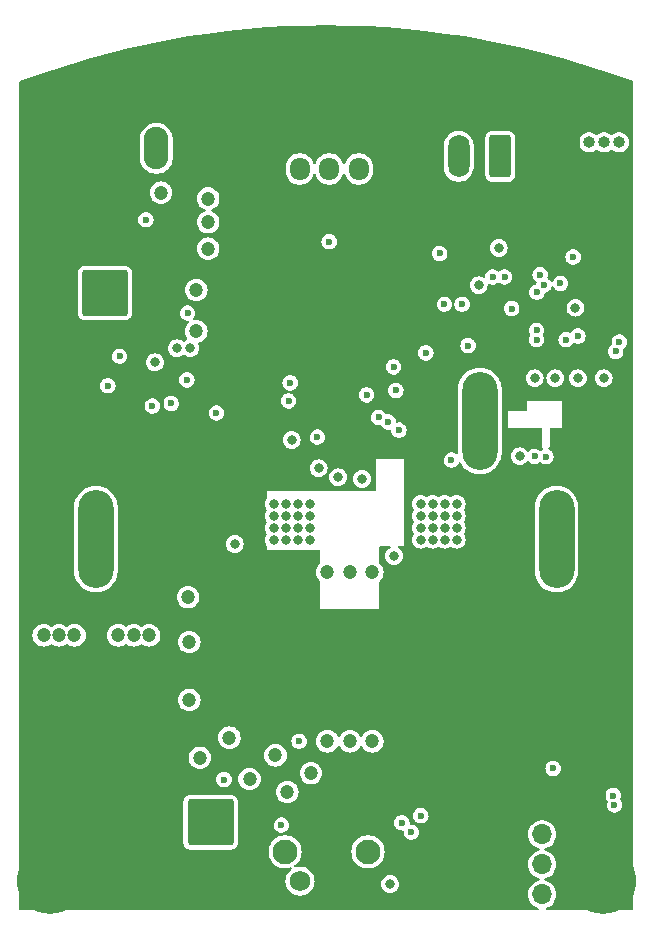
<source format=gbr>
%TF.GenerationSoftware,KiCad,Pcbnew,8.0.7*%
%TF.CreationDate,2025-01-15T16:40:05+01:00*%
%TF.ProjectId,makita-ps,6d616b69-7461-42d7-9073-2e6b69636164,1*%
%TF.SameCoordinates,Original*%
%TF.FileFunction,Copper,L2,Inr*%
%TF.FilePolarity,Positive*%
%FSLAX46Y46*%
G04 Gerber Fmt 4.6, Leading zero omitted, Abs format (unit mm)*
G04 Created by KiCad (PCBNEW 8.0.7) date 2025-01-15 16:40:05*
%MOMM*%
%LPD*%
G01*
G04 APERTURE LIST*
G04 Aperture macros list*
%AMRoundRect*
0 Rectangle with rounded corners*
0 $1 Rounding radius*
0 $2 $3 $4 $5 $6 $7 $8 $9 X,Y pos of 4 corners*
0 Add a 4 corners polygon primitive as box body*
4,1,4,$2,$3,$4,$5,$6,$7,$8,$9,$2,$3,0*
0 Add four circle primitives for the rounded corners*
1,1,$1+$1,$2,$3*
1,1,$1+$1,$4,$5*
1,1,$1+$1,$6,$7*
1,1,$1+$1,$8,$9*
0 Add four rect primitives between the rounded corners*
20,1,$1+$1,$2,$3,$4,$5,0*
20,1,$1+$1,$4,$5,$6,$7,0*
20,1,$1+$1,$6,$7,$8,$9,0*
20,1,$1+$1,$8,$9,$2,$3,0*%
G04 Aperture macros list end*
%TA.AperFunction,ComponentPad*%
%ADD10RoundRect,0.250002X-1.699998X-1.699998X1.699998X-1.699998X1.699998X1.699998X-1.699998X1.699998X0*%
%TD*%
%TA.AperFunction,ComponentPad*%
%ADD11RoundRect,0.249999X0.790001X1.550001X-0.790001X1.550001X-0.790001X-1.550001X0.790001X-1.550001X0*%
%TD*%
%TA.AperFunction,ComponentPad*%
%ADD12O,2.080000X3.600000*%
%TD*%
%TA.AperFunction,ComponentPad*%
%ADD13R,1.700000X1.700000*%
%TD*%
%TA.AperFunction,ComponentPad*%
%ADD14O,1.700000X1.700000*%
%TD*%
%TA.AperFunction,ComponentPad*%
%ADD15RoundRect,0.250000X0.650000X1.550000X-0.650000X1.550000X-0.650000X-1.550000X0.650000X-1.550000X0*%
%TD*%
%TA.AperFunction,ComponentPad*%
%ADD16O,1.800000X3.600000*%
%TD*%
%TA.AperFunction,ComponentPad*%
%ADD17RoundRect,0.250000X0.600000X0.725000X-0.600000X0.725000X-0.600000X-0.725000X0.600000X-0.725000X0*%
%TD*%
%TA.AperFunction,ComponentPad*%
%ADD18O,1.700000X1.950000*%
%TD*%
%TA.AperFunction,ComponentPad*%
%ADD19C,2.100000*%
%TD*%
%TA.AperFunction,ComponentPad*%
%ADD20C,1.750000*%
%TD*%
%TA.AperFunction,ComponentPad*%
%ADD21R,1.000000X1.000000*%
%TD*%
%TA.AperFunction,ComponentPad*%
%ADD22O,1.000000X1.000000*%
%TD*%
%TA.AperFunction,ComponentPad*%
%ADD23O,3.000000X8.300000*%
%TD*%
%TA.AperFunction,ComponentPad*%
%ADD24C,5.600000*%
%TD*%
%TA.AperFunction,ViaPad*%
%ADD25C,1.200000*%
%TD*%
%TA.AperFunction,ViaPad*%
%ADD26C,0.800000*%
%TD*%
%TA.AperFunction,ViaPad*%
%ADD27C,0.600000*%
%TD*%
G04 APERTURE END LIST*
D10*
%TO.N,+12V*%
%TO.C,J7*%
X138437000Y-129066000D03*
%TD*%
D11*
%TO.N,PGND*%
%TO.C,J1*%
X138929000Y-72000000D03*
D12*
%TO.N,/+12V_OUT*%
X133849000Y-72000000D03*
%TD*%
D13*
%TO.N,PGND*%
%TO.C,J6*%
X166504000Y-127542000D03*
D14*
%TO.N,+3V3*%
X166504000Y-130082000D03*
%TO.N,/SCL*%
X166504000Y-132622000D03*
%TO.N,/SDA*%
X166504000Y-135162000D03*
%TD*%
D15*
%TO.N,/CAN-*%
%TO.C,J4*%
X162948000Y-72678000D03*
D16*
%TO.N,/CAN+*%
X159448000Y-72678000D03*
%TD*%
D17*
%TO.N,PGND*%
%TO.C,J3*%
X153479000Y-73750000D03*
D18*
%TO.N,/PWR_BTN*%
X150979000Y-73750000D03*
%TO.N,/AUX_R*%
X148479000Y-73750000D03*
%TO.N,+3V3*%
X145979000Y-73750000D03*
%TD*%
D10*
%TO.N,/+12V_CS*%
%TO.C,J5*%
X129479000Y-84250000D03*
%TD*%
D19*
%TO.N,*%
%TO.C,SW1*%
X151754000Y-131547500D03*
X144744000Y-131547500D03*
D20*
%TO.N,PGND*%
X150504000Y-134037500D03*
%TO.N,Net-(RN2D-R4.2)*%
X146004000Y-134037500D03*
%TD*%
D21*
%TO.N,PGND*%
%TO.C,J2*%
X169189000Y-71500000D03*
D22*
%TO.N,/~{RST}*%
X170459000Y-71500000D03*
%TO.N,/SWCLK*%
X171729000Y-71500000D03*
%TO.N,/SWDIO*%
X172999000Y-71500000D03*
%TD*%
D23*
%TO.N,VDD*%
%TO.C,BT1*%
X167729000Y-105075000D03*
%TO.N,/BT_RAW*%
X128729000Y-105075000D03*
D24*
%TO.N,PGND*%
X171624000Y-134000000D03*
X168144000Y-77156000D03*
X128314000Y-77156000D03*
X124834000Y-134000000D03*
D23*
%TO.N,Net-(BT1-PadT)*%
X161229000Y-95075000D03*
%TD*%
D25*
%TO.N,PGND*%
X125729000Y-119000000D03*
D26*
X170644200Y-95639600D03*
X159336000Y-76800000D03*
X139834000Y-101380000D03*
X139834000Y-103285000D03*
X156729000Y-109800000D03*
D25*
X124309000Y-126700000D03*
X125729000Y-122000000D03*
D26*
X156344000Y-113445000D03*
X154439000Y-115350000D03*
X156344000Y-117255000D03*
X161552000Y-88299000D03*
D27*
X149979000Y-97000000D03*
D26*
X171660200Y-96300000D03*
D25*
X128729000Y-122000000D03*
D26*
X148129000Y-112500000D03*
X156344000Y-111540000D03*
X137929000Y-105190000D03*
D25*
X143529000Y-78250000D03*
D27*
X153829000Y-81200000D03*
D25*
X133229000Y-126700000D03*
D26*
X150729000Y-116405000D03*
X136229000Y-105190000D03*
D25*
X131729000Y-125000000D03*
D26*
X139834000Y-107095000D03*
X137924000Y-97700000D03*
X144279000Y-115350000D03*
D25*
X141279000Y-78250000D03*
D26*
X136229000Y-103285000D03*
D27*
X149279000Y-97400000D03*
D25*
X125609000Y-126700000D03*
D26*
X139829000Y-97700000D03*
X154439000Y-117255000D03*
D25*
X131729000Y-119000000D03*
D27*
X149279000Y-96600000D03*
D25*
X131929000Y-126700000D03*
X125729000Y-125000000D03*
D26*
X137929000Y-103285000D03*
D25*
X141279000Y-80500000D03*
D26*
X170644200Y-94420400D03*
X137929000Y-101380000D03*
X144279000Y-111540000D03*
X144279000Y-113445000D03*
X156344000Y-121065000D03*
D25*
X143529000Y-80500000D03*
D26*
X136229000Y-107095000D03*
X171711000Y-99602000D03*
X148129000Y-114405000D03*
X145422012Y-98713000D03*
D25*
X169529000Y-115400000D03*
D26*
X156344000Y-115350000D03*
X141729000Y-97700000D03*
X139829000Y-95900000D03*
D27*
X149279000Y-95000000D03*
D25*
X169429000Y-120100000D03*
D26*
X146184000Y-115350000D03*
X170644200Y-96909600D03*
D27*
X150679000Y-95000000D03*
D26*
X144229000Y-120800000D03*
D27*
X149979000Y-95400000D03*
D26*
X146629000Y-110000000D03*
D27*
X150679000Y-96600000D03*
X125729000Y-92100000D03*
D26*
X146184000Y-113445000D03*
D25*
X169529000Y-117700000D03*
D26*
X157929000Y-83600000D03*
X139829000Y-99500000D03*
D25*
X131729000Y-122000000D03*
D26*
X146184000Y-111540000D03*
D27*
X150679000Y-95800000D03*
D25*
X143529000Y-76000000D03*
D26*
X133729000Y-91632500D03*
X137929000Y-107095000D03*
X136224000Y-99500000D03*
D25*
X130629000Y-126700000D03*
D26*
X136129000Y-95900000D03*
D27*
X150679000Y-97400000D03*
X149979000Y-96200000D03*
X149279000Y-95800000D03*
D26*
X154439000Y-113445000D03*
X154429000Y-121065000D03*
X150029000Y-112500000D03*
X144279000Y-119160000D03*
D25*
X172000000Y-114000000D03*
X128729000Y-125000000D03*
D26*
X136129000Y-97700000D03*
D25*
X172029000Y-121500000D03*
D26*
X154439000Y-119160000D03*
X137924000Y-99500000D03*
D25*
X126909000Y-126700000D03*
X169429000Y-122900000D03*
D26*
X154929000Y-111540000D03*
X144279000Y-117255000D03*
X141729000Y-95900000D03*
D25*
X128729000Y-119000000D03*
D26*
X136229000Y-101380000D03*
X152629000Y-116405000D03*
X137924000Y-95900000D03*
X152629000Y-114500000D03*
X141729000Y-99500000D03*
D25*
X141279000Y-76000000D03*
X160829000Y-133800000D03*
D26*
X156344000Y-119160000D03*
X144829000Y-110000000D03*
X169188132Y-86643846D03*
D27*
%TO.N,Net-(D2-K)*%
X158228992Y-85200000D03*
X160229000Y-88700000D03*
D26*
%TO.N,Net-(Q2-G)*%
X147581000Y-99094000D03*
X140479000Y-105500000D03*
%TO.N,AGND*%
X145295000Y-96681000D03*
D27*
X151645000Y-92871000D03*
X145168000Y-91855000D03*
X145041000Y-93379000D03*
X147479000Y-96450000D03*
X154378258Y-95858258D03*
D26*
%TO.N,Net-(Q3-G)*%
X151264000Y-99982998D03*
X153978992Y-106500000D03*
D27*
%TO.N,Net-(U3-IN-)*%
X132959000Y-78050000D03*
D26*
X135592808Y-88936192D03*
D25*
%TO.N,+12V*%
X136629000Y-113800000D03*
X140029000Y-121900000D03*
X137529000Y-123600000D03*
X136529000Y-110000000D03*
X141729000Y-125400000D03*
X136629000Y-118700000D03*
D26*
%TO.N,VDD*%
X149229000Y-99852996D03*
X159265000Y-104123200D03*
X156217000Y-104123200D03*
X157233000Y-105139200D03*
X158249000Y-103107200D03*
X156217000Y-103107200D03*
D27*
X153929000Y-90500000D03*
D26*
X157233000Y-103107200D03*
X156217000Y-105139200D03*
X157233000Y-102091200D03*
X158249000Y-104123200D03*
D27*
X158829000Y-98400000D03*
D26*
X157233000Y-104123200D03*
X158249000Y-102091200D03*
X159265000Y-102091200D03*
X159265000Y-105139200D03*
X156217000Y-102091200D03*
X158249000Y-105139200D03*
X159265000Y-103107200D03*
D27*
%TO.N,Net-(U3-IN+)*%
X136479000Y-85950016D03*
D26*
X136729000Y-88900000D03*
D25*
%TO.N,/BT_RAW*%
X133229000Y-113240000D03*
X126909000Y-113240000D03*
X124309000Y-113240000D03*
X131929000Y-113240000D03*
X125609000Y-113240000D03*
X130629000Y-113240000D03*
D27*
%TO.N,/EN_12V*%
X166029000Y-88200000D03*
X154129000Y-92490000D03*
%TO.N,/PG_12V*%
X166029000Y-87400000D03*
X156662000Y-89315000D03*
D26*
%TO.N,/SW*%
X146819000Y-104123200D03*
D25*
X148329000Y-107900000D03*
D26*
X143771000Y-103107200D03*
X143771000Y-104123200D03*
X145803000Y-105139200D03*
X146819000Y-105139200D03*
D25*
X152129000Y-107900000D03*
X150229000Y-107900000D03*
D26*
X143771000Y-102091200D03*
X144787000Y-102091200D03*
X146819000Y-103107200D03*
X145803000Y-102091200D03*
X144787000Y-104123200D03*
X145803000Y-104123200D03*
X143771000Y-105139200D03*
X146819000Y-102091200D03*
X144787000Y-103107200D03*
X144787000Y-105139200D03*
X145803000Y-103107200D03*
D25*
%TO.N,/LOUT*%
X152129000Y-122200000D03*
X146929000Y-124900000D03*
X150229000Y-122200000D03*
X144929000Y-126500000D03*
X148329000Y-122200000D03*
X143929000Y-123400000D03*
D27*
%TO.N,+3V3*%
X163929000Y-85561000D03*
D26*
X162829000Y-80425000D03*
X165869000Y-91474000D03*
X161129000Y-83600000D03*
D27*
X165869000Y-98078000D03*
D26*
X167625000Y-91474000D03*
X171711000Y-91474000D03*
X169328997Y-85499997D03*
D27*
X129729000Y-92100000D03*
D26*
X153629000Y-134300000D03*
X164599000Y-98078000D03*
X133729000Y-90125000D03*
X169534000Y-91474000D03*
D27*
%TO.N,/~{RST}*%
X168058000Y-83434519D03*
%TO.N,/SDA*%
X163321000Y-82900000D03*
X166653899Y-83572917D03*
X135104000Y-93600000D03*
%TO.N,/SCL*%
X166055285Y-84182000D03*
X162321000Y-82900000D03*
X133500385Y-93822652D03*
%TO.N,/CAN_TX*%
X157829000Y-80900000D03*
X169128998Y-81200000D03*
%TO.N,/EN_3V3*%
X166829000Y-98100000D03*
X166329000Y-82700006D03*
X159729000Y-85200000D03*
D25*
%TO.N,/+12V_OUT*%
X138229000Y-76250000D03*
X134229000Y-75750000D03*
X138229000Y-80500000D03*
X138229000Y-78250000D03*
D27*
%TO.N,/PWR_BTN*%
X138929000Y-94400000D03*
X144429000Y-129300000D03*
%TO.N,/LED_R*%
X172529000Y-126800000D03*
X172728994Y-89200000D03*
X156229000Y-128500000D03*
%TO.N,/LED_B*%
X154629000Y-129100000D03*
X167429000Y-124500000D03*
X169529000Y-87900000D03*
%TO.N,/LED_G*%
X172629000Y-127600000D03*
X173034711Y-88400000D03*
X155429000Y-129900000D03*
%TO.N,Net-(U4-VOUT)*%
X152661000Y-94776000D03*
X139568306Y-125445414D03*
%TO.N,/AUX*%
X168529000Y-88200000D03*
X148479000Y-79900000D03*
D25*
%TO.N,/+12V_CS*%
X137229000Y-84000000D03*
X137229000Y-87500000D03*
D27*
%TO.N,Net-(JP1-C)*%
X130729000Y-89600000D03*
X136429000Y-91600000D03*
%TO.N,Net-(U4-ISNS+)*%
X145929000Y-122200000D03*
X153458627Y-95160000D03*
%TD*%
%TA.AperFunction,Conductor*%
%TO.N,PGND*%
G36*
X149910288Y-61605965D02*
G01*
X149912387Y-61606014D01*
X151591673Y-61663765D01*
X151593921Y-61663868D01*
X153271377Y-61760083D01*
X153273599Y-61760236D01*
X154948425Y-61894868D01*
X154950649Y-61895073D01*
X156621914Y-62068045D01*
X156624119Y-62068299D01*
X158291073Y-62279538D01*
X158293202Y-62279832D01*
X159954930Y-62529222D01*
X159957015Y-62529560D01*
X161612521Y-62816952D01*
X161614723Y-62817361D01*
X163263119Y-63142599D01*
X163265294Y-63143053D01*
X164905891Y-63505999D01*
X164908095Y-63506514D01*
X166539889Y-63906946D01*
X166541996Y-63907489D01*
X168164236Y-64345225D01*
X168166329Y-64345815D01*
X169778137Y-64820618D01*
X169780210Y-64821254D01*
X171380643Y-65332847D01*
X171382791Y-65333560D01*
X172971103Y-65881701D01*
X172973212Y-65882456D01*
X174163935Y-66324173D01*
X174211914Y-66362138D01*
X174228500Y-66416991D01*
X174228500Y-136400500D01*
X174209593Y-136458691D01*
X174160093Y-136494655D01*
X174129500Y-136499500D01*
X166904376Y-136499500D01*
X166846185Y-136480593D01*
X166810221Y-136431093D01*
X166810221Y-136369907D01*
X166846185Y-136320407D01*
X166868609Y-136308186D01*
X167041401Y-136241247D01*
X167230562Y-136124124D01*
X167394981Y-135974236D01*
X167529058Y-135796689D01*
X167628229Y-135597528D01*
X167689115Y-135383536D01*
X167709643Y-135162000D01*
X167689115Y-134940464D01*
X167628229Y-134726472D01*
X167529058Y-134527311D01*
X167394981Y-134349764D01*
X167230562Y-134199876D01*
X167041401Y-134082753D01*
X166833940Y-134002382D01*
X166833939Y-134002381D01*
X166833937Y-134002381D01*
X166764033Y-133989314D01*
X166710307Y-133960036D01*
X166684051Y-133904771D01*
X166695294Y-133844627D01*
X166739741Y-133802578D01*
X166764033Y-133794686D01*
X166833940Y-133781618D01*
X167041401Y-133701247D01*
X167230562Y-133584124D01*
X167394981Y-133434236D01*
X167529058Y-133256689D01*
X167628229Y-133057528D01*
X167689115Y-132843536D01*
X167709643Y-132622000D01*
X167689115Y-132400464D01*
X167628229Y-132186472D01*
X167529058Y-131987311D01*
X167394981Y-131809764D01*
X167230562Y-131659876D01*
X167041401Y-131542753D01*
X166833940Y-131462382D01*
X166833939Y-131462381D01*
X166833937Y-131462381D01*
X166764033Y-131449314D01*
X166710307Y-131420036D01*
X166684051Y-131364771D01*
X166695294Y-131304627D01*
X166739741Y-131262578D01*
X166764033Y-131254686D01*
X166833940Y-131241618D01*
X167041401Y-131161247D01*
X167230562Y-131044124D01*
X167394981Y-130894236D01*
X167529058Y-130716689D01*
X167628229Y-130517528D01*
X167689115Y-130303536D01*
X167709643Y-130082000D01*
X167689115Y-129860464D01*
X167628229Y-129646472D01*
X167529058Y-129447311D01*
X167394981Y-129269764D01*
X167230562Y-129119876D01*
X167041401Y-129002753D01*
X166833940Y-128922382D01*
X166833939Y-128922381D01*
X166833937Y-128922381D01*
X166615243Y-128881500D01*
X166392757Y-128881500D01*
X166174062Y-128922381D01*
X166097797Y-128951926D01*
X165966599Y-129002753D01*
X165789034Y-129112696D01*
X165777438Y-129119876D01*
X165635248Y-129249500D01*
X165613019Y-129269764D01*
X165590186Y-129300000D01*
X165478943Y-129447309D01*
X165478938Y-129447318D01*
X165379772Y-129646469D01*
X165379771Y-129646472D01*
X165318885Y-129860464D01*
X165298357Y-130082000D01*
X165318885Y-130303536D01*
X165379771Y-130517528D01*
X165478942Y-130716689D01*
X165613019Y-130894236D01*
X165777438Y-131044124D01*
X165966599Y-131161247D01*
X166174060Y-131241618D01*
X166243967Y-131254686D01*
X166297692Y-131283964D01*
X166323948Y-131339229D01*
X166312705Y-131399373D01*
X166268258Y-131441422D01*
X166243967Y-131449314D01*
X166174061Y-131462381D01*
X166046971Y-131511616D01*
X165966599Y-131542753D01*
X165777438Y-131659876D01*
X165613020Y-131809763D01*
X165478943Y-131987309D01*
X165478938Y-131987318D01*
X165470732Y-132003798D01*
X165379771Y-132186472D01*
X165318885Y-132400464D01*
X165298357Y-132622000D01*
X165318885Y-132843536D01*
X165379771Y-133057528D01*
X165478942Y-133256689D01*
X165613019Y-133434236D01*
X165777438Y-133584124D01*
X165966599Y-133701247D01*
X166174060Y-133781618D01*
X166243967Y-133794686D01*
X166297692Y-133823964D01*
X166323948Y-133879229D01*
X166312705Y-133939373D01*
X166268258Y-133981422D01*
X166243967Y-133989314D01*
X166174061Y-134002381D01*
X166083410Y-134037500D01*
X165966599Y-134082753D01*
X165777438Y-134199876D01*
X165613020Y-134349763D01*
X165478943Y-134527309D01*
X165478938Y-134527318D01*
X165416559Y-134652592D01*
X165379771Y-134726472D01*
X165318885Y-134940464D01*
X165298357Y-135162000D01*
X165318885Y-135383536D01*
X165379771Y-135597528D01*
X165478942Y-135796689D01*
X165613019Y-135974236D01*
X165777438Y-136124124D01*
X165966599Y-136241247D01*
X166139388Y-136308186D01*
X166186818Y-136346837D01*
X166202472Y-136405986D01*
X166180369Y-136463039D01*
X166128952Y-136496205D01*
X166103624Y-136499500D01*
X122318585Y-136499500D01*
X122260394Y-136480593D01*
X122224430Y-136431093D01*
X122219585Y-136400486D01*
X122220269Y-131547500D01*
X143338700Y-131547500D01*
X143357865Y-131778803D01*
X143365706Y-131809764D01*
X143414843Y-132003800D01*
X143508076Y-132216349D01*
X143635021Y-132410653D01*
X143792216Y-132581413D01*
X143975374Y-132723970D01*
X144052538Y-132765729D01*
X144161746Y-132824830D01*
X144179497Y-132834436D01*
X144399019Y-132909798D01*
X144627951Y-132948000D01*
X144860049Y-132948000D01*
X145088981Y-132909798D01*
X145188019Y-132875797D01*
X145249191Y-132874786D01*
X145299279Y-132909926D01*
X145319146Y-132967796D01*
X145301204Y-133026292D01*
X145276945Y-133050529D01*
X145213260Y-133095122D01*
X145061623Y-133246759D01*
X144938630Y-133422412D01*
X144938626Y-133422419D01*
X144848009Y-133616749D01*
X144792506Y-133823888D01*
X144773819Y-134037496D01*
X144773819Y-134037503D01*
X144792506Y-134251111D01*
X144792507Y-134251118D01*
X144792508Y-134251119D01*
X144848008Y-134458247D01*
X144927021Y-134627691D01*
X144938632Y-134652591D01*
X144938632Y-134652592D01*
X145021466Y-134770890D01*
X145061627Y-134828245D01*
X145213255Y-134979873D01*
X145213258Y-134979875D01*
X145213259Y-134979876D01*
X145388907Y-135102867D01*
X145388908Y-135102867D01*
X145388909Y-135102868D01*
X145583253Y-135193492D01*
X145790381Y-135248992D01*
X145790385Y-135248992D01*
X145790388Y-135248993D01*
X146003997Y-135267681D01*
X146004000Y-135267681D01*
X146004003Y-135267681D01*
X146217611Y-135248993D01*
X146217612Y-135248992D01*
X146217619Y-135248992D01*
X146424747Y-135193492D01*
X146619091Y-135102868D01*
X146794745Y-134979873D01*
X146946373Y-134828245D01*
X147069368Y-134652591D01*
X147159992Y-134458247D01*
X147202396Y-134299995D01*
X152873751Y-134299995D01*
X152873751Y-134300004D01*
X152892685Y-134468053D01*
X152892688Y-134468065D01*
X152948544Y-134627690D01*
X152948544Y-134627691D01*
X153010611Y-134726469D01*
X153038523Y-134770890D01*
X153158110Y-134890477D01*
X153301310Y-134980456D01*
X153365232Y-135002823D01*
X153460934Y-135036311D01*
X153460938Y-135036312D01*
X153460941Y-135036313D01*
X153460942Y-135036313D01*
X153460946Y-135036314D01*
X153628996Y-135055249D01*
X153629000Y-135055249D01*
X153629004Y-135055249D01*
X153797053Y-135036314D01*
X153797055Y-135036313D01*
X153797059Y-135036313D01*
X153956690Y-134980456D01*
X154099890Y-134890477D01*
X154219477Y-134770890D01*
X154309456Y-134627690D01*
X154365313Y-134468059D01*
X154384249Y-134300000D01*
X154384249Y-134299995D01*
X154365314Y-134131946D01*
X154365311Y-134131934D01*
X154332265Y-134037496D01*
X154309456Y-133972310D01*
X154219477Y-133829110D01*
X154099890Y-133709523D01*
X154099887Y-133709521D01*
X154099886Y-133709520D01*
X153956691Y-133619544D01*
X153797065Y-133563688D01*
X153797053Y-133563685D01*
X153629004Y-133544751D01*
X153628996Y-133544751D01*
X153460946Y-133563685D01*
X153460934Y-133563688D01*
X153301309Y-133619544D01*
X153301308Y-133619544D01*
X153158113Y-133709520D01*
X153038520Y-133829113D01*
X152948544Y-133972308D01*
X152948544Y-133972309D01*
X152892688Y-134131934D01*
X152892685Y-134131946D01*
X152873751Y-134299995D01*
X147202396Y-134299995D01*
X147215492Y-134251119D01*
X147234181Y-134037500D01*
X147231109Y-134002381D01*
X147215493Y-133823888D01*
X147215492Y-133823885D01*
X147215492Y-133823881D01*
X147159992Y-133616753D01*
X147074883Y-133434236D01*
X147069373Y-133422419D01*
X147069369Y-133422412D01*
X146946376Y-133246759D01*
X146946375Y-133246758D01*
X146946373Y-133246755D01*
X146794745Y-133095127D01*
X146794741Y-133095124D01*
X146794740Y-133095123D01*
X146619092Y-132972132D01*
X146554309Y-132941924D01*
X146424747Y-132881508D01*
X146217619Y-132826008D01*
X146217618Y-132826007D01*
X146217611Y-132826006D01*
X146004003Y-132807319D01*
X146003997Y-132807319D01*
X145790388Y-132826006D01*
X145639120Y-132866538D01*
X145578018Y-132863335D01*
X145530468Y-132824830D01*
X145514633Y-132765729D01*
X145536560Y-132708608D01*
X145552684Y-132692791D01*
X145695784Y-132581413D01*
X145852979Y-132410653D01*
X145979924Y-132216349D01*
X146073157Y-132003800D01*
X146130134Y-131778805D01*
X146149300Y-131547500D01*
X150348700Y-131547500D01*
X150367865Y-131778803D01*
X150375706Y-131809764D01*
X150424843Y-132003800D01*
X150518076Y-132216349D01*
X150645021Y-132410653D01*
X150802216Y-132581413D01*
X150985374Y-132723970D01*
X151062538Y-132765729D01*
X151171746Y-132824830D01*
X151189497Y-132834436D01*
X151409019Y-132909798D01*
X151637951Y-132948000D01*
X151870049Y-132948000D01*
X152098981Y-132909798D01*
X152318503Y-132834436D01*
X152522626Y-132723970D01*
X152705784Y-132581413D01*
X152862979Y-132410653D01*
X152989924Y-132216349D01*
X153083157Y-132003800D01*
X153140134Y-131778805D01*
X153159300Y-131547500D01*
X153140134Y-131316195D01*
X153083157Y-131091200D01*
X152989924Y-130878651D01*
X152862979Y-130684347D01*
X152705784Y-130513587D01*
X152522626Y-130371030D01*
X152455180Y-130334530D01*
X152318506Y-130260565D01*
X152302221Y-130254974D01*
X152098981Y-130185202D01*
X152098978Y-130185201D01*
X152098977Y-130185201D01*
X151870049Y-130147000D01*
X151637951Y-130147000D01*
X151409022Y-130185201D01*
X151189493Y-130260565D01*
X150985373Y-130371030D01*
X150985370Y-130371032D01*
X150802219Y-130513584D01*
X150802216Y-130513586D01*
X150802216Y-130513587D01*
X150645021Y-130684347D01*
X150518076Y-130878651D01*
X150434653Y-131068837D01*
X150424843Y-131091201D01*
X150367865Y-131316196D01*
X150348700Y-131547500D01*
X146149300Y-131547500D01*
X146130134Y-131316195D01*
X146073157Y-131091200D01*
X145979924Y-130878651D01*
X145852979Y-130684347D01*
X145695784Y-130513587D01*
X145512626Y-130371030D01*
X145445180Y-130334530D01*
X145308506Y-130260565D01*
X145292221Y-130254974D01*
X145088981Y-130185202D01*
X145088978Y-130185201D01*
X145088977Y-130185201D01*
X144860049Y-130147000D01*
X144627951Y-130147000D01*
X144399022Y-130185201D01*
X144179493Y-130260565D01*
X143975373Y-130371030D01*
X143975370Y-130371032D01*
X143792219Y-130513584D01*
X143792216Y-130513586D01*
X143792216Y-130513587D01*
X143635021Y-130684347D01*
X143508076Y-130878651D01*
X143424653Y-131068837D01*
X143414843Y-131091201D01*
X143357865Y-131316196D01*
X143338700Y-131547500D01*
X122220269Y-131547500D01*
X122220863Y-127326638D01*
X136136500Y-127326638D01*
X136136500Y-130805361D01*
X136151955Y-130922757D01*
X136151957Y-130922765D01*
X136212462Y-131068837D01*
X136212463Y-131068839D01*
X136212464Y-131068840D01*
X136308719Y-131194281D01*
X136434160Y-131290536D01*
X136434161Y-131290536D01*
X136434162Y-131290537D01*
X136551715Y-131339229D01*
X136580239Y-131351044D01*
X136697640Y-131366500D01*
X136697641Y-131366500D01*
X140176359Y-131366500D01*
X140176360Y-131366500D01*
X140293761Y-131351044D01*
X140439840Y-131290536D01*
X140565281Y-131194281D01*
X140661536Y-131068840D01*
X140722044Y-130922761D01*
X140737500Y-130805360D01*
X140737500Y-129299998D01*
X143773722Y-129299998D01*
X143773722Y-129300001D01*
X143792762Y-129456816D01*
X143792763Y-129456818D01*
X143822235Y-129534530D01*
X143848780Y-129604523D01*
X143938515Y-129734528D01*
X143938516Y-129734529D01*
X143938517Y-129734530D01*
X144056760Y-129839283D01*
X144196635Y-129912696D01*
X144350015Y-129950500D01*
X144350018Y-129950500D01*
X144507982Y-129950500D01*
X144507985Y-129950500D01*
X144661365Y-129912696D01*
X144801240Y-129839283D01*
X144919483Y-129734530D01*
X145009220Y-129604523D01*
X145065237Y-129456818D01*
X145084278Y-129300000D01*
X145082736Y-129287304D01*
X145069840Y-129181093D01*
X145065237Y-129143182D01*
X145048860Y-129099998D01*
X153973722Y-129099998D01*
X153973722Y-129100001D01*
X153992762Y-129256816D01*
X153992763Y-129256818D01*
X154004325Y-129287304D01*
X154048780Y-129404523D01*
X154138515Y-129534528D01*
X154138516Y-129534529D01*
X154138517Y-129534530D01*
X154256760Y-129639283D01*
X154396635Y-129712696D01*
X154550015Y-129750500D01*
X154550018Y-129750500D01*
X154680127Y-129750500D01*
X154738318Y-129769407D01*
X154774282Y-129818907D01*
X154778405Y-129861434D01*
X154773722Y-129900000D01*
X154773722Y-129900001D01*
X154792762Y-130056816D01*
X154792763Y-130056818D01*
X154841452Y-130185201D01*
X154848780Y-130204523D01*
X154938515Y-130334528D01*
X154938516Y-130334529D01*
X154938517Y-130334530D01*
X155056760Y-130439283D01*
X155196635Y-130512696D01*
X155350015Y-130550500D01*
X155350018Y-130550500D01*
X155507982Y-130550500D01*
X155507985Y-130550500D01*
X155661365Y-130512696D01*
X155801240Y-130439283D01*
X155919483Y-130334530D01*
X156009220Y-130204523D01*
X156065237Y-130056818D01*
X156078146Y-129950499D01*
X156084278Y-129900001D01*
X156084278Y-129899998D01*
X156068421Y-129769407D01*
X156065237Y-129743182D01*
X156009220Y-129595477D01*
X155919483Y-129465470D01*
X155801240Y-129360717D01*
X155685555Y-129300000D01*
X155661364Y-129287303D01*
X155507987Y-129249500D01*
X155507985Y-129249500D01*
X155377873Y-129249500D01*
X155319682Y-129230593D01*
X155283718Y-129181093D01*
X155279595Y-129138566D01*
X155281865Y-129119876D01*
X155284278Y-129100000D01*
X155276905Y-129039281D01*
X155265237Y-128943183D01*
X155265237Y-128943182D01*
X155209220Y-128795477D01*
X155119483Y-128665470D01*
X155001240Y-128560717D01*
X154885555Y-128500000D01*
X154885551Y-128499998D01*
X155573722Y-128499998D01*
X155573722Y-128500001D01*
X155592762Y-128656816D01*
X155592763Y-128656818D01*
X155604325Y-128687304D01*
X155648780Y-128804523D01*
X155738515Y-128934528D01*
X155738516Y-128934529D01*
X155738517Y-128934530D01*
X155856760Y-129039283D01*
X155996635Y-129112696D01*
X156150015Y-129150500D01*
X156150018Y-129150500D01*
X156307982Y-129150500D01*
X156307985Y-129150500D01*
X156461365Y-129112696D01*
X156601240Y-129039283D01*
X156719483Y-128934530D01*
X156809220Y-128804523D01*
X156865237Y-128656818D01*
X156884278Y-128500000D01*
X156882736Y-128487304D01*
X156865237Y-128343183D01*
X156865237Y-128343182D01*
X156809220Y-128195477D01*
X156719483Y-128065470D01*
X156601240Y-127960717D01*
X156494173Y-127904523D01*
X156461364Y-127887303D01*
X156307987Y-127849500D01*
X156307985Y-127849500D01*
X156150015Y-127849500D01*
X156150012Y-127849500D01*
X155996635Y-127887303D01*
X155856758Y-127960718D01*
X155738515Y-128065471D01*
X155648780Y-128195476D01*
X155592763Y-128343182D01*
X155592762Y-128343183D01*
X155573722Y-128499998D01*
X154885551Y-128499998D01*
X154861364Y-128487303D01*
X154707987Y-128449500D01*
X154707985Y-128449500D01*
X154550015Y-128449500D01*
X154550012Y-128449500D01*
X154396635Y-128487303D01*
X154256758Y-128560718D01*
X154138515Y-128665471D01*
X154048780Y-128795476D01*
X153992763Y-128943182D01*
X153992762Y-128943183D01*
X153973722Y-129099998D01*
X145048860Y-129099998D01*
X145009220Y-128995477D01*
X144919483Y-128865470D01*
X144801240Y-128760717D01*
X144731302Y-128724010D01*
X144661364Y-128687303D01*
X144507987Y-128649500D01*
X144507985Y-128649500D01*
X144350015Y-128649500D01*
X144350012Y-128649500D01*
X144196635Y-128687303D01*
X144056758Y-128760718D01*
X143938515Y-128865471D01*
X143848780Y-128995476D01*
X143792763Y-129143182D01*
X143792762Y-129143183D01*
X143773722Y-129299998D01*
X140737500Y-129299998D01*
X140737500Y-127326640D01*
X140722044Y-127209239D01*
X140691998Y-127136701D01*
X140661537Y-127063162D01*
X140661536Y-127063161D01*
X140661536Y-127063160D01*
X140565281Y-126937719D01*
X140439840Y-126841464D01*
X140439839Y-126841463D01*
X140439837Y-126841462D01*
X140293765Y-126780957D01*
X140293757Y-126780955D01*
X140176361Y-126765500D01*
X140176360Y-126765500D01*
X136697640Y-126765500D01*
X136697638Y-126765500D01*
X136580242Y-126780955D01*
X136580234Y-126780957D01*
X136434162Y-126841462D01*
X136308721Y-126937717D01*
X136308717Y-126937721D01*
X136212462Y-127063162D01*
X136151957Y-127209234D01*
X136151955Y-127209242D01*
X136136500Y-127326638D01*
X122220863Y-127326638D01*
X122220979Y-126499995D01*
X143973901Y-126499995D01*
X143973901Y-126500004D01*
X143992251Y-126686325D01*
X143992252Y-126686328D01*
X144046605Y-126865504D01*
X144046606Y-126865506D01*
X144134859Y-127030617D01*
X144134862Y-127030622D01*
X144134864Y-127030625D01*
X144161565Y-127063160D01*
X144253638Y-127175352D01*
X144253647Y-127175361D01*
X144311668Y-127222977D01*
X144398375Y-127294136D01*
X144398380Y-127294138D01*
X144398382Y-127294140D01*
X144459182Y-127326638D01*
X144563499Y-127382396D01*
X144742669Y-127436747D01*
X144742671Y-127436747D01*
X144742674Y-127436748D01*
X144928996Y-127455099D01*
X144929000Y-127455099D01*
X144929004Y-127455099D01*
X145115325Y-127436748D01*
X145115326Y-127436747D01*
X145115331Y-127436747D01*
X145294501Y-127382396D01*
X145459625Y-127294136D01*
X145604357Y-127175357D01*
X145723136Y-127030625D01*
X145811396Y-126865501D01*
X145831266Y-126799998D01*
X171873722Y-126799998D01*
X171873722Y-126800001D01*
X171892762Y-126956816D01*
X171892763Y-126956818D01*
X171920754Y-127030625D01*
X171948780Y-127104523D01*
X172030542Y-127222977D01*
X172048037Y-127281608D01*
X172041633Y-127314320D01*
X171992764Y-127443179D01*
X171992762Y-127443183D01*
X171973722Y-127599998D01*
X171973722Y-127600001D01*
X171992762Y-127756816D01*
X171992763Y-127756817D01*
X172048780Y-127904523D01*
X172138515Y-128034528D01*
X172138516Y-128034529D01*
X172138517Y-128034530D01*
X172256760Y-128139283D01*
X172396635Y-128212696D01*
X172550015Y-128250500D01*
X172550018Y-128250500D01*
X172707982Y-128250500D01*
X172707985Y-128250500D01*
X172861365Y-128212696D01*
X173001240Y-128139283D01*
X173119483Y-128034530D01*
X173209220Y-127904523D01*
X173265237Y-127756818D01*
X173284278Y-127600000D01*
X173265237Y-127443182D01*
X173209220Y-127295477D01*
X173149697Y-127209242D01*
X173127457Y-127177022D01*
X173109962Y-127118391D01*
X173116364Y-127085683D01*
X173165237Y-126956818D01*
X173184278Y-126800000D01*
X173165237Y-126643182D01*
X173109220Y-126495477D01*
X173019483Y-126365470D01*
X172901240Y-126260717D01*
X172774390Y-126194140D01*
X172761364Y-126187303D01*
X172607987Y-126149500D01*
X172607985Y-126149500D01*
X172450015Y-126149500D01*
X172450012Y-126149500D01*
X172296635Y-126187303D01*
X172156758Y-126260718D01*
X172038515Y-126365471D01*
X171948780Y-126495476D01*
X171892763Y-126643182D01*
X171892762Y-126643183D01*
X171873722Y-126799998D01*
X145831266Y-126799998D01*
X145865747Y-126686331D01*
X145884099Y-126500000D01*
X145883654Y-126495477D01*
X145865748Y-126313674D01*
X145865747Y-126313671D01*
X145865747Y-126313669D01*
X145811396Y-126134499D01*
X145790772Y-126095914D01*
X145723140Y-125969382D01*
X145723138Y-125969380D01*
X145723136Y-125969375D01*
X145629352Y-125855099D01*
X145604361Y-125824647D01*
X145604352Y-125824638D01*
X145513328Y-125749937D01*
X145459625Y-125705864D01*
X145459622Y-125705862D01*
X145459617Y-125705859D01*
X145294506Y-125617606D01*
X145294504Y-125617605D01*
X145115328Y-125563252D01*
X145115325Y-125563251D01*
X144929004Y-125544901D01*
X144928996Y-125544901D01*
X144742674Y-125563251D01*
X144742671Y-125563252D01*
X144563495Y-125617605D01*
X144563493Y-125617606D01*
X144398382Y-125705859D01*
X144398376Y-125705863D01*
X144253647Y-125824638D01*
X144253638Y-125824647D01*
X144134863Y-125969376D01*
X144134859Y-125969382D01*
X144046606Y-126134493D01*
X144046605Y-126134495D01*
X143992252Y-126313671D01*
X143992251Y-126313674D01*
X143973901Y-126499995D01*
X122220979Y-126499995D01*
X122221128Y-125445412D01*
X138913028Y-125445412D01*
X138913028Y-125445415D01*
X138932068Y-125602230D01*
X138932069Y-125602232D01*
X138971371Y-125705863D01*
X138988086Y-125749937D01*
X139077821Y-125879942D01*
X139077822Y-125879943D01*
X139077823Y-125879944D01*
X139196066Y-125984697D01*
X139335941Y-126058110D01*
X139489321Y-126095914D01*
X139489324Y-126095914D01*
X139647288Y-126095914D01*
X139647291Y-126095914D01*
X139800671Y-126058110D01*
X139940546Y-125984697D01*
X140058789Y-125879944D01*
X140148526Y-125749937D01*
X140204543Y-125602232D01*
X140223584Y-125445414D01*
X140221788Y-125430625D01*
X140218069Y-125399995D01*
X140773901Y-125399995D01*
X140773901Y-125400004D01*
X140792251Y-125586325D01*
X140792252Y-125586328D01*
X140846605Y-125765504D01*
X140846606Y-125765506D01*
X140934859Y-125930617D01*
X140934862Y-125930622D01*
X140934864Y-125930625D01*
X140966666Y-125969376D01*
X141053638Y-126075352D01*
X141053647Y-126075361D01*
X141121145Y-126130755D01*
X141198375Y-126194136D01*
X141363499Y-126282396D01*
X141542669Y-126336747D01*
X141542671Y-126336747D01*
X141542674Y-126336748D01*
X141728996Y-126355099D01*
X141729000Y-126355099D01*
X141729004Y-126355099D01*
X141915325Y-126336748D01*
X141915326Y-126336747D01*
X141915331Y-126336747D01*
X142094501Y-126282396D01*
X142259625Y-126194136D01*
X142404357Y-126075357D01*
X142523136Y-125930625D01*
X142611396Y-125765501D01*
X142665747Y-125586331D01*
X142666828Y-125575361D01*
X142684099Y-125400004D01*
X142684099Y-125399995D01*
X142665748Y-125213674D01*
X142665747Y-125213671D01*
X142665747Y-125213669D01*
X142611396Y-125034499D01*
X142542783Y-124906132D01*
X142539503Y-124899995D01*
X145973901Y-124899995D01*
X145973901Y-124900004D01*
X145992251Y-125086325D01*
X145992252Y-125086328D01*
X146046605Y-125265504D01*
X146046606Y-125265506D01*
X146134859Y-125430617D01*
X146134862Y-125430622D01*
X146134864Y-125430625D01*
X146147002Y-125445415D01*
X146253638Y-125575352D01*
X146253647Y-125575361D01*
X146286390Y-125602232D01*
X146398375Y-125694136D01*
X146398380Y-125694138D01*
X146398382Y-125694140D01*
X146563493Y-125782393D01*
X146563499Y-125782396D01*
X146742669Y-125836747D01*
X146742671Y-125836747D01*
X146742674Y-125836748D01*
X146928996Y-125855099D01*
X146929000Y-125855099D01*
X146929004Y-125855099D01*
X147115325Y-125836748D01*
X147115326Y-125836747D01*
X147115331Y-125836747D01*
X147294501Y-125782396D01*
X147459625Y-125694136D01*
X147604357Y-125575357D01*
X147723136Y-125430625D01*
X147811396Y-125265501D01*
X147865747Y-125086331D01*
X147870853Y-125034495D01*
X147884099Y-124900004D01*
X147884099Y-124899995D01*
X147865748Y-124713674D01*
X147865747Y-124713671D01*
X147865747Y-124713669D01*
X147811396Y-124534499D01*
X147802366Y-124517605D01*
X147792955Y-124499998D01*
X166773722Y-124499998D01*
X166773722Y-124500001D01*
X166792762Y-124656816D01*
X166792763Y-124656818D01*
X166814326Y-124713674D01*
X166848780Y-124804523D01*
X166938515Y-124934528D01*
X166938516Y-124934529D01*
X166938517Y-124934530D01*
X167056760Y-125039283D01*
X167196635Y-125112696D01*
X167350015Y-125150500D01*
X167350018Y-125150500D01*
X167507982Y-125150500D01*
X167507985Y-125150500D01*
X167661365Y-125112696D01*
X167801240Y-125039283D01*
X167919483Y-124934530D01*
X168009220Y-124804523D01*
X168065237Y-124656818D01*
X168084278Y-124500000D01*
X168065237Y-124343182D01*
X168009220Y-124195477D01*
X167947364Y-124105863D01*
X167919484Y-124065471D01*
X167804103Y-123963253D01*
X167801240Y-123960717D01*
X167731302Y-123924010D01*
X167661364Y-123887303D01*
X167507987Y-123849500D01*
X167507985Y-123849500D01*
X167350015Y-123849500D01*
X167350012Y-123849500D01*
X167196635Y-123887303D01*
X167056758Y-123960718D01*
X166938515Y-124065471D01*
X166848780Y-124195476D01*
X166792763Y-124343182D01*
X166792762Y-124343183D01*
X166773722Y-124499998D01*
X147792955Y-124499998D01*
X147723140Y-124369382D01*
X147723138Y-124369380D01*
X147723136Y-124369375D01*
X147651752Y-124282394D01*
X147604361Y-124224647D01*
X147604352Y-124224638D01*
X147489796Y-124130625D01*
X147459625Y-124105864D01*
X147459622Y-124105862D01*
X147459617Y-124105859D01*
X147294506Y-124017606D01*
X147294504Y-124017605D01*
X147115328Y-123963252D01*
X147115325Y-123963251D01*
X146929004Y-123944901D01*
X146928996Y-123944901D01*
X146742674Y-123963251D01*
X146742671Y-123963252D01*
X146563495Y-124017605D01*
X146563493Y-124017606D01*
X146398382Y-124105859D01*
X146398376Y-124105863D01*
X146253647Y-124224638D01*
X146253638Y-124224647D01*
X146134863Y-124369376D01*
X146134859Y-124369382D01*
X146046606Y-124534493D01*
X146046605Y-124534495D01*
X145992252Y-124713671D01*
X145992251Y-124713674D01*
X145973901Y-124899995D01*
X142539503Y-124899995D01*
X142523140Y-124869382D01*
X142523138Y-124869380D01*
X142523136Y-124869375D01*
X142459755Y-124792145D01*
X142404361Y-124724647D01*
X142404352Y-124724638D01*
X142319978Y-124655395D01*
X142259625Y-124605864D01*
X142259622Y-124605862D01*
X142259617Y-124605859D01*
X142094506Y-124517606D01*
X142094504Y-124517605D01*
X141915328Y-124463252D01*
X141915325Y-124463251D01*
X141729004Y-124444901D01*
X141728996Y-124444901D01*
X141542674Y-124463251D01*
X141542671Y-124463252D01*
X141363495Y-124517605D01*
X141363493Y-124517606D01*
X141198382Y-124605859D01*
X141198376Y-124605863D01*
X141053647Y-124724638D01*
X141053638Y-124724647D01*
X140934863Y-124869376D01*
X140934859Y-124869382D01*
X140846606Y-125034493D01*
X140846605Y-125034495D01*
X140792252Y-125213671D01*
X140792251Y-125213674D01*
X140773901Y-125399995D01*
X140218069Y-125399995D01*
X140204543Y-125288597D01*
X140204543Y-125288596D01*
X140148526Y-125140891D01*
X140103657Y-125075887D01*
X140058790Y-125010885D01*
X139940547Y-124906132D01*
X139940546Y-124906131D01*
X139870514Y-124869375D01*
X139800670Y-124832717D01*
X139647293Y-124794914D01*
X139647291Y-124794914D01*
X139489321Y-124794914D01*
X139489318Y-124794914D01*
X139335941Y-124832717D01*
X139196064Y-124906132D01*
X139077821Y-125010885D01*
X138988086Y-125140890D01*
X138932069Y-125288596D01*
X138932068Y-125288597D01*
X138913028Y-125445412D01*
X122221128Y-125445412D01*
X122221388Y-123599995D01*
X136573901Y-123599995D01*
X136573901Y-123600004D01*
X136592251Y-123786325D01*
X136592252Y-123786328D01*
X136592253Y-123786331D01*
X136645921Y-123963251D01*
X136646605Y-123965504D01*
X136646606Y-123965506D01*
X136734859Y-124130617D01*
X136734862Y-124130622D01*
X136734864Y-124130625D01*
X136784395Y-124190978D01*
X136853638Y-124275352D01*
X136853647Y-124275361D01*
X136921145Y-124330755D01*
X136998375Y-124394136D01*
X136998380Y-124394138D01*
X136998382Y-124394140D01*
X137163493Y-124482393D01*
X137163499Y-124482396D01*
X137342669Y-124536747D01*
X137342671Y-124536747D01*
X137342674Y-124536748D01*
X137528996Y-124555099D01*
X137529000Y-124555099D01*
X137529004Y-124555099D01*
X137715325Y-124536748D01*
X137715326Y-124536747D01*
X137715331Y-124536747D01*
X137894501Y-124482396D01*
X138059625Y-124394136D01*
X138204357Y-124275357D01*
X138323136Y-124130625D01*
X138411396Y-123965501D01*
X138465747Y-123786331D01*
X138467799Y-123765504D01*
X138484099Y-123600004D01*
X138484099Y-123599995D01*
X138465748Y-123413674D01*
X138465747Y-123413671D01*
X138465747Y-123413669D01*
X138461599Y-123399995D01*
X142973901Y-123399995D01*
X142973901Y-123400004D01*
X142992251Y-123586325D01*
X142992252Y-123586328D01*
X143046605Y-123765504D01*
X143046606Y-123765506D01*
X143134859Y-123930617D01*
X143134862Y-123930622D01*
X143134864Y-123930625D01*
X143163486Y-123965501D01*
X143253638Y-124075352D01*
X143253647Y-124075361D01*
X143320977Y-124130617D01*
X143398375Y-124194136D01*
X143398380Y-124194138D01*
X143398382Y-124194140D01*
X143550337Y-124275361D01*
X143563499Y-124282396D01*
X143742669Y-124336747D01*
X143742671Y-124336747D01*
X143742674Y-124336748D01*
X143928996Y-124355099D01*
X143929000Y-124355099D01*
X143929004Y-124355099D01*
X144115325Y-124336748D01*
X144115326Y-124336747D01*
X144115331Y-124336747D01*
X144294501Y-124282396D01*
X144459625Y-124194136D01*
X144604357Y-124075357D01*
X144723136Y-123930625D01*
X144811396Y-123765501D01*
X144865747Y-123586331D01*
X144882753Y-123413674D01*
X144884099Y-123400004D01*
X144884099Y-123399995D01*
X144865748Y-123213674D01*
X144865747Y-123213671D01*
X144865747Y-123213669D01*
X144811396Y-123034499D01*
X144789822Y-122994136D01*
X144723140Y-122869382D01*
X144723138Y-122869380D01*
X144723136Y-122869375D01*
X144651752Y-122782394D01*
X144604361Y-122724647D01*
X144604352Y-122724638D01*
X144519978Y-122655395D01*
X144459625Y-122605864D01*
X144459622Y-122605862D01*
X144459617Y-122605859D01*
X144294506Y-122517606D01*
X144294504Y-122517605D01*
X144115328Y-122463252D01*
X144115325Y-122463251D01*
X143929004Y-122444901D01*
X143928996Y-122444901D01*
X143742674Y-122463251D01*
X143742671Y-122463252D01*
X143563495Y-122517605D01*
X143563493Y-122517606D01*
X143398382Y-122605859D01*
X143398376Y-122605863D01*
X143253647Y-122724638D01*
X143253638Y-122724647D01*
X143134863Y-122869376D01*
X143134859Y-122869382D01*
X143046606Y-123034493D01*
X143046605Y-123034495D01*
X142992252Y-123213671D01*
X142992251Y-123213674D01*
X142973901Y-123399995D01*
X138461599Y-123399995D01*
X138411396Y-123234499D01*
X138368956Y-123155099D01*
X138323140Y-123069382D01*
X138323138Y-123069380D01*
X138323136Y-123069375D01*
X138259755Y-122992145D01*
X138204361Y-122924647D01*
X138204352Y-122924638D01*
X138097256Y-122836747D01*
X138059625Y-122805864D01*
X138059622Y-122805862D01*
X138059617Y-122805859D01*
X137894506Y-122717606D01*
X137894504Y-122717605D01*
X137715328Y-122663252D01*
X137715325Y-122663251D01*
X137529004Y-122644901D01*
X137528996Y-122644901D01*
X137342674Y-122663251D01*
X137342671Y-122663252D01*
X137163495Y-122717605D01*
X137163493Y-122717606D01*
X136998382Y-122805859D01*
X136998376Y-122805863D01*
X136853647Y-122924638D01*
X136853638Y-122924647D01*
X136734863Y-123069376D01*
X136734859Y-123069382D01*
X136646606Y-123234493D01*
X136646605Y-123234495D01*
X136592252Y-123413671D01*
X136592251Y-123413674D01*
X136573901Y-123599995D01*
X122221388Y-123599995D01*
X122221627Y-121899995D01*
X139073901Y-121899995D01*
X139073901Y-121900004D01*
X139092251Y-122086325D01*
X139092252Y-122086328D01*
X139146605Y-122265504D01*
X139146606Y-122265506D01*
X139234859Y-122430617D01*
X139234862Y-122430622D01*
X139234864Y-122430625D01*
X139284395Y-122490978D01*
X139353638Y-122575352D01*
X139353647Y-122575361D01*
X139421145Y-122630755D01*
X139498375Y-122694136D01*
X139498380Y-122694138D01*
X139498382Y-122694140D01*
X139663493Y-122782393D01*
X139663499Y-122782396D01*
X139842669Y-122836747D01*
X139842671Y-122836747D01*
X139842674Y-122836748D01*
X140028996Y-122855099D01*
X140029000Y-122855099D01*
X140029004Y-122855099D01*
X140215325Y-122836748D01*
X140215326Y-122836747D01*
X140215331Y-122836747D01*
X140394501Y-122782396D01*
X140559625Y-122694136D01*
X140704357Y-122575357D01*
X140823136Y-122430625D01*
X140911396Y-122265501D01*
X140931266Y-122199998D01*
X145273722Y-122199998D01*
X145273722Y-122200001D01*
X145292762Y-122356816D01*
X145292763Y-122356818D01*
X145333128Y-122463251D01*
X145348780Y-122504523D01*
X145438515Y-122634528D01*
X145438516Y-122634529D01*
X145438517Y-122634530D01*
X145556760Y-122739283D01*
X145696635Y-122812696D01*
X145850015Y-122850500D01*
X145850018Y-122850500D01*
X146007982Y-122850500D01*
X146007985Y-122850500D01*
X146161365Y-122812696D01*
X146301240Y-122739283D01*
X146419483Y-122634530D01*
X146509220Y-122504523D01*
X146565237Y-122356818D01*
X146584278Y-122200000D01*
X146584277Y-122199995D01*
X147373901Y-122199995D01*
X147373901Y-122200004D01*
X147392251Y-122386325D01*
X147392252Y-122386328D01*
X147446605Y-122565504D01*
X147446606Y-122565506D01*
X147534859Y-122730617D01*
X147534862Y-122730622D01*
X147534864Y-122730625D01*
X147577349Y-122782393D01*
X147653638Y-122875352D01*
X147653647Y-122875361D01*
X147713692Y-122924638D01*
X147798375Y-122994136D01*
X147798380Y-122994138D01*
X147798382Y-122994140D01*
X147873889Y-123034499D01*
X147963499Y-123082396D01*
X148142669Y-123136747D01*
X148142671Y-123136747D01*
X148142674Y-123136748D01*
X148328996Y-123155099D01*
X148329000Y-123155099D01*
X148329004Y-123155099D01*
X148515325Y-123136748D01*
X148515326Y-123136747D01*
X148515331Y-123136747D01*
X148694501Y-123082396D01*
X148859625Y-122994136D01*
X149004357Y-122875357D01*
X149123136Y-122730625D01*
X149168956Y-122644901D01*
X149191690Y-122602369D01*
X149235795Y-122559962D01*
X149296403Y-122551579D01*
X149350364Y-122580421D01*
X149366310Y-122602369D01*
X149434859Y-122730617D01*
X149434862Y-122730622D01*
X149434864Y-122730625D01*
X149477349Y-122782393D01*
X149553638Y-122875352D01*
X149553647Y-122875361D01*
X149613692Y-122924638D01*
X149698375Y-122994136D01*
X149698380Y-122994138D01*
X149698382Y-122994140D01*
X149773889Y-123034499D01*
X149863499Y-123082396D01*
X150042669Y-123136747D01*
X150042671Y-123136747D01*
X150042674Y-123136748D01*
X150228996Y-123155099D01*
X150229000Y-123155099D01*
X150229004Y-123155099D01*
X150415325Y-123136748D01*
X150415326Y-123136747D01*
X150415331Y-123136747D01*
X150594501Y-123082396D01*
X150759625Y-122994136D01*
X150904357Y-122875357D01*
X151023136Y-122730625D01*
X151068956Y-122644901D01*
X151091690Y-122602369D01*
X151135795Y-122559962D01*
X151196403Y-122551579D01*
X151250364Y-122580421D01*
X151266310Y-122602369D01*
X151334859Y-122730617D01*
X151334862Y-122730622D01*
X151334864Y-122730625D01*
X151377349Y-122782393D01*
X151453638Y-122875352D01*
X151453647Y-122875361D01*
X151513692Y-122924638D01*
X151598375Y-122994136D01*
X151598380Y-122994138D01*
X151598382Y-122994140D01*
X151673889Y-123034499D01*
X151763499Y-123082396D01*
X151942669Y-123136747D01*
X151942671Y-123136747D01*
X151942674Y-123136748D01*
X152128996Y-123155099D01*
X152129000Y-123155099D01*
X152129004Y-123155099D01*
X152315325Y-123136748D01*
X152315326Y-123136747D01*
X152315331Y-123136747D01*
X152494501Y-123082396D01*
X152659625Y-122994136D01*
X152804357Y-122875357D01*
X152923136Y-122730625D01*
X153011396Y-122565501D01*
X153065747Y-122386331D01*
X153077648Y-122265506D01*
X153084099Y-122200004D01*
X153084099Y-122199995D01*
X153065748Y-122013674D01*
X153065747Y-122013671D01*
X153065747Y-122013669D01*
X153011396Y-121834499D01*
X152974500Y-121765471D01*
X152923140Y-121669382D01*
X152923138Y-121669380D01*
X152923136Y-121669375D01*
X152812446Y-121534499D01*
X152804361Y-121524647D01*
X152804352Y-121524638D01*
X152719978Y-121455395D01*
X152659625Y-121405864D01*
X152659622Y-121405862D01*
X152659617Y-121405859D01*
X152494506Y-121317606D01*
X152494504Y-121317605D01*
X152315328Y-121263252D01*
X152315325Y-121263251D01*
X152129004Y-121244901D01*
X152128996Y-121244901D01*
X151942674Y-121263251D01*
X151942671Y-121263252D01*
X151763495Y-121317605D01*
X151763493Y-121317606D01*
X151598382Y-121405859D01*
X151598376Y-121405863D01*
X151453647Y-121524638D01*
X151453638Y-121524647D01*
X151334863Y-121669376D01*
X151334859Y-121669382D01*
X151266310Y-121797630D01*
X151222205Y-121840037D01*
X151161596Y-121848420D01*
X151107636Y-121819578D01*
X151091690Y-121797630D01*
X151023140Y-121669382D01*
X151023138Y-121669380D01*
X151023136Y-121669375D01*
X150912446Y-121534499D01*
X150904361Y-121524647D01*
X150904352Y-121524638D01*
X150819978Y-121455395D01*
X150759625Y-121405864D01*
X150759622Y-121405862D01*
X150759617Y-121405859D01*
X150594506Y-121317606D01*
X150594504Y-121317605D01*
X150415328Y-121263252D01*
X150415325Y-121263251D01*
X150229004Y-121244901D01*
X150228996Y-121244901D01*
X150042674Y-121263251D01*
X150042671Y-121263252D01*
X149863495Y-121317605D01*
X149863493Y-121317606D01*
X149698382Y-121405859D01*
X149698376Y-121405863D01*
X149553647Y-121524638D01*
X149553638Y-121524647D01*
X149434863Y-121669376D01*
X149434859Y-121669382D01*
X149366310Y-121797630D01*
X149322205Y-121840037D01*
X149261596Y-121848420D01*
X149207636Y-121819578D01*
X149191690Y-121797630D01*
X149123140Y-121669382D01*
X149123138Y-121669380D01*
X149123136Y-121669375D01*
X149012446Y-121534499D01*
X149004361Y-121524647D01*
X149004352Y-121524638D01*
X148919978Y-121455395D01*
X148859625Y-121405864D01*
X148859622Y-121405862D01*
X148859617Y-121405859D01*
X148694506Y-121317606D01*
X148694504Y-121317605D01*
X148515328Y-121263252D01*
X148515325Y-121263251D01*
X148329004Y-121244901D01*
X148328996Y-121244901D01*
X148142674Y-121263251D01*
X148142671Y-121263252D01*
X147963495Y-121317605D01*
X147963493Y-121317606D01*
X147798382Y-121405859D01*
X147798376Y-121405863D01*
X147653647Y-121524638D01*
X147653638Y-121524647D01*
X147534863Y-121669376D01*
X147534859Y-121669382D01*
X147446606Y-121834493D01*
X147446605Y-121834495D01*
X147392252Y-122013671D01*
X147392251Y-122013674D01*
X147373901Y-122199995D01*
X146584277Y-122199995D01*
X146565237Y-122043183D01*
X146565237Y-122043182D01*
X146509220Y-121895477D01*
X146456831Y-121819578D01*
X146419484Y-121765471D01*
X146301241Y-121660718D01*
X146301240Y-121660717D01*
X146231302Y-121624010D01*
X146161364Y-121587303D01*
X146007987Y-121549500D01*
X146007985Y-121549500D01*
X145850015Y-121549500D01*
X145850012Y-121549500D01*
X145696635Y-121587303D01*
X145556758Y-121660718D01*
X145438515Y-121765471D01*
X145348780Y-121895476D01*
X145292763Y-122043182D01*
X145292762Y-122043183D01*
X145273722Y-122199998D01*
X140931266Y-122199998D01*
X140965747Y-122086331D01*
X140972904Y-122013671D01*
X140984099Y-121900004D01*
X140984099Y-121899995D01*
X140965748Y-121713674D01*
X140965747Y-121713671D01*
X140965747Y-121713669D01*
X140911396Y-121534499D01*
X140823136Y-121369375D01*
X140736042Y-121263251D01*
X140704361Y-121224647D01*
X140704352Y-121224638D01*
X140619978Y-121155395D01*
X140559625Y-121105864D01*
X140559622Y-121105862D01*
X140559617Y-121105859D01*
X140394506Y-121017606D01*
X140394504Y-121017605D01*
X140215328Y-120963252D01*
X140215325Y-120963251D01*
X140029004Y-120944901D01*
X140028996Y-120944901D01*
X139842674Y-120963251D01*
X139842671Y-120963252D01*
X139663495Y-121017605D01*
X139663493Y-121017606D01*
X139498382Y-121105859D01*
X139498376Y-121105863D01*
X139353647Y-121224638D01*
X139353638Y-121224647D01*
X139234863Y-121369376D01*
X139234859Y-121369382D01*
X139146606Y-121534493D01*
X139146605Y-121534495D01*
X139092252Y-121713671D01*
X139092251Y-121713674D01*
X139073901Y-121899995D01*
X122221627Y-121899995D01*
X122222078Y-118699995D01*
X135673901Y-118699995D01*
X135673901Y-118700004D01*
X135692251Y-118886325D01*
X135692252Y-118886328D01*
X135746605Y-119065504D01*
X135746606Y-119065506D01*
X135834859Y-119230617D01*
X135834862Y-119230622D01*
X135834864Y-119230625D01*
X135884395Y-119290978D01*
X135953638Y-119375352D01*
X135953647Y-119375361D01*
X136021145Y-119430755D01*
X136098375Y-119494136D01*
X136263499Y-119582396D01*
X136442669Y-119636747D01*
X136442671Y-119636747D01*
X136442674Y-119636748D01*
X136628996Y-119655099D01*
X136629000Y-119655099D01*
X136629004Y-119655099D01*
X136815325Y-119636748D01*
X136815326Y-119636747D01*
X136815331Y-119636747D01*
X136994501Y-119582396D01*
X137159625Y-119494136D01*
X137304357Y-119375357D01*
X137423136Y-119230625D01*
X137511396Y-119065501D01*
X137565747Y-118886331D01*
X137584099Y-118700000D01*
X137584099Y-118699995D01*
X137565748Y-118513674D01*
X137565747Y-118513671D01*
X137565747Y-118513669D01*
X137511396Y-118334499D01*
X137423136Y-118169375D01*
X137359755Y-118092145D01*
X137304361Y-118024647D01*
X137304352Y-118024638D01*
X137219978Y-117955395D01*
X137159625Y-117905864D01*
X137159622Y-117905862D01*
X137159617Y-117905859D01*
X136994506Y-117817606D01*
X136994504Y-117817605D01*
X136815328Y-117763252D01*
X136815325Y-117763251D01*
X136629004Y-117744901D01*
X136628996Y-117744901D01*
X136442674Y-117763251D01*
X136442671Y-117763252D01*
X136263495Y-117817605D01*
X136263493Y-117817606D01*
X136098382Y-117905859D01*
X136098376Y-117905863D01*
X135953647Y-118024638D01*
X135953638Y-118024647D01*
X135834863Y-118169376D01*
X135834859Y-118169382D01*
X135746606Y-118334493D01*
X135746605Y-118334495D01*
X135692252Y-118513671D01*
X135692251Y-118513674D01*
X135673901Y-118699995D01*
X122222078Y-118699995D01*
X122222202Y-117817604D01*
X122222847Y-113239995D01*
X123353901Y-113239995D01*
X123353901Y-113240004D01*
X123372251Y-113426325D01*
X123372252Y-113426328D01*
X123426605Y-113605504D01*
X123426606Y-113605506D01*
X123514859Y-113770617D01*
X123514862Y-113770622D01*
X123514864Y-113770625D01*
X123538972Y-113800000D01*
X123633638Y-113915352D01*
X123633647Y-113915361D01*
X123694631Y-113965409D01*
X123778375Y-114034136D01*
X123943499Y-114122396D01*
X124122669Y-114176747D01*
X124122671Y-114176747D01*
X124122674Y-114176748D01*
X124308996Y-114195099D01*
X124309000Y-114195099D01*
X124309004Y-114195099D01*
X124495325Y-114176748D01*
X124495326Y-114176747D01*
X124495331Y-114176747D01*
X124674501Y-114122396D01*
X124839625Y-114034136D01*
X124896197Y-113987708D01*
X124953171Y-113965409D01*
X125012374Y-113980857D01*
X125021794Y-113987701D01*
X125078375Y-114034136D01*
X125243499Y-114122396D01*
X125422669Y-114176747D01*
X125422671Y-114176747D01*
X125422674Y-114176748D01*
X125608996Y-114195099D01*
X125609000Y-114195099D01*
X125609004Y-114195099D01*
X125795325Y-114176748D01*
X125795326Y-114176747D01*
X125795331Y-114176747D01*
X125974501Y-114122396D01*
X126139625Y-114034136D01*
X126196197Y-113987708D01*
X126253171Y-113965409D01*
X126312374Y-113980857D01*
X126321794Y-113987701D01*
X126378375Y-114034136D01*
X126543499Y-114122396D01*
X126722669Y-114176747D01*
X126722671Y-114176747D01*
X126722674Y-114176748D01*
X126908996Y-114195099D01*
X126909000Y-114195099D01*
X126909004Y-114195099D01*
X127095325Y-114176748D01*
X127095326Y-114176747D01*
X127095331Y-114176747D01*
X127274501Y-114122396D01*
X127439625Y-114034136D01*
X127584357Y-113915357D01*
X127703136Y-113770625D01*
X127791396Y-113605501D01*
X127845747Y-113426331D01*
X127861206Y-113269382D01*
X127864099Y-113240004D01*
X127864099Y-113239995D01*
X129673901Y-113239995D01*
X129673901Y-113240004D01*
X129692251Y-113426325D01*
X129692252Y-113426328D01*
X129746605Y-113605504D01*
X129746606Y-113605506D01*
X129834859Y-113770617D01*
X129834862Y-113770622D01*
X129834864Y-113770625D01*
X129858972Y-113800000D01*
X129953638Y-113915352D01*
X129953647Y-113915361D01*
X130014631Y-113965409D01*
X130098375Y-114034136D01*
X130263499Y-114122396D01*
X130442669Y-114176747D01*
X130442671Y-114176747D01*
X130442674Y-114176748D01*
X130628996Y-114195099D01*
X130629000Y-114195099D01*
X130629004Y-114195099D01*
X130815325Y-114176748D01*
X130815326Y-114176747D01*
X130815331Y-114176747D01*
X130994501Y-114122396D01*
X131159625Y-114034136D01*
X131216197Y-113987708D01*
X131273171Y-113965409D01*
X131332374Y-113980857D01*
X131341794Y-113987701D01*
X131398375Y-114034136D01*
X131563499Y-114122396D01*
X131742669Y-114176747D01*
X131742671Y-114176747D01*
X131742674Y-114176748D01*
X131928996Y-114195099D01*
X131929000Y-114195099D01*
X131929004Y-114195099D01*
X132115325Y-114176748D01*
X132115326Y-114176747D01*
X132115331Y-114176747D01*
X132294501Y-114122396D01*
X132459625Y-114034136D01*
X132516197Y-113987708D01*
X132573171Y-113965409D01*
X132632374Y-113980857D01*
X132641794Y-113987701D01*
X132698375Y-114034136D01*
X132863499Y-114122396D01*
X133042669Y-114176747D01*
X133042671Y-114176747D01*
X133042674Y-114176748D01*
X133228996Y-114195099D01*
X133229000Y-114195099D01*
X133229004Y-114195099D01*
X133415325Y-114176748D01*
X133415326Y-114176747D01*
X133415331Y-114176747D01*
X133594501Y-114122396D01*
X133759625Y-114034136D01*
X133904357Y-113915357D01*
X133999033Y-113799995D01*
X135673901Y-113799995D01*
X135673901Y-113800004D01*
X135692251Y-113986325D01*
X135692252Y-113986328D01*
X135746605Y-114165504D01*
X135746606Y-114165506D01*
X135834859Y-114330617D01*
X135834862Y-114330622D01*
X135834864Y-114330625D01*
X135884395Y-114390978D01*
X135953638Y-114475352D01*
X135953647Y-114475361D01*
X136021145Y-114530755D01*
X136098375Y-114594136D01*
X136263499Y-114682396D01*
X136442669Y-114736747D01*
X136442671Y-114736747D01*
X136442674Y-114736748D01*
X136628996Y-114755099D01*
X136629000Y-114755099D01*
X136629004Y-114755099D01*
X136815325Y-114736748D01*
X136815326Y-114736747D01*
X136815331Y-114736747D01*
X136994501Y-114682396D01*
X137159625Y-114594136D01*
X137304357Y-114475357D01*
X137423136Y-114330625D01*
X137511396Y-114165501D01*
X137565747Y-113986331D01*
X137566287Y-113980857D01*
X137584099Y-113800004D01*
X137584099Y-113799995D01*
X137565748Y-113613674D01*
X137565747Y-113613671D01*
X137565747Y-113613669D01*
X137511396Y-113434499D01*
X137423136Y-113269375D01*
X137359755Y-113192145D01*
X137304361Y-113124647D01*
X137304352Y-113124638D01*
X137217875Y-113053669D01*
X137159625Y-113005864D01*
X137159622Y-113005862D01*
X137159617Y-113005859D01*
X136994506Y-112917606D01*
X136994504Y-112917605D01*
X136815328Y-112863252D01*
X136815325Y-112863251D01*
X136629004Y-112844901D01*
X136628996Y-112844901D01*
X136442674Y-112863251D01*
X136442671Y-112863252D01*
X136263495Y-112917605D01*
X136263493Y-112917606D01*
X136098382Y-113005859D01*
X136098376Y-113005863D01*
X135953647Y-113124638D01*
X135953638Y-113124647D01*
X135834863Y-113269376D01*
X135834859Y-113269382D01*
X135746606Y-113434493D01*
X135746605Y-113434495D01*
X135692252Y-113613671D01*
X135692251Y-113613674D01*
X135673901Y-113799995D01*
X133999033Y-113799995D01*
X134023136Y-113770625D01*
X134111396Y-113605501D01*
X134165747Y-113426331D01*
X134181206Y-113269382D01*
X134184099Y-113240004D01*
X134184099Y-113239995D01*
X134165748Y-113053674D01*
X134165747Y-113053671D01*
X134165747Y-113053669D01*
X134111396Y-112874499D01*
X134105385Y-112863253D01*
X134023140Y-112709382D01*
X134023138Y-112709380D01*
X134023136Y-112709375D01*
X133959755Y-112632145D01*
X133904361Y-112564647D01*
X133904352Y-112564638D01*
X133816194Y-112492289D01*
X133759625Y-112445864D01*
X133759622Y-112445862D01*
X133759617Y-112445859D01*
X133594506Y-112357606D01*
X133594504Y-112357605D01*
X133415328Y-112303252D01*
X133415325Y-112303251D01*
X133229004Y-112284901D01*
X133228996Y-112284901D01*
X133042674Y-112303251D01*
X133042671Y-112303252D01*
X132863495Y-112357605D01*
X132863493Y-112357606D01*
X132698381Y-112445860D01*
X132698370Y-112445867D01*
X132641805Y-112492289D01*
X132584828Y-112514589D01*
X132525625Y-112499140D01*
X132516195Y-112492289D01*
X132459629Y-112445867D01*
X132459627Y-112445866D01*
X132459625Y-112445864D01*
X132459616Y-112445859D01*
X132294506Y-112357606D01*
X132294504Y-112357605D01*
X132115328Y-112303252D01*
X132115325Y-112303251D01*
X131929004Y-112284901D01*
X131928996Y-112284901D01*
X131742674Y-112303251D01*
X131742671Y-112303252D01*
X131563495Y-112357605D01*
X131563493Y-112357606D01*
X131398381Y-112445860D01*
X131398370Y-112445867D01*
X131341805Y-112492289D01*
X131284828Y-112514589D01*
X131225625Y-112499140D01*
X131216195Y-112492289D01*
X131159629Y-112445867D01*
X131159627Y-112445866D01*
X131159625Y-112445864D01*
X131159616Y-112445859D01*
X130994506Y-112357606D01*
X130994504Y-112357605D01*
X130815328Y-112303252D01*
X130815325Y-112303251D01*
X130629004Y-112284901D01*
X130628996Y-112284901D01*
X130442674Y-112303251D01*
X130442671Y-112303252D01*
X130263495Y-112357605D01*
X130263493Y-112357606D01*
X130098382Y-112445859D01*
X130098376Y-112445863D01*
X129953647Y-112564638D01*
X129953638Y-112564647D01*
X129834863Y-112709376D01*
X129834859Y-112709382D01*
X129746606Y-112874493D01*
X129746605Y-112874495D01*
X129692252Y-113053671D01*
X129692251Y-113053674D01*
X129673901Y-113239995D01*
X127864099Y-113239995D01*
X127845748Y-113053674D01*
X127845747Y-113053671D01*
X127845747Y-113053669D01*
X127791396Y-112874499D01*
X127785385Y-112863253D01*
X127703140Y-112709382D01*
X127703138Y-112709380D01*
X127703136Y-112709375D01*
X127639755Y-112632145D01*
X127584361Y-112564647D01*
X127584352Y-112564638D01*
X127496194Y-112492289D01*
X127439625Y-112445864D01*
X127439622Y-112445862D01*
X127439617Y-112445859D01*
X127274506Y-112357606D01*
X127274504Y-112357605D01*
X127095328Y-112303252D01*
X127095325Y-112303251D01*
X126909004Y-112284901D01*
X126908996Y-112284901D01*
X126722674Y-112303251D01*
X126722671Y-112303252D01*
X126543495Y-112357605D01*
X126543493Y-112357606D01*
X126378381Y-112445860D01*
X126378370Y-112445867D01*
X126321805Y-112492289D01*
X126264828Y-112514589D01*
X126205625Y-112499140D01*
X126196195Y-112492289D01*
X126139629Y-112445867D01*
X126139627Y-112445866D01*
X126139625Y-112445864D01*
X126139616Y-112445859D01*
X125974506Y-112357606D01*
X125974504Y-112357605D01*
X125795328Y-112303252D01*
X125795325Y-112303251D01*
X125609004Y-112284901D01*
X125608996Y-112284901D01*
X125422674Y-112303251D01*
X125422671Y-112303252D01*
X125243495Y-112357605D01*
X125243493Y-112357606D01*
X125078381Y-112445860D01*
X125078370Y-112445867D01*
X125021805Y-112492289D01*
X124964828Y-112514589D01*
X124905625Y-112499140D01*
X124896195Y-112492289D01*
X124839629Y-112445867D01*
X124839627Y-112445866D01*
X124839625Y-112445864D01*
X124839616Y-112445859D01*
X124674506Y-112357606D01*
X124674504Y-112357605D01*
X124495328Y-112303252D01*
X124495325Y-112303251D01*
X124309004Y-112284901D01*
X124308996Y-112284901D01*
X124122674Y-112303251D01*
X124122671Y-112303252D01*
X123943495Y-112357605D01*
X123943493Y-112357606D01*
X123778382Y-112445859D01*
X123778376Y-112445863D01*
X123633647Y-112564638D01*
X123633638Y-112564647D01*
X123514863Y-112709376D01*
X123514859Y-112709382D01*
X123426606Y-112874493D01*
X123426605Y-112874495D01*
X123372252Y-113053671D01*
X123372251Y-113053674D01*
X123353901Y-113239995D01*
X122222847Y-113239995D01*
X122223303Y-109999995D01*
X135573901Y-109999995D01*
X135573901Y-110000004D01*
X135592251Y-110186325D01*
X135592252Y-110186328D01*
X135646605Y-110365504D01*
X135646606Y-110365506D01*
X135734859Y-110530617D01*
X135734862Y-110530622D01*
X135734864Y-110530625D01*
X135784395Y-110590978D01*
X135853638Y-110675352D01*
X135853647Y-110675361D01*
X135921145Y-110730755D01*
X135998375Y-110794136D01*
X136163499Y-110882396D01*
X136342669Y-110936747D01*
X136342671Y-110936747D01*
X136342674Y-110936748D01*
X136528996Y-110955099D01*
X136529000Y-110955099D01*
X136529004Y-110955099D01*
X136715325Y-110936748D01*
X136715326Y-110936747D01*
X136715331Y-110936747D01*
X136894501Y-110882396D01*
X137059625Y-110794136D01*
X137204357Y-110675357D01*
X137323136Y-110530625D01*
X137411396Y-110365501D01*
X137465747Y-110186331D01*
X137484099Y-110000000D01*
X137484099Y-109999995D01*
X137465748Y-109813674D01*
X137465747Y-109813671D01*
X137465747Y-109813669D01*
X137411396Y-109634499D01*
X137323136Y-109469375D01*
X137256537Y-109388224D01*
X137204361Y-109324647D01*
X137204352Y-109324638D01*
X137119978Y-109255395D01*
X137059625Y-109205864D01*
X137059622Y-109205862D01*
X137059617Y-109205859D01*
X136894506Y-109117606D01*
X136894504Y-109117605D01*
X136715328Y-109063252D01*
X136715325Y-109063251D01*
X136529004Y-109044901D01*
X136528996Y-109044901D01*
X136342674Y-109063251D01*
X136342671Y-109063252D01*
X136163495Y-109117605D01*
X136163493Y-109117606D01*
X135998382Y-109205859D01*
X135998376Y-109205863D01*
X135853647Y-109324638D01*
X135853638Y-109324647D01*
X135734863Y-109469376D01*
X135734859Y-109469382D01*
X135646606Y-109634493D01*
X135646605Y-109634495D01*
X135592252Y-109813671D01*
X135592251Y-109813674D01*
X135573901Y-109999995D01*
X122223303Y-109999995D01*
X122224387Y-102303710D01*
X126878500Y-102303710D01*
X126878500Y-107846289D01*
X126910161Y-108086781D01*
X126910161Y-108086786D01*
X126972944Y-108321092D01*
X126972948Y-108321105D01*
X127065772Y-108545204D01*
X127065774Y-108545208D01*
X127065776Y-108545212D01*
X127187064Y-108755289D01*
X127187066Y-108755292D01*
X127334729Y-108947731D01*
X127334731Y-108947733D01*
X127334735Y-108947738D01*
X127506262Y-109119265D01*
X127506266Y-109119268D01*
X127506268Y-109119270D01*
X127619119Y-109205863D01*
X127698711Y-109266936D01*
X127908788Y-109388224D01*
X128132900Y-109481054D01*
X128367211Y-109543838D01*
X128607712Y-109575500D01*
X128607713Y-109575500D01*
X128850287Y-109575500D01*
X128850288Y-109575500D01*
X129090789Y-109543838D01*
X129325100Y-109481054D01*
X129549212Y-109388224D01*
X129759289Y-109266936D01*
X129951738Y-109119265D01*
X130123265Y-108947738D01*
X130270936Y-108755289D01*
X130392224Y-108545212D01*
X130485054Y-108321100D01*
X130547838Y-108086789D01*
X130579500Y-107846288D01*
X130579500Y-105499995D01*
X139723751Y-105499995D01*
X139723751Y-105500004D01*
X139742685Y-105668053D01*
X139742688Y-105668065D01*
X139798544Y-105827690D01*
X139798544Y-105827691D01*
X139849960Y-105909518D01*
X139888523Y-105970890D01*
X140008110Y-106090477D01*
X140008112Y-106090478D01*
X140008113Y-106090479D01*
X140138345Y-106172310D01*
X140151310Y-106180456D01*
X140215232Y-106202823D01*
X140310934Y-106236311D01*
X140310938Y-106236312D01*
X140310941Y-106236313D01*
X140310942Y-106236313D01*
X140310946Y-106236314D01*
X140478996Y-106255249D01*
X140479000Y-106255249D01*
X140479004Y-106255249D01*
X140647053Y-106236314D01*
X140647055Y-106236313D01*
X140647059Y-106236313D01*
X140806690Y-106180456D01*
X140949890Y-106090477D01*
X141069477Y-105970890D01*
X141159456Y-105827690D01*
X141215313Y-105668059D01*
X141217348Y-105649999D01*
X141234249Y-105500004D01*
X141234249Y-105499995D01*
X141215314Y-105331946D01*
X141215311Y-105331934D01*
X141192480Y-105266690D01*
X141159456Y-105172310D01*
X141138651Y-105139200D01*
X141069479Y-105029113D01*
X141069478Y-105029112D01*
X141069477Y-105029110D01*
X140949890Y-104909523D01*
X140949887Y-104909521D01*
X140949886Y-104909520D01*
X140806691Y-104819544D01*
X140647065Y-104763688D01*
X140647053Y-104763685D01*
X140479004Y-104744751D01*
X140478996Y-104744751D01*
X140310946Y-104763685D01*
X140310934Y-104763688D01*
X140151309Y-104819544D01*
X140151308Y-104819544D01*
X140008113Y-104909520D01*
X139888520Y-105029113D01*
X139798544Y-105172308D01*
X139798544Y-105172309D01*
X139742688Y-105331934D01*
X139742685Y-105331946D01*
X139723751Y-105499995D01*
X130579500Y-105499995D01*
X130579500Y-102303712D01*
X130551522Y-102091195D01*
X143015751Y-102091195D01*
X143015751Y-102091204D01*
X143034685Y-102259253D01*
X143034688Y-102259265D01*
X143090544Y-102418890D01*
X143090545Y-102418893D01*
X143163825Y-102535515D01*
X143179000Y-102588187D01*
X143179000Y-102610211D01*
X143163826Y-102662882D01*
X143090544Y-102779508D01*
X143090544Y-102779509D01*
X143034688Y-102939134D01*
X143034685Y-102939146D01*
X143015751Y-103107195D01*
X143015751Y-103107204D01*
X143034685Y-103275253D01*
X143034688Y-103275265D01*
X143090544Y-103434890D01*
X143090545Y-103434893D01*
X143163825Y-103551515D01*
X143179000Y-103604187D01*
X143179000Y-103626211D01*
X143163826Y-103678882D01*
X143090544Y-103795508D01*
X143090544Y-103795509D01*
X143034688Y-103955134D01*
X143034685Y-103955146D01*
X143015751Y-104123195D01*
X143015751Y-104123204D01*
X143034685Y-104291253D01*
X143034688Y-104291265D01*
X143090544Y-104450890D01*
X143090545Y-104450893D01*
X143163825Y-104567515D01*
X143179000Y-104620187D01*
X143179000Y-104642211D01*
X143163826Y-104694882D01*
X143090544Y-104811508D01*
X143090544Y-104811509D01*
X143034688Y-104971134D01*
X143034685Y-104971146D01*
X143015751Y-105139195D01*
X143015751Y-105139204D01*
X143034685Y-105307253D01*
X143034688Y-105307265D01*
X143090544Y-105466890D01*
X143090545Y-105466893D01*
X143163825Y-105583515D01*
X143179000Y-105636187D01*
X143179000Y-106000000D01*
X147630000Y-106000000D01*
X147688191Y-106018907D01*
X147724155Y-106068407D01*
X147729000Y-106099000D01*
X147729000Y-107115975D01*
X147710093Y-107174166D01*
X147692806Y-107192502D01*
X147653648Y-107224638D01*
X147653638Y-107224648D01*
X147534863Y-107369376D01*
X147534859Y-107369382D01*
X147446606Y-107534493D01*
X147446605Y-107534495D01*
X147392252Y-107713671D01*
X147392251Y-107713674D01*
X147373901Y-107899995D01*
X147373901Y-107900004D01*
X147392251Y-108086325D01*
X147392252Y-108086328D01*
X147446605Y-108265504D01*
X147446606Y-108265506D01*
X147534859Y-108430617D01*
X147534862Y-108430622D01*
X147534864Y-108430625D01*
X147584395Y-108490978D01*
X147653638Y-108575352D01*
X147653643Y-108575357D01*
X147692804Y-108607496D01*
X147725792Y-108659026D01*
X147729000Y-108684024D01*
X147729000Y-111000000D01*
X147729001Y-111000000D01*
X152728999Y-111000000D01*
X152729000Y-111000000D01*
X152729000Y-108684024D01*
X152747907Y-108625833D01*
X152765193Y-108607497D01*
X152804357Y-108575357D01*
X152923136Y-108430625D01*
X153011396Y-108265501D01*
X153065747Y-108086331D01*
X153084099Y-107900000D01*
X153078809Y-107846287D01*
X153065748Y-107713674D01*
X153065747Y-107713671D01*
X153065747Y-107713669D01*
X153011396Y-107534499D01*
X152923136Y-107369375D01*
X152804357Y-107224643D01*
X152765194Y-107192502D01*
X152732207Y-107140971D01*
X152729000Y-107115975D01*
X152729000Y-105749000D01*
X152747907Y-105690809D01*
X152797407Y-105654845D01*
X152828000Y-105650000D01*
X153577492Y-105650000D01*
X153635683Y-105668907D01*
X153671647Y-105718407D01*
X153671647Y-105779593D01*
X153635683Y-105829093D01*
X153630164Y-105832825D01*
X153508107Y-105909518D01*
X153388512Y-106029113D01*
X153298536Y-106172308D01*
X153298536Y-106172309D01*
X153242680Y-106331934D01*
X153242677Y-106331946D01*
X153223743Y-106499995D01*
X153223743Y-106500004D01*
X153242677Y-106668053D01*
X153242680Y-106668065D01*
X153298536Y-106827690D01*
X153298536Y-106827691D01*
X153388512Y-106970886D01*
X153388515Y-106970890D01*
X153508102Y-107090477D01*
X153508104Y-107090478D01*
X153508105Y-107090479D01*
X153641291Y-107174166D01*
X153651302Y-107180456D01*
X153685728Y-107192502D01*
X153810926Y-107236311D01*
X153810930Y-107236312D01*
X153810933Y-107236313D01*
X153810934Y-107236313D01*
X153810938Y-107236314D01*
X153978988Y-107255249D01*
X153978992Y-107255249D01*
X153978996Y-107255249D01*
X154147045Y-107236314D01*
X154147047Y-107236313D01*
X154147051Y-107236313D01*
X154306682Y-107180456D01*
X154449882Y-107090477D01*
X154569469Y-106970890D01*
X154659448Y-106827690D01*
X154715305Y-106668059D01*
X154734241Y-106500000D01*
X154734241Y-106499995D01*
X154715306Y-106331946D01*
X154715303Y-106331934D01*
X154662298Y-106180456D01*
X154659448Y-106172310D01*
X154569469Y-106029110D01*
X154449882Y-105909523D01*
X154449879Y-105909521D01*
X154449876Y-105909518D01*
X154327820Y-105832825D01*
X154288608Y-105785857D01*
X154284493Y-105724810D01*
X154317046Y-105673003D01*
X154373833Y-105650224D01*
X154380492Y-105650000D01*
X154828999Y-105650000D01*
X154829000Y-105650000D01*
X154829000Y-102091195D01*
X155461751Y-102091195D01*
X155461751Y-102091204D01*
X155480685Y-102259253D01*
X155480688Y-102259265D01*
X155536544Y-102418890D01*
X155536544Y-102418891D01*
X155616745Y-102546529D01*
X155631695Y-102605859D01*
X155616745Y-102651871D01*
X155536544Y-102779508D01*
X155536544Y-102779509D01*
X155480688Y-102939134D01*
X155480685Y-102939146D01*
X155461751Y-103107195D01*
X155461751Y-103107204D01*
X155480685Y-103275253D01*
X155480688Y-103275265D01*
X155536544Y-103434890D01*
X155536544Y-103434891D01*
X155616745Y-103562529D01*
X155631695Y-103621859D01*
X155616745Y-103667871D01*
X155536544Y-103795508D01*
X155536544Y-103795509D01*
X155480688Y-103955134D01*
X155480685Y-103955146D01*
X155461751Y-104123195D01*
X155461751Y-104123204D01*
X155480685Y-104291253D01*
X155480688Y-104291265D01*
X155536544Y-104450890D01*
X155536544Y-104450891D01*
X155616745Y-104578529D01*
X155631695Y-104637859D01*
X155616745Y-104683871D01*
X155536544Y-104811508D01*
X155536544Y-104811509D01*
X155480688Y-104971134D01*
X155480685Y-104971146D01*
X155461751Y-105139195D01*
X155461751Y-105139204D01*
X155480685Y-105307253D01*
X155480688Y-105307265D01*
X155536544Y-105466890D01*
X155536544Y-105466891D01*
X155626520Y-105610086D01*
X155626523Y-105610090D01*
X155746110Y-105729677D01*
X155746112Y-105729678D01*
X155746113Y-105729679D01*
X155889306Y-105819654D01*
X155889310Y-105819656D01*
X155912273Y-105827691D01*
X156048934Y-105875511D01*
X156048938Y-105875512D01*
X156048941Y-105875513D01*
X156048942Y-105875513D01*
X156048946Y-105875514D01*
X156216996Y-105894449D01*
X156217000Y-105894449D01*
X156217004Y-105894449D01*
X156385053Y-105875514D01*
X156385055Y-105875513D01*
X156385059Y-105875513D01*
X156544690Y-105819656D01*
X156672328Y-105739454D01*
X156731659Y-105724504D01*
X156777670Y-105739454D01*
X156816236Y-105763687D01*
X156905306Y-105819654D01*
X156905307Y-105819654D01*
X156905310Y-105819656D01*
X156999690Y-105852680D01*
X157064934Y-105875511D01*
X157064938Y-105875512D01*
X157064941Y-105875513D01*
X157064942Y-105875513D01*
X157064946Y-105875514D01*
X157232996Y-105894449D01*
X157233000Y-105894449D01*
X157233004Y-105894449D01*
X157401053Y-105875514D01*
X157401055Y-105875513D01*
X157401059Y-105875513D01*
X157560690Y-105819656D01*
X157688328Y-105739454D01*
X157747659Y-105724504D01*
X157793670Y-105739454D01*
X157832236Y-105763687D01*
X157921306Y-105819654D01*
X157921307Y-105819654D01*
X157921310Y-105819656D01*
X158015690Y-105852680D01*
X158080934Y-105875511D01*
X158080938Y-105875512D01*
X158080941Y-105875513D01*
X158080942Y-105875513D01*
X158080946Y-105875514D01*
X158248996Y-105894449D01*
X158249000Y-105894449D01*
X158249004Y-105894449D01*
X158417053Y-105875514D01*
X158417055Y-105875513D01*
X158417059Y-105875513D01*
X158576690Y-105819656D01*
X158704328Y-105739454D01*
X158763659Y-105724504D01*
X158809670Y-105739454D01*
X158848236Y-105763687D01*
X158937306Y-105819654D01*
X158937307Y-105819654D01*
X158937310Y-105819656D01*
X159031690Y-105852680D01*
X159096934Y-105875511D01*
X159096938Y-105875512D01*
X159096941Y-105875513D01*
X159096942Y-105875513D01*
X159096946Y-105875514D01*
X159264996Y-105894449D01*
X159265000Y-105894449D01*
X159265004Y-105894449D01*
X159433053Y-105875514D01*
X159433055Y-105875513D01*
X159433059Y-105875513D01*
X159592690Y-105819656D01*
X159735890Y-105729677D01*
X159855477Y-105610090D01*
X159945456Y-105466890D01*
X160001313Y-105307259D01*
X160001314Y-105307253D01*
X160020249Y-105139204D01*
X160020249Y-105139195D01*
X160001314Y-104971146D01*
X160001311Y-104971134D01*
X159948267Y-104819544D01*
X159945456Y-104811510D01*
X159945454Y-104811507D01*
X159945454Y-104811506D01*
X159865255Y-104683872D01*
X159850304Y-104624541D01*
X159865255Y-104578528D01*
X159945454Y-104450893D01*
X159945455Y-104450891D01*
X159945456Y-104450890D01*
X160001313Y-104291259D01*
X160020249Y-104123200D01*
X160020249Y-104123195D01*
X160001314Y-103955146D01*
X160001311Y-103955134D01*
X159978480Y-103889890D01*
X159945456Y-103795510D01*
X159945454Y-103795507D01*
X159945454Y-103795506D01*
X159865255Y-103667872D01*
X159850304Y-103608541D01*
X159865255Y-103562528D01*
X159945454Y-103434893D01*
X159945455Y-103434891D01*
X159945456Y-103434890D01*
X160001313Y-103275259D01*
X160020249Y-103107200D01*
X160020249Y-103107195D01*
X160001314Y-102939146D01*
X160001311Y-102939134D01*
X159978480Y-102873890D01*
X159945456Y-102779510D01*
X159945454Y-102779507D01*
X159945454Y-102779506D01*
X159865255Y-102651872D01*
X159850304Y-102592541D01*
X159865255Y-102546528D01*
X159945454Y-102418893D01*
X159945455Y-102418891D01*
X159945456Y-102418890D01*
X159985759Y-102303710D01*
X165878500Y-102303710D01*
X165878500Y-107846289D01*
X165910161Y-108086781D01*
X165910161Y-108086786D01*
X165972944Y-108321092D01*
X165972948Y-108321105D01*
X166065772Y-108545204D01*
X166065774Y-108545208D01*
X166065776Y-108545212D01*
X166187064Y-108755289D01*
X166187066Y-108755292D01*
X166334729Y-108947731D01*
X166334731Y-108947733D01*
X166334735Y-108947738D01*
X166506262Y-109119265D01*
X166506266Y-109119268D01*
X166506268Y-109119270D01*
X166619119Y-109205863D01*
X166698711Y-109266936D01*
X166908788Y-109388224D01*
X167132900Y-109481054D01*
X167367211Y-109543838D01*
X167607712Y-109575500D01*
X167607713Y-109575500D01*
X167850287Y-109575500D01*
X167850288Y-109575500D01*
X168090789Y-109543838D01*
X168325100Y-109481054D01*
X168549212Y-109388224D01*
X168759289Y-109266936D01*
X168951738Y-109119265D01*
X169123265Y-108947738D01*
X169270936Y-108755289D01*
X169392224Y-108545212D01*
X169485054Y-108321100D01*
X169547838Y-108086789D01*
X169579500Y-107846288D01*
X169579500Y-102303712D01*
X169547838Y-102063211D01*
X169485054Y-101828900D01*
X169392224Y-101604788D01*
X169270936Y-101394711D01*
X169240378Y-101354887D01*
X169123270Y-101202268D01*
X169123268Y-101202266D01*
X169123265Y-101202262D01*
X168951738Y-101030735D01*
X168951733Y-101030731D01*
X168951731Y-101030729D01*
X168759292Y-100883066D01*
X168716391Y-100858297D01*
X168549212Y-100761776D01*
X168549208Y-100761774D01*
X168549204Y-100761772D01*
X168325105Y-100668948D01*
X168325104Y-100668947D01*
X168325100Y-100668946D01*
X168090789Y-100606162D01*
X168090786Y-100606161D01*
X168090784Y-100606161D01*
X167850289Y-100574500D01*
X167850288Y-100574500D01*
X167607712Y-100574500D01*
X167607710Y-100574500D01*
X167367218Y-100606161D01*
X167367213Y-100606161D01*
X167132907Y-100668944D01*
X167132894Y-100668948D01*
X166908795Y-100761772D01*
X166698707Y-100883066D01*
X166506268Y-101030729D01*
X166334729Y-101202268D01*
X166187066Y-101394707D01*
X166065772Y-101604795D01*
X165972948Y-101828894D01*
X165972944Y-101828907D01*
X165910161Y-102063213D01*
X165910161Y-102063218D01*
X165878500Y-102303710D01*
X159985759Y-102303710D01*
X160001313Y-102259259D01*
X160020249Y-102091200D01*
X160020249Y-102091195D01*
X160001314Y-101923146D01*
X160001311Y-101923134D01*
X159968335Y-101828894D01*
X159945456Y-101763510D01*
X159872173Y-101646882D01*
X159855479Y-101620313D01*
X159855478Y-101620312D01*
X159855477Y-101620310D01*
X159735890Y-101500723D01*
X159735887Y-101500721D01*
X159735886Y-101500720D01*
X159592691Y-101410744D01*
X159433065Y-101354888D01*
X159433053Y-101354885D01*
X159265004Y-101335951D01*
X159264996Y-101335951D01*
X159096946Y-101354885D01*
X159096934Y-101354888D01*
X158937309Y-101410744D01*
X158937308Y-101410744D01*
X158809671Y-101490945D01*
X158750341Y-101505895D01*
X158704329Y-101490945D01*
X158576691Y-101410744D01*
X158417065Y-101354888D01*
X158417053Y-101354885D01*
X158249004Y-101335951D01*
X158248996Y-101335951D01*
X158080946Y-101354885D01*
X158080934Y-101354888D01*
X157921309Y-101410744D01*
X157921308Y-101410744D01*
X157793671Y-101490945D01*
X157734341Y-101505895D01*
X157688329Y-101490945D01*
X157560691Y-101410744D01*
X157401065Y-101354888D01*
X157401053Y-101354885D01*
X157233004Y-101335951D01*
X157232996Y-101335951D01*
X157064946Y-101354885D01*
X157064934Y-101354888D01*
X156905309Y-101410744D01*
X156905308Y-101410744D01*
X156777671Y-101490945D01*
X156718341Y-101505895D01*
X156672329Y-101490945D01*
X156544691Y-101410744D01*
X156385065Y-101354888D01*
X156385053Y-101354885D01*
X156217004Y-101335951D01*
X156216996Y-101335951D01*
X156048946Y-101354885D01*
X156048934Y-101354888D01*
X155889309Y-101410744D01*
X155889308Y-101410744D01*
X155746113Y-101500720D01*
X155626520Y-101620313D01*
X155536544Y-101763508D01*
X155536544Y-101763509D01*
X155480688Y-101923134D01*
X155480685Y-101923146D01*
X155461751Y-102091195D01*
X154829000Y-102091195D01*
X154829000Y-100858297D01*
X154829000Y-98399998D01*
X158173722Y-98399998D01*
X158173722Y-98400001D01*
X158192762Y-98556816D01*
X158192763Y-98556818D01*
X158218772Y-98625398D01*
X158248780Y-98704523D01*
X158338515Y-98834528D01*
X158338516Y-98834529D01*
X158338517Y-98834530D01*
X158456760Y-98939283D01*
X158596635Y-99012696D01*
X158750015Y-99050500D01*
X158750018Y-99050500D01*
X158907982Y-99050500D01*
X158907985Y-99050500D01*
X159061365Y-99012696D01*
X159201240Y-98939283D01*
X159319483Y-98834530D01*
X159409220Y-98704523D01*
X159433769Y-98639791D01*
X159472081Y-98592088D01*
X159531117Y-98576014D01*
X159588327Y-98597710D01*
X159612070Y-98625395D01*
X159684299Y-98750500D01*
X159687066Y-98755292D01*
X159834729Y-98947731D01*
X159834731Y-98947733D01*
X159834735Y-98947738D01*
X160006262Y-99119265D01*
X160006266Y-99119268D01*
X160006268Y-99119270D01*
X160192347Y-99262053D01*
X160198711Y-99266936D01*
X160408788Y-99388224D01*
X160408794Y-99388226D01*
X160408795Y-99388227D01*
X160419162Y-99392521D01*
X160632900Y-99481054D01*
X160867211Y-99543838D01*
X161107712Y-99575500D01*
X161107713Y-99575500D01*
X161350287Y-99575500D01*
X161350288Y-99575500D01*
X161590789Y-99543838D01*
X161825100Y-99481054D01*
X162049212Y-99388224D01*
X162259289Y-99266936D01*
X162451738Y-99119265D01*
X162623265Y-98947738D01*
X162770936Y-98755289D01*
X162892224Y-98545212D01*
X162985054Y-98321100D01*
X163047838Y-98086789D01*
X163079500Y-97846288D01*
X163079500Y-94268000D01*
X163583000Y-94268000D01*
X163583000Y-95665000D01*
X166405000Y-95665000D01*
X166463191Y-95683907D01*
X166499155Y-95733407D01*
X166504000Y-95764000D01*
X166504000Y-97316000D01*
X166504001Y-97316000D01*
X166521369Y-97316000D01*
X166579560Y-97334907D01*
X166615524Y-97384407D01*
X166615524Y-97445593D01*
X166579560Y-97495093D01*
X166567377Y-97502660D01*
X166456761Y-97560716D01*
X166456760Y-97560717D01*
X166427063Y-97587025D01*
X166370968Y-97611458D01*
X166311224Y-97598253D01*
X166295767Y-97587023D01*
X166241241Y-97538718D01*
X166241240Y-97538717D01*
X166171302Y-97502010D01*
X166101364Y-97465303D01*
X165947987Y-97427500D01*
X165947985Y-97427500D01*
X165790015Y-97427500D01*
X165790012Y-97427500D01*
X165636635Y-97465303D01*
X165496758Y-97538718D01*
X165378514Y-97643472D01*
X165376874Y-97645849D01*
X165375434Y-97646949D01*
X165374543Y-97647955D01*
X165374346Y-97647780D01*
X165328256Y-97682996D01*
X165267089Y-97684472D01*
X165216736Y-97649713D01*
X165211576Y-97642279D01*
X165189481Y-97607115D01*
X165189478Y-97607112D01*
X165189477Y-97607110D01*
X165069890Y-97487523D01*
X165069887Y-97487521D01*
X165069886Y-97487520D01*
X164926691Y-97397544D01*
X164767065Y-97341688D01*
X164767053Y-97341685D01*
X164599004Y-97322751D01*
X164598996Y-97322751D01*
X164430946Y-97341685D01*
X164430934Y-97341688D01*
X164271309Y-97397544D01*
X164271308Y-97397544D01*
X164128113Y-97487520D01*
X164008520Y-97607113D01*
X163918544Y-97750308D01*
X163918544Y-97750309D01*
X163862688Y-97909934D01*
X163862685Y-97909946D01*
X163843751Y-98077995D01*
X163843751Y-98078004D01*
X163862685Y-98246053D01*
X163862688Y-98246065D01*
X163918544Y-98405690D01*
X163918544Y-98405691D01*
X164008520Y-98548886D01*
X164008523Y-98548890D01*
X164128110Y-98668477D01*
X164128112Y-98668478D01*
X164128113Y-98668479D01*
X164266274Y-98755292D01*
X164271310Y-98758456D01*
X164293750Y-98766308D01*
X164430934Y-98814311D01*
X164430938Y-98814312D01*
X164430941Y-98814313D01*
X164430942Y-98814313D01*
X164430946Y-98814314D01*
X164598996Y-98833249D01*
X164599000Y-98833249D01*
X164599004Y-98833249D01*
X164767053Y-98814314D01*
X164767055Y-98814313D01*
X164767059Y-98814313D01*
X164926690Y-98758456D01*
X165069890Y-98668477D01*
X165189477Y-98548890D01*
X165211575Y-98513720D01*
X165258543Y-98474509D01*
X165319590Y-98470393D01*
X165371397Y-98502945D01*
X165376878Y-98510156D01*
X165378515Y-98512528D01*
X165378516Y-98512529D01*
X165378517Y-98512530D01*
X165496760Y-98617283D01*
X165636635Y-98690696D01*
X165790015Y-98728500D01*
X165790018Y-98728500D01*
X165947982Y-98728500D01*
X165947985Y-98728500D01*
X166101365Y-98690696D01*
X166241240Y-98617283D01*
X166270933Y-98590976D01*
X166327027Y-98566541D01*
X166386771Y-98579743D01*
X166402232Y-98590976D01*
X166456760Y-98639283D01*
X166596635Y-98712696D01*
X166750015Y-98750500D01*
X166750018Y-98750500D01*
X166907982Y-98750500D01*
X166907985Y-98750500D01*
X167061365Y-98712696D01*
X167201240Y-98639283D01*
X167319483Y-98534530D01*
X167409220Y-98404523D01*
X167465237Y-98256818D01*
X167484278Y-98100000D01*
X167465237Y-97943182D01*
X167409220Y-97795477D01*
X167332599Y-97684472D01*
X167319484Y-97665471D01*
X167297049Y-97645595D01*
X167201240Y-97560717D01*
X167090622Y-97502659D01*
X167047884Y-97458875D01*
X167039044Y-97398332D01*
X167067479Y-97344155D01*
X167122327Y-97317039D01*
X167136631Y-97316000D01*
X167138999Y-97316000D01*
X167139000Y-97316000D01*
X167139000Y-95764000D01*
X167157907Y-95705809D01*
X167207407Y-95669845D01*
X167238000Y-95665000D01*
X168154999Y-95665000D01*
X168155000Y-95665000D01*
X168155000Y-93379000D01*
X165234000Y-93379000D01*
X165234000Y-93379001D01*
X165234000Y-94169000D01*
X165215093Y-94227191D01*
X165165593Y-94263155D01*
X165135000Y-94268000D01*
X163583000Y-94268000D01*
X163079500Y-94268000D01*
X163079500Y-92303712D01*
X163047838Y-92063211D01*
X162985054Y-91828900D01*
X162892224Y-91604788D01*
X162816711Y-91473995D01*
X165113751Y-91473995D01*
X165113751Y-91474004D01*
X165132685Y-91642053D01*
X165132688Y-91642065D01*
X165188544Y-91801690D01*
X165188544Y-91801691D01*
X165277450Y-91943183D01*
X165278523Y-91944890D01*
X165398110Y-92064477D01*
X165541310Y-92154456D01*
X165555791Y-92159523D01*
X165700934Y-92210311D01*
X165700938Y-92210312D01*
X165700941Y-92210313D01*
X165700942Y-92210313D01*
X165700946Y-92210314D01*
X165868996Y-92229249D01*
X165869000Y-92229249D01*
X165869004Y-92229249D01*
X166037053Y-92210314D01*
X166037055Y-92210313D01*
X166037059Y-92210313D01*
X166196690Y-92154456D01*
X166339890Y-92064477D01*
X166459477Y-91944890D01*
X166549456Y-91801690D01*
X166605313Y-91642059D01*
X166609512Y-91604795D01*
X166624249Y-91474004D01*
X166624249Y-91473995D01*
X166869751Y-91473995D01*
X166869751Y-91474004D01*
X166888685Y-91642053D01*
X166888688Y-91642065D01*
X166944544Y-91801690D01*
X166944544Y-91801691D01*
X167033450Y-91943183D01*
X167034523Y-91944890D01*
X167154110Y-92064477D01*
X167297310Y-92154456D01*
X167311791Y-92159523D01*
X167456934Y-92210311D01*
X167456938Y-92210312D01*
X167456941Y-92210313D01*
X167456942Y-92210313D01*
X167456946Y-92210314D01*
X167624996Y-92229249D01*
X167625000Y-92229249D01*
X167625004Y-92229249D01*
X167793053Y-92210314D01*
X167793055Y-92210313D01*
X167793059Y-92210313D01*
X167952690Y-92154456D01*
X168095890Y-92064477D01*
X168215477Y-91944890D01*
X168305456Y-91801690D01*
X168361313Y-91642059D01*
X168365512Y-91604795D01*
X168380249Y-91474004D01*
X168380249Y-91473995D01*
X168778751Y-91473995D01*
X168778751Y-91474004D01*
X168797685Y-91642053D01*
X168797688Y-91642065D01*
X168853544Y-91801690D01*
X168853544Y-91801691D01*
X168942450Y-91943183D01*
X168943523Y-91944890D01*
X169063110Y-92064477D01*
X169206310Y-92154456D01*
X169220791Y-92159523D01*
X169365934Y-92210311D01*
X169365938Y-92210312D01*
X169365941Y-92210313D01*
X169365942Y-92210313D01*
X169365946Y-92210314D01*
X169533996Y-92229249D01*
X169534000Y-92229249D01*
X169534004Y-92229249D01*
X169702053Y-92210314D01*
X169702055Y-92210313D01*
X169702059Y-92210313D01*
X169861690Y-92154456D01*
X170004890Y-92064477D01*
X170124477Y-91944890D01*
X170214456Y-91801690D01*
X170270313Y-91642059D01*
X170274512Y-91604795D01*
X170289249Y-91474004D01*
X170289249Y-91473995D01*
X170955751Y-91473995D01*
X170955751Y-91474004D01*
X170974685Y-91642053D01*
X170974688Y-91642065D01*
X171030544Y-91801690D01*
X171030544Y-91801691D01*
X171119450Y-91943183D01*
X171120523Y-91944890D01*
X171240110Y-92064477D01*
X171383310Y-92154456D01*
X171397791Y-92159523D01*
X171542934Y-92210311D01*
X171542938Y-92210312D01*
X171542941Y-92210313D01*
X171542942Y-92210313D01*
X171542946Y-92210314D01*
X171710996Y-92229249D01*
X171711000Y-92229249D01*
X171711004Y-92229249D01*
X171879053Y-92210314D01*
X171879055Y-92210313D01*
X171879059Y-92210313D01*
X172038690Y-92154456D01*
X172181890Y-92064477D01*
X172301477Y-91944890D01*
X172391456Y-91801690D01*
X172447313Y-91642059D01*
X172451512Y-91604795D01*
X172466249Y-91474004D01*
X172466249Y-91473995D01*
X172447314Y-91305946D01*
X172447311Y-91305934D01*
X172411034Y-91202262D01*
X172391456Y-91146310D01*
X172301477Y-91003110D01*
X172181890Y-90883523D01*
X172181887Y-90883521D01*
X172181886Y-90883520D01*
X172038691Y-90793544D01*
X171879065Y-90737688D01*
X171879053Y-90737685D01*
X171711004Y-90718751D01*
X171710996Y-90718751D01*
X171542946Y-90737685D01*
X171542934Y-90737688D01*
X171383309Y-90793544D01*
X171383308Y-90793544D01*
X171240113Y-90883520D01*
X171120520Y-91003113D01*
X171030544Y-91146308D01*
X171030544Y-91146309D01*
X170974688Y-91305934D01*
X170974685Y-91305946D01*
X170955751Y-91473995D01*
X170289249Y-91473995D01*
X170270314Y-91305946D01*
X170270311Y-91305934D01*
X170234034Y-91202262D01*
X170214456Y-91146310D01*
X170124477Y-91003110D01*
X170004890Y-90883523D01*
X170004887Y-90883521D01*
X170004886Y-90883520D01*
X169861691Y-90793544D01*
X169702065Y-90737688D01*
X169702053Y-90737685D01*
X169534004Y-90718751D01*
X169533996Y-90718751D01*
X169365946Y-90737685D01*
X169365934Y-90737688D01*
X169206309Y-90793544D01*
X169206308Y-90793544D01*
X169063113Y-90883520D01*
X168943520Y-91003113D01*
X168853544Y-91146308D01*
X168853544Y-91146309D01*
X168797688Y-91305934D01*
X168797685Y-91305946D01*
X168778751Y-91473995D01*
X168380249Y-91473995D01*
X168361314Y-91305946D01*
X168361311Y-91305934D01*
X168325034Y-91202262D01*
X168305456Y-91146310D01*
X168215477Y-91003110D01*
X168095890Y-90883523D01*
X168095887Y-90883521D01*
X168095886Y-90883520D01*
X167952691Y-90793544D01*
X167793065Y-90737688D01*
X167793053Y-90737685D01*
X167625004Y-90718751D01*
X167624996Y-90718751D01*
X167456946Y-90737685D01*
X167456934Y-90737688D01*
X167297309Y-90793544D01*
X167297308Y-90793544D01*
X167154113Y-90883520D01*
X167034520Y-91003113D01*
X166944544Y-91146308D01*
X166944544Y-91146309D01*
X166888688Y-91305934D01*
X166888685Y-91305946D01*
X166869751Y-91473995D01*
X166624249Y-91473995D01*
X166605314Y-91305946D01*
X166605311Y-91305934D01*
X166569034Y-91202262D01*
X166549456Y-91146310D01*
X166459477Y-91003110D01*
X166339890Y-90883523D01*
X166339887Y-90883521D01*
X166339886Y-90883520D01*
X166196691Y-90793544D01*
X166037065Y-90737688D01*
X166037053Y-90737685D01*
X165869004Y-90718751D01*
X165868996Y-90718751D01*
X165700946Y-90737685D01*
X165700934Y-90737688D01*
X165541309Y-90793544D01*
X165541308Y-90793544D01*
X165398113Y-90883520D01*
X165278520Y-91003113D01*
X165188544Y-91146308D01*
X165188544Y-91146309D01*
X165132688Y-91305934D01*
X165132685Y-91305946D01*
X165113751Y-91473995D01*
X162816711Y-91473995D01*
X162770936Y-91394711D01*
X162710322Y-91315717D01*
X162623270Y-91202268D01*
X162623268Y-91202266D01*
X162623265Y-91202262D01*
X162451738Y-91030735D01*
X162451733Y-91030731D01*
X162451731Y-91030729D01*
X162259292Y-90883066D01*
X162254413Y-90880249D01*
X162049212Y-90761776D01*
X162049208Y-90761774D01*
X162049204Y-90761772D01*
X161825105Y-90668948D01*
X161825104Y-90668947D01*
X161825100Y-90668946D01*
X161590789Y-90606162D01*
X161590786Y-90606161D01*
X161590784Y-90606161D01*
X161350289Y-90574500D01*
X161350288Y-90574500D01*
X161107712Y-90574500D01*
X161107710Y-90574500D01*
X160867218Y-90606161D01*
X160867213Y-90606161D01*
X160632907Y-90668944D01*
X160632894Y-90668948D01*
X160408795Y-90761772D01*
X160198707Y-90883066D01*
X160006268Y-91030729D01*
X159834729Y-91202268D01*
X159687066Y-91394707D01*
X159565772Y-91604795D01*
X159472948Y-91828894D01*
X159472944Y-91828907D01*
X159410161Y-92063213D01*
X159410161Y-92063218D01*
X159378500Y-92303710D01*
X159378500Y-97797786D01*
X159359593Y-97855977D01*
X159310093Y-97891941D01*
X159248907Y-97891941D01*
X159213851Y-97871889D01*
X159201241Y-97860718D01*
X159201240Y-97860717D01*
X159081337Y-97797786D01*
X159061364Y-97787303D01*
X158907987Y-97749500D01*
X158907985Y-97749500D01*
X158750015Y-97749500D01*
X158750012Y-97749500D01*
X158596635Y-97787303D01*
X158456758Y-97860718D01*
X158338515Y-97965471D01*
X158248780Y-98095476D01*
X158192763Y-98243182D01*
X158192762Y-98243183D01*
X158173722Y-98399998D01*
X154829000Y-98399998D01*
X154829000Y-98300000D01*
X152479000Y-98300000D01*
X152479000Y-98300001D01*
X152479000Y-100901000D01*
X152460093Y-100959191D01*
X152410593Y-100995155D01*
X152380000Y-101000000D01*
X143179000Y-101000000D01*
X143179000Y-101000001D01*
X143179000Y-101594211D01*
X143163826Y-101646882D01*
X143090544Y-101763508D01*
X143090544Y-101763509D01*
X143034688Y-101923134D01*
X143034685Y-101923146D01*
X143015751Y-102091195D01*
X130551522Y-102091195D01*
X130547838Y-102063211D01*
X130485054Y-101828900D01*
X130392224Y-101604788D01*
X130270936Y-101394711D01*
X130240378Y-101354887D01*
X130123270Y-101202268D01*
X130123268Y-101202266D01*
X130123265Y-101202262D01*
X129951738Y-101030735D01*
X129951733Y-101030731D01*
X129951731Y-101030729D01*
X129759292Y-100883066D01*
X129716391Y-100858297D01*
X129549212Y-100761776D01*
X129549208Y-100761774D01*
X129549204Y-100761772D01*
X129325105Y-100668948D01*
X129325104Y-100668947D01*
X129325100Y-100668946D01*
X129090789Y-100606162D01*
X129090786Y-100606161D01*
X129090784Y-100606161D01*
X128850289Y-100574500D01*
X128850288Y-100574500D01*
X128607712Y-100574500D01*
X128607710Y-100574500D01*
X128367218Y-100606161D01*
X128367213Y-100606161D01*
X128132907Y-100668944D01*
X128132894Y-100668948D01*
X127908795Y-100761772D01*
X127698707Y-100883066D01*
X127506268Y-101030729D01*
X127334729Y-101202268D01*
X127187066Y-101394707D01*
X127065772Y-101604795D01*
X126972948Y-101828894D01*
X126972944Y-101828907D01*
X126910161Y-102063213D01*
X126910161Y-102063218D01*
X126878500Y-102303710D01*
X122224387Y-102303710D01*
X122224732Y-99852991D01*
X148473751Y-99852991D01*
X148473751Y-99853000D01*
X148492685Y-100021049D01*
X148492688Y-100021061D01*
X148548544Y-100180686D01*
X148548544Y-100180687D01*
X148638520Y-100323882D01*
X148638523Y-100323886D01*
X148758110Y-100443473D01*
X148901310Y-100533452D01*
X148965232Y-100555819D01*
X149060934Y-100589307D01*
X149060938Y-100589308D01*
X149060941Y-100589309D01*
X149060942Y-100589309D01*
X149060946Y-100589310D01*
X149228996Y-100608245D01*
X149229000Y-100608245D01*
X149229004Y-100608245D01*
X149397053Y-100589310D01*
X149397055Y-100589309D01*
X149397059Y-100589309D01*
X149556690Y-100533452D01*
X149699890Y-100443473D01*
X149819477Y-100323886D01*
X149909456Y-100180686D01*
X149965313Y-100021055D01*
X149969602Y-99982993D01*
X150508751Y-99982993D01*
X150508751Y-99983002D01*
X150527685Y-100151051D01*
X150527688Y-100151063D01*
X150583544Y-100310688D01*
X150583544Y-100310689D01*
X150666980Y-100443475D01*
X150673523Y-100453888D01*
X150793110Y-100573475D01*
X150793112Y-100573476D01*
X150793113Y-100573477D01*
X150818309Y-100589309D01*
X150936310Y-100663454D01*
X151000232Y-100685821D01*
X151095934Y-100719309D01*
X151095938Y-100719310D01*
X151095941Y-100719311D01*
X151095942Y-100719311D01*
X151095946Y-100719312D01*
X151263996Y-100738247D01*
X151264000Y-100738247D01*
X151264004Y-100738247D01*
X151432053Y-100719312D01*
X151432055Y-100719311D01*
X151432059Y-100719311D01*
X151591690Y-100663454D01*
X151734890Y-100573475D01*
X151854477Y-100453888D01*
X151944456Y-100310688D01*
X152000313Y-100151057D01*
X152000314Y-100151051D01*
X152019249Y-99983002D01*
X152019249Y-99982993D01*
X152000314Y-99814944D01*
X152000311Y-99814932D01*
X151954825Y-99684942D01*
X151944456Y-99655308D01*
X151894308Y-99575499D01*
X151854479Y-99512111D01*
X151854478Y-99512110D01*
X151854477Y-99512108D01*
X151734890Y-99392521D01*
X151734887Y-99392519D01*
X151734886Y-99392518D01*
X151591691Y-99302542D01*
X151432065Y-99246686D01*
X151432053Y-99246683D01*
X151264004Y-99227749D01*
X151263996Y-99227749D01*
X151095946Y-99246683D01*
X151095934Y-99246686D01*
X150936309Y-99302542D01*
X150936308Y-99302542D01*
X150793113Y-99392518D01*
X150673520Y-99512111D01*
X150583544Y-99655306D01*
X150583544Y-99655307D01*
X150527688Y-99814932D01*
X150527685Y-99814944D01*
X150508751Y-99982993D01*
X149969602Y-99982993D01*
X149984249Y-99852996D01*
X149984249Y-99852991D01*
X149965314Y-99684942D01*
X149965311Y-99684930D01*
X149942480Y-99619686D01*
X149909456Y-99525306D01*
X149881650Y-99481054D01*
X149819479Y-99382109D01*
X149819478Y-99382108D01*
X149819477Y-99382106D01*
X149699890Y-99262519D01*
X149699887Y-99262517D01*
X149699886Y-99262516D01*
X149556691Y-99172540D01*
X149397065Y-99116684D01*
X149397053Y-99116681D01*
X149229004Y-99097747D01*
X149228996Y-99097747D01*
X149060946Y-99116681D01*
X149060934Y-99116684D01*
X148901309Y-99172540D01*
X148901308Y-99172540D01*
X148758113Y-99262516D01*
X148638520Y-99382109D01*
X148548544Y-99525304D01*
X148548544Y-99525305D01*
X148492688Y-99684930D01*
X148492685Y-99684942D01*
X148473751Y-99852991D01*
X122224732Y-99852991D01*
X122224839Y-99093995D01*
X146825751Y-99093995D01*
X146825751Y-99094004D01*
X146844685Y-99262053D01*
X146844688Y-99262065D01*
X146900544Y-99421690D01*
X146900544Y-99421691D01*
X146977295Y-99543838D01*
X146990523Y-99564890D01*
X147110110Y-99684477D01*
X147253310Y-99774456D01*
X147317232Y-99796823D01*
X147412934Y-99830311D01*
X147412938Y-99830312D01*
X147412941Y-99830313D01*
X147412942Y-99830313D01*
X147412946Y-99830314D01*
X147580996Y-99849249D01*
X147581000Y-99849249D01*
X147581004Y-99849249D01*
X147749053Y-99830314D01*
X147749055Y-99830313D01*
X147749059Y-99830313D01*
X147908690Y-99774456D01*
X148051890Y-99684477D01*
X148171477Y-99564890D01*
X148261456Y-99421690D01*
X148312257Y-99276507D01*
X148317311Y-99262065D01*
X148317314Y-99262053D01*
X148336249Y-99094004D01*
X148336249Y-99093995D01*
X148317314Y-98925946D01*
X148317311Y-98925934D01*
X148278252Y-98814311D01*
X148261456Y-98766310D01*
X148256520Y-98758455D01*
X148171479Y-98623113D01*
X148171478Y-98623112D01*
X148171477Y-98623110D01*
X148051890Y-98503523D01*
X148051887Y-98503521D01*
X148051886Y-98503520D01*
X147908691Y-98413544D01*
X147749065Y-98357688D01*
X147749053Y-98357685D01*
X147581004Y-98338751D01*
X147580996Y-98338751D01*
X147412946Y-98357685D01*
X147412934Y-98357688D01*
X147253309Y-98413544D01*
X147253308Y-98413544D01*
X147110113Y-98503520D01*
X146990520Y-98623113D01*
X146900544Y-98766308D01*
X146900544Y-98766309D01*
X146844688Y-98925934D01*
X146844685Y-98925946D01*
X146825751Y-99093995D01*
X122224839Y-99093995D01*
X122225179Y-96680995D01*
X144539751Y-96680995D01*
X144539751Y-96681004D01*
X144558685Y-96849053D01*
X144558688Y-96849065D01*
X144614544Y-97008690D01*
X144614544Y-97008691D01*
X144672232Y-97100500D01*
X144704523Y-97151890D01*
X144824110Y-97271477D01*
X144824112Y-97271478D01*
X144824113Y-97271479D01*
X144939775Y-97344155D01*
X144967310Y-97361456D01*
X145031232Y-97383823D01*
X145126934Y-97417311D01*
X145126938Y-97417312D01*
X145126941Y-97417313D01*
X145126942Y-97417313D01*
X145126946Y-97417314D01*
X145294996Y-97436249D01*
X145295000Y-97436249D01*
X145295004Y-97436249D01*
X145463053Y-97417314D01*
X145463055Y-97417313D01*
X145463059Y-97417313D01*
X145622690Y-97361456D01*
X145765890Y-97271477D01*
X145885477Y-97151890D01*
X145975456Y-97008690D01*
X146031313Y-96849059D01*
X146050249Y-96681000D01*
X146050249Y-96680995D01*
X146031314Y-96512946D01*
X146031311Y-96512934D01*
X146009288Y-96449998D01*
X146823722Y-96449998D01*
X146823722Y-96450001D01*
X146842762Y-96606816D01*
X146842763Y-96606818D01*
X146870898Y-96681004D01*
X146898780Y-96754523D01*
X146988515Y-96884528D01*
X146988516Y-96884529D01*
X146988517Y-96884530D01*
X147106760Y-96989283D01*
X147246635Y-97062696D01*
X147400015Y-97100500D01*
X147400018Y-97100500D01*
X147557982Y-97100500D01*
X147557985Y-97100500D01*
X147711365Y-97062696D01*
X147851240Y-96989283D01*
X147969483Y-96884530D01*
X148059220Y-96754523D01*
X148115237Y-96606818D01*
X148134278Y-96450000D01*
X148115237Y-96293182D01*
X148059220Y-96145477D01*
X147969483Y-96015470D01*
X147851240Y-95910717D01*
X147751289Y-95858258D01*
X147711364Y-95837303D01*
X147557987Y-95799500D01*
X147557985Y-95799500D01*
X147400015Y-95799500D01*
X147400012Y-95799500D01*
X147246635Y-95837303D01*
X147106758Y-95910718D01*
X146988515Y-96015471D01*
X146898780Y-96145476D01*
X146842763Y-96293182D01*
X146842762Y-96293183D01*
X146823722Y-96449998D01*
X146009288Y-96449998D01*
X145990932Y-96397539D01*
X145975456Y-96353310D01*
X145937427Y-96292788D01*
X145885479Y-96210113D01*
X145885478Y-96210112D01*
X145885477Y-96210110D01*
X145765890Y-96090523D01*
X145765887Y-96090521D01*
X145765886Y-96090520D01*
X145622691Y-96000544D01*
X145463065Y-95944688D01*
X145463053Y-95944685D01*
X145295004Y-95925751D01*
X145294996Y-95925751D01*
X145126946Y-95944685D01*
X145126934Y-95944688D01*
X144967309Y-96000544D01*
X144967308Y-96000544D01*
X144824113Y-96090520D01*
X144704520Y-96210113D01*
X144614544Y-96353308D01*
X144614544Y-96353309D01*
X144558688Y-96512934D01*
X144558685Y-96512946D01*
X144539751Y-96680995D01*
X122225179Y-96680995D01*
X122225581Y-93822650D01*
X132845107Y-93822650D01*
X132845107Y-93822653D01*
X132864147Y-93979468D01*
X132864148Y-93979470D01*
X132908143Y-94095476D01*
X132920165Y-94127175D01*
X133009900Y-94257180D01*
X133009901Y-94257181D01*
X133009902Y-94257182D01*
X133128145Y-94361935D01*
X133268020Y-94435348D01*
X133421400Y-94473152D01*
X133421403Y-94473152D01*
X133579367Y-94473152D01*
X133579370Y-94473152D01*
X133732750Y-94435348D01*
X133800103Y-94399998D01*
X138273722Y-94399998D01*
X138273722Y-94400001D01*
X138292762Y-94556816D01*
X138292763Y-94556818D01*
X138316415Y-94619183D01*
X138348780Y-94704523D01*
X138438515Y-94834528D01*
X138438516Y-94834529D01*
X138438517Y-94834530D01*
X138556760Y-94939283D01*
X138696635Y-95012696D01*
X138850015Y-95050500D01*
X138850018Y-95050500D01*
X139007982Y-95050500D01*
X139007985Y-95050500D01*
X139161365Y-95012696D01*
X139301240Y-94939283D01*
X139419483Y-94834530D01*
X139459885Y-94775998D01*
X152005722Y-94775998D01*
X152005722Y-94776001D01*
X152024762Y-94932816D01*
X152024763Y-94932818D01*
X152051449Y-95003183D01*
X152080780Y-95080523D01*
X152170515Y-95210528D01*
X152170516Y-95210529D01*
X152170517Y-95210530D01*
X152288760Y-95315283D01*
X152428635Y-95388696D01*
X152582015Y-95426500D01*
X152582018Y-95426500D01*
X152739982Y-95426500D01*
X152739985Y-95426500D01*
X152769572Y-95419207D01*
X152830594Y-95423637D01*
X152874022Y-95460273D01*
X152875006Y-95459595D01*
X152968142Y-95594528D01*
X152968143Y-95594529D01*
X152968144Y-95594530D01*
X153086387Y-95699283D01*
X153226262Y-95772696D01*
X153379642Y-95810500D01*
X153379645Y-95810500D01*
X153537609Y-95810500D01*
X153537612Y-95810500D01*
X153603464Y-95794269D01*
X153664486Y-95798701D01*
X153711251Y-95838155D01*
X153725432Y-95878458D01*
X153731175Y-95925751D01*
X153742021Y-96015076D01*
X153798038Y-96162781D01*
X153887773Y-96292786D01*
X153887774Y-96292787D01*
X153887775Y-96292788D01*
X154006018Y-96397541D01*
X154145893Y-96470954D01*
X154299273Y-96508758D01*
X154299276Y-96508758D01*
X154457240Y-96508758D01*
X154457243Y-96508758D01*
X154610623Y-96470954D01*
X154750498Y-96397541D01*
X154868741Y-96292788D01*
X154958478Y-96162781D01*
X155014495Y-96015076D01*
X155033536Y-95858258D01*
X155014495Y-95701440D01*
X154958478Y-95553735D01*
X154893498Y-95459595D01*
X154868742Y-95423729D01*
X154829198Y-95388696D01*
X154750498Y-95318975D01*
X154655884Y-95269317D01*
X154610622Y-95245561D01*
X154457245Y-95207758D01*
X154457243Y-95207758D01*
X154299273Y-95207758D01*
X154233420Y-95223988D01*
X154172397Y-95219556D01*
X154125632Y-95180100D01*
X154111452Y-95139798D01*
X154094864Y-95003183D01*
X154094864Y-95003182D01*
X154038847Y-94855477D01*
X153949110Y-94725470D01*
X153830867Y-94620717D01*
X153760929Y-94584010D01*
X153690991Y-94547303D01*
X153537614Y-94509500D01*
X153537612Y-94509500D01*
X153379642Y-94509500D01*
X153379638Y-94509500D01*
X153379637Y-94509501D01*
X153350048Y-94516793D01*
X153289024Y-94512359D01*
X153245606Y-94475724D01*
X153244621Y-94476405D01*
X153241220Y-94471478D01*
X153241220Y-94471477D01*
X153151483Y-94341470D01*
X153033240Y-94236717D01*
X152904218Y-94169000D01*
X152893364Y-94163303D01*
X152739987Y-94125500D01*
X152739985Y-94125500D01*
X152582015Y-94125500D01*
X152582012Y-94125500D01*
X152428635Y-94163303D01*
X152288758Y-94236718D01*
X152170515Y-94341471D01*
X152080780Y-94471476D01*
X152024763Y-94619182D01*
X152024762Y-94619183D01*
X152005722Y-94775998D01*
X139459885Y-94775998D01*
X139509220Y-94704523D01*
X139565237Y-94556818D01*
X139584278Y-94400000D01*
X139565237Y-94243182D01*
X139509220Y-94095477D01*
X139463679Y-94029499D01*
X139419484Y-93965471D01*
X139301241Y-93860718D01*
X139301240Y-93860717D01*
X139211330Y-93813528D01*
X139161364Y-93787303D01*
X139007987Y-93749500D01*
X139007985Y-93749500D01*
X138850015Y-93749500D01*
X138850012Y-93749500D01*
X138696635Y-93787303D01*
X138556758Y-93860718D01*
X138438515Y-93965471D01*
X138348780Y-94095476D01*
X138292763Y-94243182D01*
X138292762Y-94243183D01*
X138273722Y-94399998D01*
X133800103Y-94399998D01*
X133872625Y-94361935D01*
X133990868Y-94257182D01*
X134080605Y-94127175D01*
X134136622Y-93979470D01*
X134155663Y-93822652D01*
X134154555Y-93813530D01*
X134136622Y-93665835D01*
X134136622Y-93665834D01*
X134111654Y-93599998D01*
X134448722Y-93599998D01*
X134448722Y-93600001D01*
X134467762Y-93756816D01*
X134467763Y-93756818D01*
X134492731Y-93822653D01*
X134523780Y-93904523D01*
X134613515Y-94034528D01*
X134613516Y-94034529D01*
X134613517Y-94034530D01*
X134731760Y-94139283D01*
X134871635Y-94212696D01*
X135025015Y-94250500D01*
X135025018Y-94250500D01*
X135182982Y-94250500D01*
X135182985Y-94250500D01*
X135336365Y-94212696D01*
X135476240Y-94139283D01*
X135594483Y-94034530D01*
X135684220Y-93904523D01*
X135740237Y-93756818D01*
X135759278Y-93600000D01*
X135749746Y-93521500D01*
X135740237Y-93443183D01*
X135740237Y-93443182D01*
X135715895Y-93378998D01*
X144385722Y-93378998D01*
X144385722Y-93379000D01*
X144404762Y-93535816D01*
X144404763Y-93535818D01*
X144454072Y-93665835D01*
X144460780Y-93683523D01*
X144550515Y-93813528D01*
X144550516Y-93813529D01*
X144550517Y-93813530D01*
X144668760Y-93918283D01*
X144808635Y-93991696D01*
X144962015Y-94029500D01*
X144962018Y-94029500D01*
X145119982Y-94029500D01*
X145119985Y-94029500D01*
X145273365Y-93991696D01*
X145413240Y-93918283D01*
X145531483Y-93813530D01*
X145621220Y-93683523D01*
X145677237Y-93535818D01*
X145696278Y-93379000D01*
X145677237Y-93222182D01*
X145621220Y-93074477D01*
X145531483Y-92944470D01*
X145448549Y-92870998D01*
X150989722Y-92870998D01*
X150989722Y-92871001D01*
X151008762Y-93027816D01*
X151008763Y-93027818D01*
X151051497Y-93140499D01*
X151064780Y-93175523D01*
X151154515Y-93305528D01*
X151154516Y-93305529D01*
X151154517Y-93305530D01*
X151272760Y-93410283D01*
X151412635Y-93483696D01*
X151566015Y-93521500D01*
X151566018Y-93521500D01*
X151723982Y-93521500D01*
X151723985Y-93521500D01*
X151877365Y-93483696D01*
X152017240Y-93410283D01*
X152135483Y-93305530D01*
X152225220Y-93175523D01*
X152281237Y-93027818D01*
X152300278Y-92871000D01*
X152281237Y-92714182D01*
X152225220Y-92566477D01*
X152172431Y-92489998D01*
X153473722Y-92489998D01*
X153473722Y-92490001D01*
X153492762Y-92646816D01*
X153492763Y-92646817D01*
X153548780Y-92794523D01*
X153638515Y-92924528D01*
X153638516Y-92924529D01*
X153638517Y-92924530D01*
X153756760Y-93029283D01*
X153896635Y-93102696D01*
X154050015Y-93140500D01*
X154050018Y-93140500D01*
X154207982Y-93140500D01*
X154207985Y-93140500D01*
X154361365Y-93102696D01*
X154501240Y-93029283D01*
X154619483Y-92924530D01*
X154709220Y-92794523D01*
X154765237Y-92646818D01*
X154784278Y-92490000D01*
X154777778Y-92436471D01*
X154765237Y-92333183D01*
X154765237Y-92333182D01*
X154709220Y-92185477D01*
X154664351Y-92120473D01*
X154619484Y-92055471D01*
X154570210Y-92011818D01*
X154501240Y-91950717D01*
X154413226Y-91904523D01*
X154361364Y-91877303D01*
X154207987Y-91839500D01*
X154207985Y-91839500D01*
X154050015Y-91839500D01*
X154050012Y-91839500D01*
X153896635Y-91877303D01*
X153756758Y-91950718D01*
X153638515Y-92055471D01*
X153548780Y-92185476D01*
X153492763Y-92333182D01*
X153492762Y-92333183D01*
X153473722Y-92489998D01*
X152172431Y-92489998D01*
X152135483Y-92436470D01*
X152017240Y-92331717D01*
X151947302Y-92295010D01*
X151877364Y-92258303D01*
X151723987Y-92220500D01*
X151723985Y-92220500D01*
X151566015Y-92220500D01*
X151566012Y-92220500D01*
X151412635Y-92258303D01*
X151272758Y-92331718D01*
X151154515Y-92436471D01*
X151064780Y-92566476D01*
X151008763Y-92714182D01*
X151008762Y-92714183D01*
X150989722Y-92870998D01*
X145448549Y-92870998D01*
X145413240Y-92839717D01*
X145327131Y-92794523D01*
X145273364Y-92766303D01*
X145119987Y-92728500D01*
X145119985Y-92728500D01*
X144962015Y-92728500D01*
X144962012Y-92728500D01*
X144808635Y-92766303D01*
X144668758Y-92839718D01*
X144550515Y-92944471D01*
X144460780Y-93074476D01*
X144404763Y-93222182D01*
X144404762Y-93222183D01*
X144385722Y-93378998D01*
X135715895Y-93378998D01*
X135684220Y-93295477D01*
X135601422Y-93175523D01*
X135594484Y-93165471D01*
X135476241Y-93060718D01*
X135476240Y-93060717D01*
X135406302Y-93024010D01*
X135336364Y-92987303D01*
X135182987Y-92949500D01*
X135182985Y-92949500D01*
X135025015Y-92949500D01*
X135025012Y-92949500D01*
X134871635Y-92987303D01*
X134731758Y-93060718D01*
X134613515Y-93165471D01*
X134523780Y-93295476D01*
X134467763Y-93443182D01*
X134467762Y-93443183D01*
X134448722Y-93599998D01*
X134111654Y-93599998D01*
X134080605Y-93518129D01*
X133990868Y-93388122D01*
X133872625Y-93283369D01*
X133802687Y-93246662D01*
X133732749Y-93209955D01*
X133579372Y-93172152D01*
X133579370Y-93172152D01*
X133421400Y-93172152D01*
X133421397Y-93172152D01*
X133268020Y-93209955D01*
X133128143Y-93283370D01*
X133009900Y-93388123D01*
X132920165Y-93518128D01*
X132864148Y-93665834D01*
X132864147Y-93665835D01*
X132845107Y-93822650D01*
X122225581Y-93822650D01*
X122225824Y-92099998D01*
X129073722Y-92099998D01*
X129073722Y-92100001D01*
X129092762Y-92256816D01*
X129092763Y-92256818D01*
X129148780Y-92404523D01*
X129238515Y-92534528D01*
X129238516Y-92534529D01*
X129238517Y-92534530D01*
X129356760Y-92639283D01*
X129496635Y-92712696D01*
X129650015Y-92750500D01*
X129650018Y-92750500D01*
X129807982Y-92750500D01*
X129807985Y-92750500D01*
X129961365Y-92712696D01*
X130101240Y-92639283D01*
X130219483Y-92534530D01*
X130309220Y-92404523D01*
X130365237Y-92256818D01*
X130384278Y-92100000D01*
X130365237Y-91943182D01*
X130309220Y-91795477D01*
X130242063Y-91698183D01*
X130219484Y-91665471D01*
X130145580Y-91599998D01*
X135773722Y-91599998D01*
X135773722Y-91600001D01*
X135792762Y-91756816D01*
X135792763Y-91756818D01*
X135829999Y-91855001D01*
X135848780Y-91904523D01*
X135938515Y-92034528D01*
X135938516Y-92034529D01*
X135938517Y-92034530D01*
X136056760Y-92139283D01*
X136196635Y-92212696D01*
X136350015Y-92250500D01*
X136350018Y-92250500D01*
X136507982Y-92250500D01*
X136507985Y-92250500D01*
X136661365Y-92212696D01*
X136801240Y-92139283D01*
X136919483Y-92034530D01*
X137009220Y-91904523D01*
X137028002Y-91854998D01*
X144512722Y-91854998D01*
X144512722Y-91855001D01*
X144531762Y-92011816D01*
X144531763Y-92011818D01*
X144551734Y-92064477D01*
X144587780Y-92159523D01*
X144677515Y-92289528D01*
X144677516Y-92289529D01*
X144677517Y-92289530D01*
X144795760Y-92394283D01*
X144935635Y-92467696D01*
X145089015Y-92505500D01*
X145089018Y-92505500D01*
X145246982Y-92505500D01*
X145246985Y-92505500D01*
X145400365Y-92467696D01*
X145540240Y-92394283D01*
X145658483Y-92289530D01*
X145748220Y-92159523D01*
X145804237Y-92011818D01*
X145823278Y-91855000D01*
X145804237Y-91698182D01*
X145748220Y-91550477D01*
X145695432Y-91474000D01*
X145658484Y-91420471D01*
X145540241Y-91315718D01*
X145540240Y-91315717D01*
X145470302Y-91279010D01*
X145400364Y-91242303D01*
X145246987Y-91204500D01*
X145246985Y-91204500D01*
X145089015Y-91204500D01*
X145089012Y-91204500D01*
X144935635Y-91242303D01*
X144795758Y-91315718D01*
X144677515Y-91420471D01*
X144587780Y-91550476D01*
X144531763Y-91698182D01*
X144531762Y-91698183D01*
X144512722Y-91854998D01*
X137028002Y-91854998D01*
X137065237Y-91756818D01*
X137084278Y-91600000D01*
X137065237Y-91443182D01*
X137009220Y-91295477D01*
X136919483Y-91165470D01*
X136801240Y-91060717D01*
X136731302Y-91024010D01*
X136661364Y-90987303D01*
X136507987Y-90949500D01*
X136507985Y-90949500D01*
X136350015Y-90949500D01*
X136350012Y-90949500D01*
X136196635Y-90987303D01*
X136056758Y-91060718D01*
X135938515Y-91165471D01*
X135848780Y-91295476D01*
X135792763Y-91443182D01*
X135792762Y-91443183D01*
X135773722Y-91599998D01*
X130145580Y-91599998D01*
X130101240Y-91560717D01*
X130031302Y-91524010D01*
X129961364Y-91487303D01*
X129807987Y-91449500D01*
X129807985Y-91449500D01*
X129650015Y-91449500D01*
X129650012Y-91449500D01*
X129496635Y-91487303D01*
X129356758Y-91560718D01*
X129238515Y-91665471D01*
X129148780Y-91795476D01*
X129092763Y-91943182D01*
X129092762Y-91943183D01*
X129073722Y-92099998D01*
X122225824Y-92099998D01*
X122226176Y-89599998D01*
X130073722Y-89599998D01*
X130073722Y-89600001D01*
X130092762Y-89756816D01*
X130092763Y-89756818D01*
X130128292Y-89850500D01*
X130148780Y-89904523D01*
X130238515Y-90034528D01*
X130238516Y-90034529D01*
X130238517Y-90034530D01*
X130356760Y-90139283D01*
X130496635Y-90212696D01*
X130650015Y-90250500D01*
X130650018Y-90250500D01*
X130807982Y-90250500D01*
X130807985Y-90250500D01*
X130961365Y-90212696D01*
X131101240Y-90139283D01*
X131117368Y-90124995D01*
X132973751Y-90124995D01*
X132973751Y-90125004D01*
X132992685Y-90293053D01*
X132992688Y-90293065D01*
X133048544Y-90452690D01*
X133048544Y-90452691D01*
X133138520Y-90595886D01*
X133138523Y-90595890D01*
X133258110Y-90715477D01*
X133258112Y-90715478D01*
X133258113Y-90715479D01*
X133331787Y-90761772D01*
X133401310Y-90805456D01*
X133465232Y-90827823D01*
X133560934Y-90861311D01*
X133560938Y-90861312D01*
X133560941Y-90861313D01*
X133560942Y-90861313D01*
X133560946Y-90861314D01*
X133728996Y-90880249D01*
X133729000Y-90880249D01*
X133729004Y-90880249D01*
X133897053Y-90861314D01*
X133897055Y-90861313D01*
X133897059Y-90861313D01*
X134056690Y-90805456D01*
X134199890Y-90715477D01*
X134319477Y-90595890D01*
X134379730Y-90499998D01*
X153273722Y-90499998D01*
X153273722Y-90500001D01*
X153292762Y-90656816D01*
X153292763Y-90656818D01*
X153315010Y-90715479D01*
X153348780Y-90804523D01*
X153438515Y-90934528D01*
X153438516Y-90934529D01*
X153438517Y-90934530D01*
X153556760Y-91039283D01*
X153696635Y-91112696D01*
X153850015Y-91150500D01*
X153850018Y-91150500D01*
X154007982Y-91150500D01*
X154007985Y-91150500D01*
X154161365Y-91112696D01*
X154301240Y-91039283D01*
X154419483Y-90934530D01*
X154509220Y-90804523D01*
X154565237Y-90656818D01*
X154584278Y-90500000D01*
X154565237Y-90343182D01*
X154509220Y-90195477D01*
X154419483Y-90065470D01*
X154301240Y-89960717D01*
X154194173Y-89904523D01*
X154161364Y-89887303D01*
X154007987Y-89849500D01*
X154007985Y-89849500D01*
X153850015Y-89849500D01*
X153850012Y-89849500D01*
X153696635Y-89887303D01*
X153556758Y-89960718D01*
X153438515Y-90065471D01*
X153348780Y-90195476D01*
X153292763Y-90343182D01*
X153292762Y-90343183D01*
X153273722Y-90499998D01*
X134379730Y-90499998D01*
X134409456Y-90452690D01*
X134465313Y-90293059D01*
X134465314Y-90293053D01*
X134484249Y-90125004D01*
X134484249Y-90124995D01*
X134465314Y-89956946D01*
X134465311Y-89956934D01*
X134440946Y-89887303D01*
X134409456Y-89797310D01*
X134384012Y-89756817D01*
X134319479Y-89654113D01*
X134319478Y-89654112D01*
X134319477Y-89654110D01*
X134199890Y-89534523D01*
X134199887Y-89534521D01*
X134199886Y-89534520D01*
X134056691Y-89444544D01*
X133897065Y-89388688D01*
X133897053Y-89388685D01*
X133729004Y-89369751D01*
X133728996Y-89369751D01*
X133560946Y-89388685D01*
X133560934Y-89388688D01*
X133401309Y-89444544D01*
X133401308Y-89444544D01*
X133258113Y-89534520D01*
X133138520Y-89654113D01*
X133048544Y-89797308D01*
X133048544Y-89797309D01*
X132992688Y-89956934D01*
X132992685Y-89956946D01*
X132973751Y-90124995D01*
X131117368Y-90124995D01*
X131219483Y-90034530D01*
X131309220Y-89904523D01*
X131365237Y-89756818D01*
X131380086Y-89634528D01*
X131384278Y-89600001D01*
X131384278Y-89599998D01*
X131365237Y-89443183D01*
X131365237Y-89443182D01*
X131309220Y-89295477D01*
X131219483Y-89165470D01*
X131101240Y-89060717D01*
X130994173Y-89004523D01*
X130961364Y-88987303D01*
X130807987Y-88949500D01*
X130807985Y-88949500D01*
X130650015Y-88949500D01*
X130650012Y-88949500D01*
X130496635Y-88987303D01*
X130356758Y-89060718D01*
X130238515Y-89165471D01*
X130148780Y-89295476D01*
X130092763Y-89443182D01*
X130092762Y-89443183D01*
X130073722Y-89599998D01*
X122226176Y-89599998D01*
X122226269Y-88936187D01*
X134837559Y-88936187D01*
X134837559Y-88936196D01*
X134856493Y-89104245D01*
X134856496Y-89104257D01*
X134912352Y-89263882D01*
X134912352Y-89263883D01*
X134990773Y-89388688D01*
X135002331Y-89407082D01*
X135121918Y-89526669D01*
X135121920Y-89526670D01*
X135121921Y-89526671D01*
X135238624Y-89600001D01*
X135265118Y-89616648D01*
X135316222Y-89634530D01*
X135424742Y-89672503D01*
X135424746Y-89672504D01*
X135424749Y-89672505D01*
X135424750Y-89672505D01*
X135424754Y-89672506D01*
X135592804Y-89691441D01*
X135592808Y-89691441D01*
X135592812Y-89691441D01*
X135760861Y-89672506D01*
X135760863Y-89672505D01*
X135760867Y-89672505D01*
X135920498Y-89616648D01*
X136063698Y-89526669D01*
X136108998Y-89481368D01*
X136163513Y-89453593D01*
X136223945Y-89463164D01*
X136249000Y-89481367D01*
X136258110Y-89490477D01*
X136258112Y-89490478D01*
X136258113Y-89490479D01*
X136328203Y-89534520D01*
X136401310Y-89580456D01*
X136457158Y-89599998D01*
X136560934Y-89636311D01*
X136560938Y-89636312D01*
X136560941Y-89636313D01*
X136560942Y-89636313D01*
X136560946Y-89636314D01*
X136728996Y-89655249D01*
X136729000Y-89655249D01*
X136729004Y-89655249D01*
X136897053Y-89636314D01*
X136897055Y-89636313D01*
X136897059Y-89636313D01*
X137056690Y-89580456D01*
X137199890Y-89490477D01*
X137319477Y-89370890D01*
X137354596Y-89314998D01*
X156006722Y-89314998D01*
X156006722Y-89315001D01*
X156025762Y-89471816D01*
X156025763Y-89471818D01*
X156066964Y-89580456D01*
X156081780Y-89619523D01*
X156171515Y-89749528D01*
X156171516Y-89749529D01*
X156171517Y-89749530D01*
X156289760Y-89854283D01*
X156429635Y-89927696D01*
X156583015Y-89965500D01*
X156583018Y-89965500D01*
X156740982Y-89965500D01*
X156740985Y-89965500D01*
X156894365Y-89927696D01*
X157034240Y-89854283D01*
X157152483Y-89749530D01*
X157242220Y-89619523D01*
X157298237Y-89471818D01*
X157317278Y-89315000D01*
X157314907Y-89295477D01*
X157298237Y-89158183D01*
X157298237Y-89158182D01*
X157242220Y-89010477D01*
X157196111Y-88943677D01*
X157152484Y-88880471D01*
X157034241Y-88775718D01*
X157034240Y-88775717D01*
X156964302Y-88739010D01*
X156894364Y-88702303D01*
X156885012Y-88699998D01*
X159573722Y-88699998D01*
X159573722Y-88700001D01*
X159592762Y-88856816D01*
X159592763Y-88856818D01*
X159624038Y-88939283D01*
X159648780Y-89004523D01*
X159738515Y-89134528D01*
X159738516Y-89134529D01*
X159738517Y-89134530D01*
X159856760Y-89239283D01*
X159996635Y-89312696D01*
X160150015Y-89350500D01*
X160150018Y-89350500D01*
X160307982Y-89350500D01*
X160307985Y-89350500D01*
X160461365Y-89312696D01*
X160601240Y-89239283D01*
X160645584Y-89199998D01*
X172073716Y-89199998D01*
X172073716Y-89200001D01*
X172092756Y-89356816D01*
X172092757Y-89356818D01*
X172125511Y-89443183D01*
X172148774Y-89504523D01*
X172238509Y-89634528D01*
X172238510Y-89634529D01*
X172238511Y-89634530D01*
X172356754Y-89739283D01*
X172496629Y-89812696D01*
X172650009Y-89850500D01*
X172650012Y-89850500D01*
X172807976Y-89850500D01*
X172807979Y-89850500D01*
X172961359Y-89812696D01*
X173101234Y-89739283D01*
X173219477Y-89634530D01*
X173309214Y-89504523D01*
X173365231Y-89356818D01*
X173384272Y-89200000D01*
X173380079Y-89165471D01*
X173364509Y-89037237D01*
X173366369Y-89037011D01*
X173370198Y-88984320D01*
X173402843Y-88943677D01*
X173402468Y-88943254D01*
X173404948Y-88941056D01*
X173405655Y-88940177D01*
X173406940Y-88939288D01*
X173406951Y-88939283D01*
X173525194Y-88834530D01*
X173614931Y-88704523D01*
X173670948Y-88556818D01*
X173689989Y-88400000D01*
X173687851Y-88382395D01*
X173670948Y-88243183D01*
X173670948Y-88243182D01*
X173614931Y-88095477D01*
X173525194Y-87965470D01*
X173406951Y-87860717D01*
X173337013Y-87824010D01*
X173267075Y-87787303D01*
X173113698Y-87749500D01*
X173113696Y-87749500D01*
X172955726Y-87749500D01*
X172955723Y-87749500D01*
X172802346Y-87787303D01*
X172662469Y-87860718D01*
X172544226Y-87965471D01*
X172454491Y-88095476D01*
X172398474Y-88243182D01*
X172398473Y-88243183D01*
X172379433Y-88399998D01*
X172379433Y-88400001D01*
X172384203Y-88439283D01*
X172396818Y-88543183D01*
X172399196Y-88562763D01*
X172397337Y-88562988D01*
X172393501Y-88615690D01*
X172360864Y-88656326D01*
X172361236Y-88656746D01*
X172358778Y-88658923D01*
X172358067Y-88659809D01*
X172356759Y-88660711D01*
X172238509Y-88765471D01*
X172148774Y-88895476D01*
X172092757Y-89043182D01*
X172092756Y-89043183D01*
X172073716Y-89199998D01*
X160645584Y-89199998D01*
X160719483Y-89134530D01*
X160809220Y-89004523D01*
X160865237Y-88856818D01*
X160884278Y-88700000D01*
X160879507Y-88660711D01*
X160868774Y-88572309D01*
X160865237Y-88543182D01*
X160809220Y-88395477D01*
X160749892Y-88309525D01*
X160719484Y-88265471D01*
X160667642Y-88219543D01*
X160601240Y-88160717D01*
X160515615Y-88115777D01*
X160461364Y-88087303D01*
X160307987Y-88049500D01*
X160307985Y-88049500D01*
X160150015Y-88049500D01*
X160150012Y-88049500D01*
X159996635Y-88087303D01*
X159856758Y-88160718D01*
X159738515Y-88265471D01*
X159648780Y-88395476D01*
X159592763Y-88543182D01*
X159592762Y-88543183D01*
X159573722Y-88699998D01*
X156885012Y-88699998D01*
X156740987Y-88664500D01*
X156740985Y-88664500D01*
X156583015Y-88664500D01*
X156583012Y-88664500D01*
X156429635Y-88702303D01*
X156289758Y-88775718D01*
X156171515Y-88880471D01*
X156081780Y-89010476D01*
X156025763Y-89158182D01*
X156025762Y-89158183D01*
X156006722Y-89314998D01*
X137354596Y-89314998D01*
X137409456Y-89227690D01*
X137465313Y-89068059D01*
X137466140Y-89060718D01*
X137484249Y-88900004D01*
X137484249Y-88899995D01*
X137465314Y-88731946D01*
X137465311Y-88731934D01*
X137442480Y-88666690D01*
X137409456Y-88572310D01*
X137407830Y-88569722D01*
X137407412Y-88568065D01*
X137407041Y-88567294D01*
X137407198Y-88567217D01*
X137392878Y-88510392D01*
X137415655Y-88453604D01*
X137462912Y-88422313D01*
X137594501Y-88382396D01*
X137759625Y-88294136D01*
X137904357Y-88175357D01*
X138023136Y-88030625D01*
X138111396Y-87865501D01*
X138165747Y-87686331D01*
X138171480Y-87628129D01*
X138184099Y-87500004D01*
X138184099Y-87499995D01*
X138174250Y-87399998D01*
X165373722Y-87399998D01*
X165373722Y-87400001D01*
X165392762Y-87556816D01*
X165392763Y-87556818D01*
X165448780Y-87704523D01*
X165475464Y-87743182D01*
X165475865Y-87743763D01*
X165493359Y-87802394D01*
X165475865Y-87856237D01*
X165448780Y-87895477D01*
X165392763Y-88043182D01*
X165392762Y-88043183D01*
X165373722Y-88199998D01*
X165373722Y-88200001D01*
X165392762Y-88356816D01*
X165392763Y-88356818D01*
X165433907Y-88465305D01*
X165448780Y-88504523D01*
X165538515Y-88634528D01*
X165538516Y-88634529D01*
X165538517Y-88634530D01*
X165656760Y-88739283D01*
X165796635Y-88812696D01*
X165950015Y-88850500D01*
X165950018Y-88850500D01*
X166107982Y-88850500D01*
X166107985Y-88850500D01*
X166261365Y-88812696D01*
X166401240Y-88739283D01*
X166519483Y-88634530D01*
X166609220Y-88504523D01*
X166665237Y-88356818D01*
X166684278Y-88200000D01*
X166684278Y-88199998D01*
X167873722Y-88199998D01*
X167873722Y-88200001D01*
X167892762Y-88356816D01*
X167892763Y-88356818D01*
X167933907Y-88465305D01*
X167948780Y-88504523D01*
X168038515Y-88634528D01*
X168038516Y-88634529D01*
X168038517Y-88634530D01*
X168156760Y-88739283D01*
X168296635Y-88812696D01*
X168450015Y-88850500D01*
X168450018Y-88850500D01*
X168607982Y-88850500D01*
X168607985Y-88850500D01*
X168761365Y-88812696D01*
X168901240Y-88739283D01*
X169019483Y-88634530D01*
X169105096Y-88510496D01*
X169153711Y-88473348D01*
X169214879Y-88471869D01*
X169232575Y-88479074D01*
X169296635Y-88512696D01*
X169450015Y-88550500D01*
X169450018Y-88550500D01*
X169607982Y-88550500D01*
X169607985Y-88550500D01*
X169761365Y-88512696D01*
X169901240Y-88439283D01*
X170019483Y-88334530D01*
X170109220Y-88204523D01*
X170165237Y-88056818D01*
X170184278Y-87900000D01*
X170180089Y-87865504D01*
X170166004Y-87749500D01*
X170165237Y-87743182D01*
X170109220Y-87595477D01*
X170043314Y-87499995D01*
X170019484Y-87465471D01*
X169945580Y-87399998D01*
X169901240Y-87360717D01*
X169811608Y-87313674D01*
X169761364Y-87287303D01*
X169607987Y-87249500D01*
X169607985Y-87249500D01*
X169450015Y-87249500D01*
X169450012Y-87249500D01*
X169296635Y-87287303D01*
X169156758Y-87360718D01*
X169038514Y-87465472D01*
X168952903Y-87589502D01*
X168904287Y-87626651D01*
X168843119Y-87628129D01*
X168825420Y-87620923D01*
X168761364Y-87587303D01*
X168607987Y-87549500D01*
X168607985Y-87549500D01*
X168450015Y-87549500D01*
X168450012Y-87549500D01*
X168296635Y-87587303D01*
X168156758Y-87660718D01*
X168038515Y-87765471D01*
X167948780Y-87895476D01*
X167892763Y-88043182D01*
X167892762Y-88043183D01*
X167873722Y-88199998D01*
X166684278Y-88199998D01*
X166684263Y-88199880D01*
X166666893Y-88056818D01*
X166665237Y-88043182D01*
X166609220Y-87895477D01*
X166582134Y-87856236D01*
X166564639Y-87797609D01*
X166582134Y-87743763D01*
X166609220Y-87704523D01*
X166665237Y-87556818D01*
X166684278Y-87400000D01*
X166665237Y-87243182D01*
X166609220Y-87095477D01*
X166564351Y-87030473D01*
X166519484Y-86965471D01*
X166401241Y-86860718D01*
X166401240Y-86860717D01*
X166331302Y-86824010D01*
X166261364Y-86787303D01*
X166107987Y-86749500D01*
X166107985Y-86749500D01*
X165950015Y-86749500D01*
X165950012Y-86749500D01*
X165796635Y-86787303D01*
X165656758Y-86860718D01*
X165538515Y-86965471D01*
X165448780Y-87095476D01*
X165392763Y-87243182D01*
X165392762Y-87243183D01*
X165373722Y-87399998D01*
X138174250Y-87399998D01*
X138165748Y-87313674D01*
X138165747Y-87313671D01*
X138165747Y-87313669D01*
X138111396Y-87134499D01*
X138111393Y-87134493D01*
X138023140Y-86969382D01*
X138023138Y-86969380D01*
X138023136Y-86969375D01*
X137933963Y-86860718D01*
X137904361Y-86824647D01*
X137904352Y-86824638D01*
X137789167Y-86730109D01*
X137759625Y-86705864D01*
X137759622Y-86705862D01*
X137759617Y-86705859D01*
X137594506Y-86617606D01*
X137594504Y-86617605D01*
X137538166Y-86600515D01*
X137415331Y-86563253D01*
X137415328Y-86563252D01*
X137415325Y-86563251D01*
X137229004Y-86544901D01*
X137228996Y-86544901D01*
X137037828Y-86563729D01*
X137037590Y-86561317D01*
X136986092Y-86555178D01*
X136941197Y-86513608D01*
X136929311Y-86453588D01*
X136954974Y-86398045D01*
X136961960Y-86391210D01*
X136969483Y-86384546D01*
X137059220Y-86254539D01*
X137115237Y-86106834D01*
X137134278Y-85950016D01*
X137115237Y-85793198D01*
X137059220Y-85645493D01*
X136969483Y-85515486D01*
X136851240Y-85410733D01*
X136748511Y-85356816D01*
X136711364Y-85337319D01*
X136557987Y-85299516D01*
X136557985Y-85299516D01*
X136400015Y-85299516D01*
X136400012Y-85299516D01*
X136246635Y-85337319D01*
X136106758Y-85410734D01*
X135988515Y-85515487D01*
X135898780Y-85645492D01*
X135842763Y-85793198D01*
X135842762Y-85793199D01*
X135823722Y-85950014D01*
X135823722Y-85950017D01*
X135842762Y-86106832D01*
X135842763Y-86106834D01*
X135891866Y-86236308D01*
X135898780Y-86254539D01*
X135988515Y-86384544D01*
X135988516Y-86384545D01*
X135988517Y-86384546D01*
X136106760Y-86489299D01*
X136246635Y-86562712D01*
X136400015Y-86600516D01*
X136400018Y-86600516D01*
X136550056Y-86600516D01*
X136608247Y-86619423D01*
X136644211Y-86668923D01*
X136644211Y-86730109D01*
X136612860Y-86776044D01*
X136553651Y-86824634D01*
X136553638Y-86824647D01*
X136434863Y-86969376D01*
X136434859Y-86969382D01*
X136346606Y-87134493D01*
X136346605Y-87134495D01*
X136292252Y-87313671D01*
X136292251Y-87313674D01*
X136273901Y-87499995D01*
X136273901Y-87500004D01*
X136292251Y-87686325D01*
X136292252Y-87686328D01*
X136346605Y-87865504D01*
X136346606Y-87865506D01*
X136434859Y-88030617D01*
X136434862Y-88030622D01*
X136434864Y-88030625D01*
X136456360Y-88056818D01*
X136457987Y-88058800D01*
X136480286Y-88115777D01*
X136464837Y-88174980D01*
X136417540Y-88213795D01*
X136414159Y-88215047D01*
X136401310Y-88219543D01*
X136258113Y-88309520D01*
X136258107Y-88309525D01*
X136212809Y-88354822D01*
X136158292Y-88382598D01*
X136097860Y-88373026D01*
X136072806Y-88354823D01*
X136063698Y-88345715D01*
X136063695Y-88345713D01*
X136063694Y-88345712D01*
X135920499Y-88255736D01*
X135760873Y-88199880D01*
X135760861Y-88199877D01*
X135592812Y-88180943D01*
X135592804Y-88180943D01*
X135424754Y-88199877D01*
X135424742Y-88199880D01*
X135265117Y-88255736D01*
X135265116Y-88255736D01*
X135121921Y-88345712D01*
X135002328Y-88465305D01*
X134912352Y-88608500D01*
X134912352Y-88608501D01*
X134856496Y-88768126D01*
X134856493Y-88768138D01*
X134837559Y-88936187D01*
X122226269Y-88936187D01*
X122227174Y-82510638D01*
X127178500Y-82510638D01*
X127178500Y-85989361D01*
X127193955Y-86106757D01*
X127193957Y-86106765D01*
X127254462Y-86252837D01*
X127254463Y-86252839D01*
X127254464Y-86252840D01*
X127350719Y-86378281D01*
X127476160Y-86474536D01*
X127622239Y-86535044D01*
X127739640Y-86550500D01*
X127739641Y-86550500D01*
X131218359Y-86550500D01*
X131218360Y-86550500D01*
X131335761Y-86535044D01*
X131481840Y-86474536D01*
X131607281Y-86378281D01*
X131703536Y-86252840D01*
X131764044Y-86106761D01*
X131779500Y-85989360D01*
X131779500Y-85199998D01*
X157573714Y-85199998D01*
X157573714Y-85200001D01*
X157592754Y-85356816D01*
X157592755Y-85356817D01*
X157648772Y-85504523D01*
X157738507Y-85634528D01*
X157738508Y-85634529D01*
X157738509Y-85634530D01*
X157856752Y-85739283D01*
X157996627Y-85812696D01*
X158150007Y-85850500D01*
X158150010Y-85850500D01*
X158307974Y-85850500D01*
X158307977Y-85850500D01*
X158461357Y-85812696D01*
X158601232Y-85739283D01*
X158719475Y-85634530D01*
X158809212Y-85504523D01*
X158865229Y-85356818D01*
X158880718Y-85229254D01*
X158891905Y-85205177D01*
X158888540Y-85194821D01*
X159066086Y-85194821D01*
X159077274Y-85229254D01*
X159092762Y-85356816D01*
X159092763Y-85356817D01*
X159148780Y-85504523D01*
X159238515Y-85634528D01*
X159238516Y-85634529D01*
X159238517Y-85634530D01*
X159356760Y-85739283D01*
X159496635Y-85812696D01*
X159650015Y-85850500D01*
X159650018Y-85850500D01*
X159807982Y-85850500D01*
X159807985Y-85850500D01*
X159961365Y-85812696D01*
X160101240Y-85739283D01*
X160219483Y-85634530D01*
X160270238Y-85560998D01*
X163273722Y-85560998D01*
X163273722Y-85561001D01*
X163292762Y-85717816D01*
X163292763Y-85717818D01*
X163334431Y-85827687D01*
X163348780Y-85865523D01*
X163438515Y-85995528D01*
X163438516Y-85995529D01*
X163438517Y-85995530D01*
X163556760Y-86100283D01*
X163696635Y-86173696D01*
X163850015Y-86211500D01*
X163850018Y-86211500D01*
X164007982Y-86211500D01*
X164007985Y-86211500D01*
X164161365Y-86173696D01*
X164301240Y-86100283D01*
X164419483Y-85995530D01*
X164509220Y-85865523D01*
X164565237Y-85717818D01*
X164584278Y-85561000D01*
X164576871Y-85500001D01*
X164576870Y-85499992D01*
X168573748Y-85499992D01*
X168573748Y-85500001D01*
X168592682Y-85668050D01*
X168592685Y-85668062D01*
X168648541Y-85827687D01*
X168648541Y-85827688D01*
X168725406Y-85950017D01*
X168738520Y-85970887D01*
X168858107Y-86090474D01*
X168858109Y-86090475D01*
X168858110Y-86090476D01*
X168884143Y-86106834D01*
X169001307Y-86180453D01*
X169065229Y-86202820D01*
X169160931Y-86236308D01*
X169160935Y-86236309D01*
X169160938Y-86236310D01*
X169160939Y-86236310D01*
X169160943Y-86236311D01*
X169328993Y-86255246D01*
X169328997Y-86255246D01*
X169329001Y-86255246D01*
X169497050Y-86236311D01*
X169497052Y-86236310D01*
X169497056Y-86236310D01*
X169656687Y-86180453D01*
X169799887Y-86090474D01*
X169919474Y-85970887D01*
X170009453Y-85827687D01*
X170065310Y-85668056D01*
X170065311Y-85668050D01*
X170084246Y-85500001D01*
X170084246Y-85499992D01*
X170065311Y-85331943D01*
X170065308Y-85331931D01*
X170038905Y-85256476D01*
X170009453Y-85172307D01*
X169919474Y-85029107D01*
X169799887Y-84909520D01*
X169799884Y-84909518D01*
X169799883Y-84909517D01*
X169656688Y-84819541D01*
X169497062Y-84763685D01*
X169497050Y-84763682D01*
X169329001Y-84744748D01*
X169328993Y-84744748D01*
X169160943Y-84763682D01*
X169160931Y-84763685D01*
X169001306Y-84819541D01*
X169001305Y-84819541D01*
X168858110Y-84909517D01*
X168738517Y-85029110D01*
X168648541Y-85172305D01*
X168648541Y-85172306D01*
X168592685Y-85331931D01*
X168592682Y-85331943D01*
X168573748Y-85499992D01*
X164576870Y-85499992D01*
X164571584Y-85456454D01*
X164565237Y-85404182D01*
X164509220Y-85256477D01*
X164451121Y-85172306D01*
X164419484Y-85126471D01*
X164301241Y-85021718D01*
X164301240Y-85021717D01*
X164174312Y-84955099D01*
X164161364Y-84948303D01*
X164007987Y-84910500D01*
X164007985Y-84910500D01*
X163850015Y-84910500D01*
X163850012Y-84910500D01*
X163696635Y-84948303D01*
X163556758Y-85021718D01*
X163438515Y-85126471D01*
X163348780Y-85256476D01*
X163292763Y-85404182D01*
X163292762Y-85404183D01*
X163273722Y-85560998D01*
X160270238Y-85560998D01*
X160309220Y-85504523D01*
X160365237Y-85356818D01*
X160380726Y-85229254D01*
X160384278Y-85200001D01*
X160384278Y-85199998D01*
X160365237Y-85043183D01*
X160365237Y-85043182D01*
X160309220Y-84895477D01*
X160239656Y-84794696D01*
X160219484Y-84765471D01*
X160101241Y-84660718D01*
X160101240Y-84660717D01*
X160017046Y-84616528D01*
X159961364Y-84587303D01*
X159807987Y-84549500D01*
X159807985Y-84549500D01*
X159650015Y-84549500D01*
X159650012Y-84549500D01*
X159496635Y-84587303D01*
X159356758Y-84660718D01*
X159238515Y-84765471D01*
X159148780Y-84895476D01*
X159092763Y-85043182D01*
X159092762Y-85043183D01*
X159077274Y-85170745D01*
X159066086Y-85194821D01*
X158888540Y-85194821D01*
X158880718Y-85170745D01*
X158865229Y-85043183D01*
X158865229Y-85043182D01*
X158809212Y-84895477D01*
X158739648Y-84794696D01*
X158719476Y-84765471D01*
X158601233Y-84660718D01*
X158601232Y-84660717D01*
X158517038Y-84616528D01*
X158461356Y-84587303D01*
X158307979Y-84549500D01*
X158307977Y-84549500D01*
X158150007Y-84549500D01*
X158150004Y-84549500D01*
X157996627Y-84587303D01*
X157856750Y-84660718D01*
X157738507Y-84765471D01*
X157648772Y-84895476D01*
X157592755Y-85043182D01*
X157592754Y-85043183D01*
X157573714Y-85199998D01*
X131779500Y-85199998D01*
X131779500Y-83999995D01*
X136273901Y-83999995D01*
X136273901Y-84000004D01*
X136292251Y-84186325D01*
X136292252Y-84186328D01*
X136292253Y-84186331D01*
X136338509Y-84338817D01*
X136346605Y-84365504D01*
X136346606Y-84365506D01*
X136434859Y-84530617D01*
X136434862Y-84530622D01*
X136434864Y-84530625D01*
X136481379Y-84587303D01*
X136553638Y-84675352D01*
X136553647Y-84675361D01*
X136609601Y-84721281D01*
X136698375Y-84794136D01*
X136698380Y-84794138D01*
X136698382Y-84794140D01*
X136770149Y-84832500D01*
X136863499Y-84882396D01*
X137042669Y-84936747D01*
X137042671Y-84936747D01*
X137042674Y-84936748D01*
X137228996Y-84955099D01*
X137229000Y-84955099D01*
X137229004Y-84955099D01*
X137415325Y-84936748D01*
X137415326Y-84936747D01*
X137415331Y-84936747D01*
X137594501Y-84882396D01*
X137759625Y-84794136D01*
X137904357Y-84675357D01*
X138023136Y-84530625D01*
X138111396Y-84365501D01*
X138165747Y-84186331D01*
X138166174Y-84182001D01*
X138184099Y-84000004D01*
X138184099Y-83999995D01*
X138165748Y-83813674D01*
X138165747Y-83813671D01*
X138165747Y-83813669D01*
X138111396Y-83634499D01*
X138092956Y-83600000D01*
X138092953Y-83599995D01*
X160373751Y-83599995D01*
X160373751Y-83600004D01*
X160392685Y-83768053D01*
X160392688Y-83768065D01*
X160448544Y-83927690D01*
X160448544Y-83927691D01*
X160538520Y-84070886D01*
X160538523Y-84070890D01*
X160658110Y-84190477D01*
X160801310Y-84280456D01*
X160852028Y-84298203D01*
X160960934Y-84336311D01*
X160960938Y-84336312D01*
X160960941Y-84336313D01*
X160960942Y-84336313D01*
X160960946Y-84336314D01*
X161128996Y-84355249D01*
X161129000Y-84355249D01*
X161129004Y-84355249D01*
X161297053Y-84336314D01*
X161297055Y-84336313D01*
X161297059Y-84336313D01*
X161456690Y-84280456D01*
X161599890Y-84190477D01*
X161608369Y-84181998D01*
X165400007Y-84181998D01*
X165400007Y-84182001D01*
X165419047Y-84338816D01*
X165419048Y-84338818D01*
X165475065Y-84486523D01*
X165564800Y-84616528D01*
X165564801Y-84616529D01*
X165564802Y-84616530D01*
X165683045Y-84721283D01*
X165822920Y-84794696D01*
X165976300Y-84832500D01*
X165976303Y-84832500D01*
X166134267Y-84832500D01*
X166134270Y-84832500D01*
X166287650Y-84794696D01*
X166427525Y-84721283D01*
X166545768Y-84616530D01*
X166635505Y-84486523D01*
X166691522Y-84338818D01*
X166696453Y-84298201D01*
X166722236Y-84242715D01*
X166771035Y-84214013D01*
X166886264Y-84185613D01*
X167026139Y-84112200D01*
X167144382Y-84007447D01*
X167234119Y-83877440D01*
X167289627Y-83731076D01*
X167327940Y-83683374D01*
X167386976Y-83667300D01*
X167444185Y-83688996D01*
X167474759Y-83731077D01*
X167477778Y-83739039D01*
X167477779Y-83739040D01*
X167477780Y-83739042D01*
X167483598Y-83747471D01*
X167567515Y-83869047D01*
X167567516Y-83869048D01*
X167567517Y-83869049D01*
X167685760Y-83973802D01*
X167825635Y-84047215D01*
X167979015Y-84085019D01*
X167979018Y-84085019D01*
X168136982Y-84085019D01*
X168136985Y-84085019D01*
X168290365Y-84047215D01*
X168430240Y-83973802D01*
X168548483Y-83869049D01*
X168638220Y-83739042D01*
X168694237Y-83591337D01*
X168713278Y-83434519D01*
X168711041Y-83416099D01*
X168694237Y-83277702D01*
X168694237Y-83277701D01*
X168638220Y-83129996D01*
X168579483Y-83044901D01*
X168548484Y-82999990D01*
X168515189Y-82970493D01*
X168430240Y-82895236D01*
X168334050Y-82844751D01*
X168290364Y-82821822D01*
X168136987Y-82784019D01*
X168136985Y-82784019D01*
X167979015Y-82784019D01*
X167979012Y-82784019D01*
X167825635Y-82821822D01*
X167685758Y-82895237D01*
X167567515Y-82999990D01*
X167477779Y-83129997D01*
X167477779Y-83129998D01*
X167422271Y-83276358D01*
X167383958Y-83324062D01*
X167324921Y-83340135D01*
X167267712Y-83318438D01*
X167237138Y-83276355D01*
X167235604Y-83272310D01*
X167234119Y-83268394D01*
X167144382Y-83138387D01*
X167120640Y-83117354D01*
X167026140Y-83033634D01*
X166997080Y-83018382D01*
X166954343Y-82974597D01*
X166945504Y-82914053D01*
X166950520Y-82895627D01*
X166965237Y-82856824D01*
X166984278Y-82700006D01*
X166965237Y-82543188D01*
X166909220Y-82395483D01*
X166819483Y-82265476D01*
X166701240Y-82160723D01*
X166626921Y-82121717D01*
X166561364Y-82087309D01*
X166407987Y-82049506D01*
X166407985Y-82049506D01*
X166250015Y-82049506D01*
X166250012Y-82049506D01*
X166096635Y-82087309D01*
X165956758Y-82160724D01*
X165838515Y-82265477D01*
X165748780Y-82395482D01*
X165692763Y-82543188D01*
X165692762Y-82543189D01*
X165673722Y-82700004D01*
X165673722Y-82700007D01*
X165692762Y-82856822D01*
X165692763Y-82856824D01*
X165733075Y-82963117D01*
X165748780Y-83004529D01*
X165838515Y-83134534D01*
X165956756Y-83239286D01*
X165956757Y-83239286D01*
X165956760Y-83239289D01*
X165985817Y-83254539D01*
X166028554Y-83298321D01*
X166037395Y-83358864D01*
X166032375Y-83377302D01*
X166017662Y-83416098D01*
X166012730Y-83456715D01*
X165986946Y-83512202D01*
X165938144Y-83540904D01*
X165822920Y-83569303D01*
X165683043Y-83642718D01*
X165564800Y-83747471D01*
X165475065Y-83877476D01*
X165419048Y-84025182D01*
X165419047Y-84025183D01*
X165400007Y-84181998D01*
X161608369Y-84181998D01*
X161719477Y-84070890D01*
X161809456Y-83927690D01*
X161865313Y-83768059D01*
X161867633Y-83747470D01*
X161884249Y-83600004D01*
X161884249Y-83599997D01*
X161881848Y-83578690D01*
X161894120Y-83518748D01*
X161939282Y-83477467D01*
X162000082Y-83470616D01*
X162026230Y-83479942D01*
X162088635Y-83512696D01*
X162242015Y-83550500D01*
X162242018Y-83550500D01*
X162399982Y-83550500D01*
X162399985Y-83550500D01*
X162553365Y-83512696D01*
X162693240Y-83439283D01*
X162755351Y-83384257D01*
X162811445Y-83359823D01*
X162871189Y-83373026D01*
X162886648Y-83384257D01*
X162948760Y-83439283D01*
X163088635Y-83512696D01*
X163242015Y-83550500D01*
X163242018Y-83550500D01*
X163399982Y-83550500D01*
X163399985Y-83550500D01*
X163553365Y-83512696D01*
X163693240Y-83439283D01*
X163811483Y-83334530D01*
X163901220Y-83204523D01*
X163957237Y-83056818D01*
X163976278Y-82900000D01*
X163974489Y-82885270D01*
X163957237Y-82743183D01*
X163957237Y-82743182D01*
X163901220Y-82595477D01*
X163842662Y-82510641D01*
X163811484Y-82465471D01*
X163729954Y-82393242D01*
X163693240Y-82360717D01*
X163623302Y-82324010D01*
X163553364Y-82287303D01*
X163399987Y-82249500D01*
X163399985Y-82249500D01*
X163242015Y-82249500D01*
X163242012Y-82249500D01*
X163088635Y-82287303D01*
X162948755Y-82360719D01*
X162886648Y-82415741D01*
X162830554Y-82440176D01*
X162770810Y-82426972D01*
X162755352Y-82415741D01*
X162693244Y-82360719D01*
X162553364Y-82287303D01*
X162399987Y-82249500D01*
X162399985Y-82249500D01*
X162242015Y-82249500D01*
X162242012Y-82249500D01*
X162088635Y-82287303D01*
X161948758Y-82360718D01*
X161830515Y-82465471D01*
X161740780Y-82595476D01*
X161684763Y-82743182D01*
X161684762Y-82743184D01*
X161667510Y-82885270D01*
X161641726Y-82940758D01*
X161588252Y-82970493D01*
X161527513Y-82963117D01*
X161516561Y-82957163D01*
X161456691Y-82919544D01*
X161297065Y-82863688D01*
X161297053Y-82863685D01*
X161129004Y-82844751D01*
X161128996Y-82844751D01*
X160960946Y-82863685D01*
X160960934Y-82863688D01*
X160801309Y-82919544D01*
X160801308Y-82919544D01*
X160658113Y-83009520D01*
X160538520Y-83129113D01*
X160448544Y-83272308D01*
X160448544Y-83272309D01*
X160392688Y-83431934D01*
X160392685Y-83431946D01*
X160373751Y-83599995D01*
X138092953Y-83599995D01*
X138023140Y-83469382D01*
X138023138Y-83469380D01*
X138023136Y-83469375D01*
X137932442Y-83358864D01*
X137904361Y-83324647D01*
X137904352Y-83324638D01*
X137800353Y-83239289D01*
X137759625Y-83205864D01*
X137759622Y-83205862D01*
X137759617Y-83205859D01*
X137594506Y-83117606D01*
X137594504Y-83117605D01*
X137415328Y-83063252D01*
X137415325Y-83063251D01*
X137229004Y-83044901D01*
X137228996Y-83044901D01*
X137042674Y-83063251D01*
X137042671Y-83063252D01*
X136863495Y-83117605D01*
X136863493Y-83117606D01*
X136698382Y-83205859D01*
X136698376Y-83205863D01*
X136553647Y-83324638D01*
X136553638Y-83324647D01*
X136434863Y-83469376D01*
X136434859Y-83469382D01*
X136346606Y-83634493D01*
X136346605Y-83634495D01*
X136292252Y-83813671D01*
X136292251Y-83813674D01*
X136273901Y-83999995D01*
X131779500Y-83999995D01*
X131779500Y-82510640D01*
X131764044Y-82393239D01*
X131703536Y-82247160D01*
X131607281Y-82121719D01*
X131481840Y-82025464D01*
X131481839Y-82025463D01*
X131481837Y-82025462D01*
X131335765Y-81964957D01*
X131335757Y-81964955D01*
X131218361Y-81949500D01*
X131218360Y-81949500D01*
X127739640Y-81949500D01*
X127739638Y-81949500D01*
X127622242Y-81964955D01*
X127622234Y-81964957D01*
X127476162Y-82025462D01*
X127350721Y-82121717D01*
X127350717Y-82121721D01*
X127254462Y-82247162D01*
X127193957Y-82393234D01*
X127193955Y-82393242D01*
X127178500Y-82510638D01*
X122227174Y-82510638D01*
X122227457Y-80499995D01*
X137273901Y-80499995D01*
X137273901Y-80500004D01*
X137292251Y-80686325D01*
X137292252Y-80686328D01*
X137346605Y-80865504D01*
X137346606Y-80865506D01*
X137434859Y-81030617D01*
X137434862Y-81030622D01*
X137434864Y-81030625D01*
X137456360Y-81056818D01*
X137553638Y-81175352D01*
X137553647Y-81175361D01*
X137621145Y-81230755D01*
X137698375Y-81294136D01*
X137698380Y-81294138D01*
X137698382Y-81294140D01*
X137863493Y-81382393D01*
X137863499Y-81382396D01*
X138042669Y-81436747D01*
X138042671Y-81436747D01*
X138042674Y-81436748D01*
X138228996Y-81455099D01*
X138229000Y-81455099D01*
X138229004Y-81455099D01*
X138415325Y-81436748D01*
X138415326Y-81436747D01*
X138415331Y-81436747D01*
X138594501Y-81382396D01*
X138759625Y-81294136D01*
X138904357Y-81175357D01*
X139023136Y-81030625D01*
X139092957Y-80899998D01*
X157173722Y-80899998D01*
X157173722Y-80900001D01*
X157192762Y-81056816D01*
X157192763Y-81056817D01*
X157248780Y-81204523D01*
X157338515Y-81334528D01*
X157338516Y-81334529D01*
X157338517Y-81334530D01*
X157456760Y-81439283D01*
X157596635Y-81512696D01*
X157750015Y-81550500D01*
X157750018Y-81550500D01*
X157907982Y-81550500D01*
X157907985Y-81550500D01*
X158061365Y-81512696D01*
X158201240Y-81439283D01*
X158319483Y-81334530D01*
X158409220Y-81204523D01*
X158410936Y-81199998D01*
X168473720Y-81199998D01*
X168473720Y-81200001D01*
X168492760Y-81356816D01*
X168492761Y-81356818D01*
X168524035Y-81439281D01*
X168548778Y-81504523D01*
X168638513Y-81634528D01*
X168638514Y-81634529D01*
X168638515Y-81634530D01*
X168756758Y-81739283D01*
X168896633Y-81812696D01*
X169050013Y-81850500D01*
X169050016Y-81850500D01*
X169207980Y-81850500D01*
X169207983Y-81850500D01*
X169361363Y-81812696D01*
X169501238Y-81739283D01*
X169619481Y-81634530D01*
X169709218Y-81504523D01*
X169765235Y-81356818D01*
X169784276Y-81200000D01*
X169765235Y-81043182D01*
X169709218Y-80895477D01*
X169619481Y-80765470D01*
X169501238Y-80660717D01*
X169431300Y-80624010D01*
X169361362Y-80587303D01*
X169207985Y-80549500D01*
X169207983Y-80549500D01*
X169050013Y-80549500D01*
X169050010Y-80549500D01*
X168896633Y-80587303D01*
X168756756Y-80660718D01*
X168638513Y-80765471D01*
X168548778Y-80895476D01*
X168492761Y-81043182D01*
X168492760Y-81043183D01*
X168473720Y-81199998D01*
X158410936Y-81199998D01*
X158465237Y-81056818D01*
X158484278Y-80900000D01*
X158483778Y-80895886D01*
X158467943Y-80765470D01*
X158465237Y-80743182D01*
X158409220Y-80595477D01*
X158319483Y-80465470D01*
X158273796Y-80424995D01*
X162073751Y-80424995D01*
X162073751Y-80425004D01*
X162092685Y-80593053D01*
X162092688Y-80593065D01*
X162148544Y-80752690D01*
X162148544Y-80752691D01*
X162238263Y-80895477D01*
X162238523Y-80895890D01*
X162358110Y-81015477D01*
X162358112Y-81015478D01*
X162358113Y-81015479D01*
X162402203Y-81043183D01*
X162501310Y-81105456D01*
X162565232Y-81127823D01*
X162660934Y-81161311D01*
X162660938Y-81161312D01*
X162660941Y-81161313D01*
X162660942Y-81161313D01*
X162660946Y-81161314D01*
X162828996Y-81180249D01*
X162829000Y-81180249D01*
X162829004Y-81180249D01*
X162997053Y-81161314D01*
X162997055Y-81161313D01*
X162997059Y-81161313D01*
X163156690Y-81105456D01*
X163299890Y-81015477D01*
X163419477Y-80895890D01*
X163509456Y-80752690D01*
X163565313Y-80593059D01*
X163565314Y-80593053D01*
X163584249Y-80425004D01*
X163584249Y-80424995D01*
X163565314Y-80256946D01*
X163565311Y-80256934D01*
X163522469Y-80134499D01*
X163509456Y-80097310D01*
X163484012Y-80056817D01*
X163419479Y-79954113D01*
X163419478Y-79954112D01*
X163419477Y-79954110D01*
X163299890Y-79834523D01*
X163299887Y-79834521D01*
X163299886Y-79834520D01*
X163156691Y-79744544D01*
X162997065Y-79688688D01*
X162997053Y-79688685D01*
X162829004Y-79669751D01*
X162828996Y-79669751D01*
X162660946Y-79688685D01*
X162660934Y-79688688D01*
X162501309Y-79744544D01*
X162501308Y-79744544D01*
X162358113Y-79834520D01*
X162238520Y-79954113D01*
X162148544Y-80097308D01*
X162148544Y-80097309D01*
X162092688Y-80256934D01*
X162092685Y-80256946D01*
X162073751Y-80424995D01*
X158273796Y-80424995D01*
X158201240Y-80360717D01*
X158111608Y-80313674D01*
X158061364Y-80287303D01*
X157907987Y-80249500D01*
X157907985Y-80249500D01*
X157750015Y-80249500D01*
X157750012Y-80249500D01*
X157596635Y-80287303D01*
X157456758Y-80360718D01*
X157338515Y-80465471D01*
X157248780Y-80595476D01*
X157192763Y-80743182D01*
X157192762Y-80743183D01*
X157173722Y-80899998D01*
X139092957Y-80899998D01*
X139111396Y-80865501D01*
X139165747Y-80686331D01*
X139174696Y-80595477D01*
X139184099Y-80500004D01*
X139184099Y-80499995D01*
X139165748Y-80313674D01*
X139165747Y-80313671D01*
X139165747Y-80313669D01*
X139111396Y-80134499D01*
X139069875Y-80056818D01*
X139023140Y-79969382D01*
X139023138Y-79969380D01*
X139023136Y-79969375D01*
X138966200Y-79899998D01*
X147823722Y-79899998D01*
X147823722Y-79900001D01*
X147842762Y-80056816D01*
X147842763Y-80056818D01*
X147898780Y-80204523D01*
X147988515Y-80334528D01*
X147988516Y-80334529D01*
X147988517Y-80334530D01*
X148106760Y-80439283D01*
X148246635Y-80512696D01*
X148400015Y-80550500D01*
X148400018Y-80550500D01*
X148557982Y-80550500D01*
X148557985Y-80550500D01*
X148711365Y-80512696D01*
X148851240Y-80439283D01*
X148969483Y-80334530D01*
X149059220Y-80204523D01*
X149115237Y-80056818D01*
X149134278Y-79900000D01*
X149125127Y-79824638D01*
X149115237Y-79743183D01*
X149115237Y-79743182D01*
X149059220Y-79595477D01*
X148969483Y-79465470D01*
X148851240Y-79360717D01*
X148781302Y-79324010D01*
X148711364Y-79287303D01*
X148557987Y-79249500D01*
X148557985Y-79249500D01*
X148400015Y-79249500D01*
X148400012Y-79249500D01*
X148246635Y-79287303D01*
X148106758Y-79360718D01*
X147988515Y-79465471D01*
X147898780Y-79595476D01*
X147842763Y-79743182D01*
X147842762Y-79743183D01*
X147823722Y-79899998D01*
X138966200Y-79899998D01*
X138959755Y-79892145D01*
X138904361Y-79824647D01*
X138904352Y-79824638D01*
X138819978Y-79755395D01*
X138759625Y-79705864D01*
X138759622Y-79705862D01*
X138759617Y-79705859D01*
X138594506Y-79617606D01*
X138594504Y-79617605D01*
X138415328Y-79563252D01*
X138415325Y-79563251D01*
X138229004Y-79544901D01*
X138228996Y-79544901D01*
X138042674Y-79563251D01*
X138042671Y-79563252D01*
X137863495Y-79617605D01*
X137863493Y-79617606D01*
X137698382Y-79705859D01*
X137698376Y-79705863D01*
X137553647Y-79824638D01*
X137553638Y-79824647D01*
X137434863Y-79969376D01*
X137434859Y-79969382D01*
X137346606Y-80134493D01*
X137346605Y-80134495D01*
X137292252Y-80313671D01*
X137292251Y-80313674D01*
X137273901Y-80499995D01*
X122227457Y-80499995D01*
X122227802Y-78049998D01*
X132303722Y-78049998D01*
X132303722Y-78050001D01*
X132322762Y-78206816D01*
X132322763Y-78206818D01*
X132378780Y-78354523D01*
X132468515Y-78484528D01*
X132468516Y-78484529D01*
X132468517Y-78484530D01*
X132586760Y-78589283D01*
X132726635Y-78662696D01*
X132880015Y-78700500D01*
X132880018Y-78700500D01*
X133037982Y-78700500D01*
X133037985Y-78700500D01*
X133191365Y-78662696D01*
X133331240Y-78589283D01*
X133449483Y-78484530D01*
X133539220Y-78354523D01*
X133595237Y-78206818D01*
X133614278Y-78050000D01*
X133595237Y-77893182D01*
X133539220Y-77745477D01*
X133449483Y-77615470D01*
X133331240Y-77510717D01*
X133226726Y-77455863D01*
X133191364Y-77437303D01*
X133037987Y-77399500D01*
X133037985Y-77399500D01*
X132880015Y-77399500D01*
X132880012Y-77399500D01*
X132726635Y-77437303D01*
X132586758Y-77510718D01*
X132468515Y-77615471D01*
X132378780Y-77745476D01*
X132322763Y-77893182D01*
X132322762Y-77893183D01*
X132303722Y-78049998D01*
X122227802Y-78049998D01*
X122228126Y-75749995D01*
X133273901Y-75749995D01*
X133273901Y-75750004D01*
X133292251Y-75936325D01*
X133292252Y-75936328D01*
X133346605Y-76115504D01*
X133346606Y-76115506D01*
X133434859Y-76280617D01*
X133434862Y-76280622D01*
X133434864Y-76280625D01*
X133484395Y-76340978D01*
X133553638Y-76425352D01*
X133553647Y-76425361D01*
X133621145Y-76480755D01*
X133698375Y-76544136D01*
X133698380Y-76544138D01*
X133698382Y-76544140D01*
X133863493Y-76632393D01*
X133863499Y-76632396D01*
X134042669Y-76686747D01*
X134042671Y-76686747D01*
X134042674Y-76686748D01*
X134228996Y-76705099D01*
X134229000Y-76705099D01*
X134229004Y-76705099D01*
X134415325Y-76686748D01*
X134415326Y-76686747D01*
X134415331Y-76686747D01*
X134594501Y-76632396D01*
X134759625Y-76544136D01*
X134904357Y-76425357D01*
X135023136Y-76280625D01*
X135039508Y-76249995D01*
X137273901Y-76249995D01*
X137273901Y-76250004D01*
X137292251Y-76436325D01*
X137292252Y-76436328D01*
X137346605Y-76615504D01*
X137346606Y-76615506D01*
X137434859Y-76780617D01*
X137434862Y-76780622D01*
X137434864Y-76780625D01*
X137484395Y-76840978D01*
X137553638Y-76925352D01*
X137553647Y-76925361D01*
X137621145Y-76980755D01*
X137698375Y-77044136D01*
X137863499Y-77132396D01*
X137938881Y-77155263D01*
X137989077Y-77190249D01*
X138009123Y-77248057D01*
X137991361Y-77306608D01*
X137942577Y-77343536D01*
X137938881Y-77344737D01*
X137863495Y-77367605D01*
X137863493Y-77367606D01*
X137698382Y-77455859D01*
X137698376Y-77455863D01*
X137553647Y-77574638D01*
X137553638Y-77574647D01*
X137434863Y-77719376D01*
X137434859Y-77719382D01*
X137346606Y-77884493D01*
X137346605Y-77884495D01*
X137292252Y-78063671D01*
X137292251Y-78063674D01*
X137273901Y-78249995D01*
X137273901Y-78250004D01*
X137292251Y-78436325D01*
X137292252Y-78436328D01*
X137346605Y-78615504D01*
X137346606Y-78615506D01*
X137434859Y-78780617D01*
X137434862Y-78780622D01*
X137434864Y-78780625D01*
X137484395Y-78840978D01*
X137553638Y-78925352D01*
X137553647Y-78925361D01*
X137621145Y-78980755D01*
X137698375Y-79044136D01*
X137863499Y-79132396D01*
X138042669Y-79186747D01*
X138042671Y-79186747D01*
X138042674Y-79186748D01*
X138228996Y-79205099D01*
X138229000Y-79205099D01*
X138229004Y-79205099D01*
X138415325Y-79186748D01*
X138415326Y-79186747D01*
X138415331Y-79186747D01*
X138594501Y-79132396D01*
X138759625Y-79044136D01*
X138904357Y-78925357D01*
X139023136Y-78780625D01*
X139111396Y-78615501D01*
X139165747Y-78436331D01*
X139173805Y-78354523D01*
X139184099Y-78250004D01*
X139184099Y-78249995D01*
X139165748Y-78063674D01*
X139165747Y-78063671D01*
X139165747Y-78063669D01*
X139111396Y-77884499D01*
X139023136Y-77719375D01*
X138937863Y-77615470D01*
X138904361Y-77574647D01*
X138904352Y-77574638D01*
X138819978Y-77505395D01*
X138759625Y-77455864D01*
X138759622Y-77455862D01*
X138759617Y-77455859D01*
X138594506Y-77367606D01*
X138594504Y-77367605D01*
X138594501Y-77367604D01*
X138519117Y-77344736D01*
X138468922Y-77309752D01*
X138448876Y-77251943D01*
X138466637Y-77193393D01*
X138515422Y-77156464D01*
X138519102Y-77155268D01*
X138594501Y-77132396D01*
X138759625Y-77044136D01*
X138904357Y-76925357D01*
X139023136Y-76780625D01*
X139111396Y-76615501D01*
X139165747Y-76436331D01*
X139166828Y-76425361D01*
X139184099Y-76250004D01*
X139184099Y-76249995D01*
X139165748Y-76063674D01*
X139165747Y-76063671D01*
X139165747Y-76063669D01*
X139111396Y-75884499D01*
X139111393Y-75884493D01*
X139023140Y-75719382D01*
X139023138Y-75719380D01*
X139023136Y-75719375D01*
X138959755Y-75642145D01*
X138904361Y-75574647D01*
X138904352Y-75574638D01*
X138819978Y-75505395D01*
X138759625Y-75455864D01*
X138759622Y-75455862D01*
X138759617Y-75455859D01*
X138594506Y-75367606D01*
X138594504Y-75367605D01*
X138415328Y-75313252D01*
X138415325Y-75313251D01*
X138229004Y-75294901D01*
X138228996Y-75294901D01*
X138042674Y-75313251D01*
X138042671Y-75313252D01*
X137863495Y-75367605D01*
X137863493Y-75367606D01*
X137698382Y-75455859D01*
X137698376Y-75455863D01*
X137553647Y-75574638D01*
X137553638Y-75574647D01*
X137434863Y-75719376D01*
X137434859Y-75719382D01*
X137346606Y-75884493D01*
X137346605Y-75884495D01*
X137292252Y-76063671D01*
X137292251Y-76063674D01*
X137273901Y-76249995D01*
X135039508Y-76249995D01*
X135111396Y-76115501D01*
X135165747Y-75936331D01*
X135170853Y-75884495D01*
X135184099Y-75750004D01*
X135184099Y-75749995D01*
X135165748Y-75563674D01*
X135165747Y-75563671D01*
X135165747Y-75563669D01*
X135111396Y-75384499D01*
X135102366Y-75367605D01*
X135023140Y-75219382D01*
X135023138Y-75219380D01*
X135023136Y-75219375D01*
X134959755Y-75142145D01*
X134904361Y-75074647D01*
X134904352Y-75074638D01*
X134819978Y-75005395D01*
X134759625Y-74955864D01*
X134759622Y-74955862D01*
X134759617Y-74955859D01*
X134594506Y-74867606D01*
X134594504Y-74867605D01*
X134415328Y-74813252D01*
X134415325Y-74813251D01*
X134229004Y-74794901D01*
X134228996Y-74794901D01*
X134042674Y-74813251D01*
X134042671Y-74813252D01*
X133863495Y-74867605D01*
X133863493Y-74867606D01*
X133698382Y-74955859D01*
X133698376Y-74955863D01*
X133553647Y-75074638D01*
X133553638Y-75074647D01*
X133434863Y-75219376D01*
X133434859Y-75219382D01*
X133346606Y-75384493D01*
X133346605Y-75384495D01*
X133292252Y-75563671D01*
X133292251Y-75563674D01*
X133273901Y-75749995D01*
X122228126Y-75749995D01*
X122228776Y-71130561D01*
X132458500Y-71130561D01*
X132458500Y-72869438D01*
X132492736Y-73085605D01*
X132560373Y-73293767D01*
X132659736Y-73488780D01*
X132659740Y-73488786D01*
X132788381Y-73665844D01*
X132788383Y-73665846D01*
X132788386Y-73665850D01*
X132943150Y-73820614D01*
X132943153Y-73820616D01*
X132943155Y-73820618D01*
X133012260Y-73870826D01*
X133120219Y-73949263D01*
X133315233Y-74048627D01*
X133523390Y-74116262D01*
X133523391Y-74116262D01*
X133523394Y-74116263D01*
X133739562Y-74150500D01*
X133739565Y-74150500D01*
X133958438Y-74150500D01*
X134174605Y-74116263D01*
X134174606Y-74116262D01*
X134174610Y-74116262D01*
X134382767Y-74048627D01*
X134577781Y-73949263D01*
X134754850Y-73820614D01*
X134909614Y-73665850D01*
X135007941Y-73530515D01*
X144778500Y-73530515D01*
X144778500Y-73969484D01*
X144808058Y-74156113D01*
X144866453Y-74335832D01*
X144952240Y-74504199D01*
X145063310Y-74657073D01*
X145196927Y-74790690D01*
X145349801Y-74901760D01*
X145518168Y-74987547D01*
X145697882Y-75045940D01*
X145697883Y-75045940D01*
X145697886Y-75045941D01*
X145884516Y-75075500D01*
X145884519Y-75075500D01*
X146073484Y-75075500D01*
X146260113Y-75045941D01*
X146260114Y-75045940D01*
X146260118Y-75045940D01*
X146439832Y-74987547D01*
X146608199Y-74901760D01*
X146761073Y-74790690D01*
X146894690Y-74657073D01*
X147005760Y-74504199D01*
X147091547Y-74335832D01*
X147134845Y-74202572D01*
X147170809Y-74153074D01*
X147229000Y-74134167D01*
X147287191Y-74153074D01*
X147323154Y-74202572D01*
X147366453Y-74335832D01*
X147452240Y-74504199D01*
X147563310Y-74657073D01*
X147696927Y-74790690D01*
X147849801Y-74901760D01*
X148018168Y-74987547D01*
X148197882Y-75045940D01*
X148197883Y-75045940D01*
X148197886Y-75045941D01*
X148384516Y-75075500D01*
X148384519Y-75075500D01*
X148573484Y-75075500D01*
X148760113Y-75045941D01*
X148760114Y-75045940D01*
X148760118Y-75045940D01*
X148939832Y-74987547D01*
X149108199Y-74901760D01*
X149261073Y-74790690D01*
X149394690Y-74657073D01*
X149505760Y-74504199D01*
X149591547Y-74335832D01*
X149634845Y-74202572D01*
X149670809Y-74153074D01*
X149729000Y-74134167D01*
X149787191Y-74153074D01*
X149823154Y-74202572D01*
X149866453Y-74335832D01*
X149952240Y-74504199D01*
X150063310Y-74657073D01*
X150196927Y-74790690D01*
X150349801Y-74901760D01*
X150518168Y-74987547D01*
X150697882Y-75045940D01*
X150697883Y-75045940D01*
X150697886Y-75045941D01*
X150884516Y-75075500D01*
X150884519Y-75075500D01*
X151073484Y-75075500D01*
X151260113Y-75045941D01*
X151260114Y-75045940D01*
X151260118Y-75045940D01*
X151439832Y-74987547D01*
X151608199Y-74901760D01*
X151761073Y-74790690D01*
X151894690Y-74657073D01*
X152005760Y-74504199D01*
X152091547Y-74335832D01*
X152149940Y-74156118D01*
X152153417Y-74134167D01*
X152179500Y-73969484D01*
X152179500Y-73530515D01*
X152149941Y-73343886D01*
X152134845Y-73297425D01*
X152091547Y-73164168D01*
X152005760Y-72995801D01*
X151894690Y-72842927D01*
X151761073Y-72709310D01*
X151608199Y-72598240D01*
X151608198Y-72598239D01*
X151608196Y-72598238D01*
X151439832Y-72512453D01*
X151260113Y-72454058D01*
X151073484Y-72424500D01*
X151073481Y-72424500D01*
X150884519Y-72424500D01*
X150884516Y-72424500D01*
X150697886Y-72454058D01*
X150518167Y-72512453D01*
X150349803Y-72598238D01*
X150196928Y-72709309D01*
X150063309Y-72842928D01*
X149952238Y-72995803D01*
X149866453Y-73164167D01*
X149866453Y-73164168D01*
X149824344Y-73293767D01*
X149823155Y-73297425D01*
X149787191Y-73346925D01*
X149729000Y-73365832D01*
X149670809Y-73346925D01*
X149634845Y-73297425D01*
X149591547Y-73164168D01*
X149505760Y-72995801D01*
X149394690Y-72842927D01*
X149261073Y-72709310D01*
X149108199Y-72598240D01*
X149108198Y-72598239D01*
X149108196Y-72598238D01*
X148939832Y-72512453D01*
X148760113Y-72454058D01*
X148573484Y-72424500D01*
X148573481Y-72424500D01*
X148384519Y-72424500D01*
X148384516Y-72424500D01*
X148197886Y-72454058D01*
X148018167Y-72512453D01*
X147849803Y-72598238D01*
X147696928Y-72709309D01*
X147563309Y-72842928D01*
X147452238Y-72995803D01*
X147366453Y-73164167D01*
X147366453Y-73164168D01*
X147324344Y-73293767D01*
X147323155Y-73297425D01*
X147287191Y-73346925D01*
X147229000Y-73365832D01*
X147170809Y-73346925D01*
X147134845Y-73297425D01*
X147091547Y-73164168D01*
X147005760Y-72995801D01*
X146894690Y-72842927D01*
X146761073Y-72709310D01*
X146608199Y-72598240D01*
X146608198Y-72598239D01*
X146608196Y-72598238D01*
X146439832Y-72512453D01*
X146260113Y-72454058D01*
X146073484Y-72424500D01*
X146073481Y-72424500D01*
X145884519Y-72424500D01*
X145884516Y-72424500D01*
X145697886Y-72454058D01*
X145518167Y-72512453D01*
X145349803Y-72598238D01*
X145196928Y-72709309D01*
X145063309Y-72842928D01*
X144952238Y-72995803D01*
X144866453Y-73164167D01*
X144808058Y-73343886D01*
X144778500Y-73530515D01*
X135007941Y-73530515D01*
X135038263Y-73488781D01*
X135137627Y-73293767D01*
X135205262Y-73085610D01*
X135239500Y-72869435D01*
X135239500Y-71679579D01*
X158197500Y-71679579D01*
X158197500Y-73676420D01*
X158228289Y-73870821D01*
X158289116Y-74058025D01*
X158339096Y-74156118D01*
X158378476Y-74233405D01*
X158494172Y-74392646D01*
X158633354Y-74531828D01*
X158792595Y-74647524D01*
X158967975Y-74736884D01*
X159155174Y-74797709D01*
X159155175Y-74797709D01*
X159155178Y-74797710D01*
X159349580Y-74828500D01*
X159349583Y-74828500D01*
X159546420Y-74828500D01*
X159740821Y-74797710D01*
X159740822Y-74797709D01*
X159740826Y-74797709D01*
X159928025Y-74736884D01*
X160103405Y-74647524D01*
X160262646Y-74531828D01*
X160401828Y-74392646D01*
X160517524Y-74233405D01*
X160606884Y-74058025D01*
X160667709Y-73870826D01*
X160698500Y-73676417D01*
X160698500Y-71679583D01*
X160698500Y-71679579D01*
X160667710Y-71485178D01*
X160614752Y-71322191D01*
X160606884Y-71297975D01*
X160517524Y-71122595D01*
X160492852Y-71088637D01*
X161697500Y-71088637D01*
X161697500Y-74267357D01*
X161697501Y-74267362D01*
X161712955Y-74384758D01*
X161712957Y-74384766D01*
X161773462Y-74530838D01*
X161773462Y-74530839D01*
X161869713Y-74656276D01*
X161869718Y-74656282D01*
X161995159Y-74752536D01*
X161995160Y-74752536D01*
X161995161Y-74752537D01*
X162141233Y-74813042D01*
X162141238Y-74813044D01*
X162258639Y-74828500D01*
X163637360Y-74828499D01*
X163754762Y-74813044D01*
X163900841Y-74752536D01*
X164026282Y-74656282D01*
X164122536Y-74530841D01*
X164183044Y-74384762D01*
X164198500Y-74267361D01*
X164198499Y-71500000D01*
X169603815Y-71500000D01*
X169622504Y-71677808D01*
X169677748Y-71847830D01*
X169677754Y-71847844D01*
X169748769Y-71970845D01*
X169767141Y-72002665D01*
X169767143Y-72002667D01*
X169886765Y-72135521D01*
X169886771Y-72135527D01*
X170031402Y-72240609D01*
X170031412Y-72240615D01*
X170194726Y-72313326D01*
X170194733Y-72313329D01*
X170369609Y-72350500D01*
X170369612Y-72350500D01*
X170548388Y-72350500D01*
X170548391Y-72350500D01*
X170723267Y-72313329D01*
X170804930Y-72276970D01*
X170886587Y-72240615D01*
X170886589Y-72240613D01*
X170886593Y-72240612D01*
X171031230Y-72135526D01*
X171031229Y-72135526D01*
X171035427Y-72132477D01*
X171036943Y-72134564D01*
X171083645Y-72113768D01*
X171143494Y-72126485D01*
X171152285Y-72132872D01*
X171152573Y-72132477D01*
X171301402Y-72240609D01*
X171301412Y-72240615D01*
X171464726Y-72313326D01*
X171464733Y-72313329D01*
X171639609Y-72350500D01*
X171639612Y-72350500D01*
X171818388Y-72350500D01*
X171818391Y-72350500D01*
X171993267Y-72313329D01*
X172074930Y-72276970D01*
X172156587Y-72240615D01*
X172156589Y-72240613D01*
X172156593Y-72240612D01*
X172301230Y-72135526D01*
X172301229Y-72135526D01*
X172305427Y-72132477D01*
X172306943Y-72134564D01*
X172353645Y-72113768D01*
X172413494Y-72126485D01*
X172422285Y-72132872D01*
X172422573Y-72132477D01*
X172571402Y-72240609D01*
X172571412Y-72240615D01*
X172734726Y-72313326D01*
X172734733Y-72313329D01*
X172909609Y-72350500D01*
X172909612Y-72350500D01*
X173088388Y-72350500D01*
X173088391Y-72350500D01*
X173263267Y-72313329D01*
X173344930Y-72276970D01*
X173426587Y-72240615D01*
X173426589Y-72240613D01*
X173426593Y-72240612D01*
X173571230Y-72135526D01*
X173690859Y-72002665D01*
X173780250Y-71847835D01*
X173835497Y-71677803D01*
X173854185Y-71500000D01*
X173835497Y-71322197D01*
X173780250Y-71152165D01*
X173780247Y-71152160D01*
X173780245Y-71152155D01*
X173734322Y-71072615D01*
X173690859Y-70997335D01*
X173579305Y-70873442D01*
X173571234Y-70864478D01*
X173571228Y-70864472D01*
X173426597Y-70759390D01*
X173426587Y-70759384D01*
X173263273Y-70686673D01*
X173263268Y-70686671D01*
X173263267Y-70686671D01*
X173263264Y-70686670D01*
X173263263Y-70686670D01*
X173230001Y-70679600D01*
X173088391Y-70649500D01*
X172909609Y-70649500D01*
X172798099Y-70673202D01*
X172734736Y-70686670D01*
X172734730Y-70686672D01*
X172571414Y-70759384D01*
X172571411Y-70759386D01*
X172571408Y-70759387D01*
X172571408Y-70759388D01*
X172426770Y-70864474D01*
X172426768Y-70864475D01*
X172422573Y-70867524D01*
X172421073Y-70865459D01*
X172374212Y-70886246D01*
X172314382Y-70873442D01*
X172305706Y-70867138D01*
X172305427Y-70867523D01*
X172156597Y-70759390D01*
X172156587Y-70759384D01*
X171993273Y-70686673D01*
X171993268Y-70686671D01*
X171993267Y-70686671D01*
X171993264Y-70686670D01*
X171993263Y-70686670D01*
X171960001Y-70679600D01*
X171818391Y-70649500D01*
X171639609Y-70649500D01*
X171528099Y-70673202D01*
X171464736Y-70686670D01*
X171464730Y-70686672D01*
X171301414Y-70759384D01*
X171301411Y-70759386D01*
X171301408Y-70759387D01*
X171301408Y-70759388D01*
X171156770Y-70864474D01*
X171156768Y-70864475D01*
X171152573Y-70867524D01*
X171151073Y-70865459D01*
X171104212Y-70886246D01*
X171044382Y-70873442D01*
X171035706Y-70867138D01*
X171035427Y-70867523D01*
X170886597Y-70759390D01*
X170886587Y-70759384D01*
X170723273Y-70686673D01*
X170723268Y-70686671D01*
X170723267Y-70686671D01*
X170723264Y-70686670D01*
X170723263Y-70686670D01*
X170690001Y-70679600D01*
X170548391Y-70649500D01*
X170369609Y-70649500D01*
X170258099Y-70673202D01*
X170194736Y-70686670D01*
X170194730Y-70686672D01*
X170031414Y-70759384D01*
X170031411Y-70759386D01*
X169886765Y-70864477D01*
X169886765Y-70864478D01*
X169767143Y-70997332D01*
X169767139Y-70997338D01*
X169677754Y-71152155D01*
X169677748Y-71152169D01*
X169622504Y-71322191D01*
X169603815Y-71500000D01*
X164198499Y-71500000D01*
X164198499Y-71088640D01*
X164183044Y-70971238D01*
X164167697Y-70934186D01*
X164122537Y-70825161D01*
X164122537Y-70825160D01*
X164026286Y-70699723D01*
X164026285Y-70699722D01*
X164026282Y-70699718D01*
X164026277Y-70699714D01*
X164026276Y-70699713D01*
X163900838Y-70603462D01*
X163754766Y-70542957D01*
X163754758Y-70542955D01*
X163637361Y-70527500D01*
X162258642Y-70527500D01*
X162258637Y-70527501D01*
X162141241Y-70542955D01*
X162141233Y-70542957D01*
X161995161Y-70603462D01*
X161995160Y-70603462D01*
X161869723Y-70699713D01*
X161869713Y-70699723D01*
X161773462Y-70825160D01*
X161773462Y-70825161D01*
X161712957Y-70971233D01*
X161712955Y-70971241D01*
X161697500Y-71088637D01*
X160492852Y-71088637D01*
X160401828Y-70963354D01*
X160262646Y-70824172D01*
X160103405Y-70708476D01*
X160103404Y-70708475D01*
X160103402Y-70708474D01*
X159928025Y-70619116D01*
X159740821Y-70558289D01*
X159546420Y-70527500D01*
X159546417Y-70527500D01*
X159349583Y-70527500D01*
X159349580Y-70527500D01*
X159155178Y-70558289D01*
X158967974Y-70619116D01*
X158792597Y-70708474D01*
X158633355Y-70824171D01*
X158494171Y-70963355D01*
X158378474Y-71122597D01*
X158289116Y-71297974D01*
X158228289Y-71485178D01*
X158197500Y-71679579D01*
X135239500Y-71679579D01*
X135239500Y-71130565D01*
X135239500Y-71130561D01*
X135205263Y-70914394D01*
X135190034Y-70867524D01*
X135137627Y-70706233D01*
X135038263Y-70511219D01*
X134909614Y-70334150D01*
X134754850Y-70179386D01*
X134754846Y-70179383D01*
X134754844Y-70179381D01*
X134577786Y-70050740D01*
X134577780Y-70050736D01*
X134382767Y-69951373D01*
X134174605Y-69883736D01*
X133958438Y-69849500D01*
X133958435Y-69849500D01*
X133739565Y-69849500D01*
X133739562Y-69849500D01*
X133523394Y-69883736D01*
X133315232Y-69951373D01*
X133120219Y-70050736D01*
X133120213Y-70050740D01*
X132943155Y-70179381D01*
X132788381Y-70334155D01*
X132659740Y-70511213D01*
X132659736Y-70511219D01*
X132560373Y-70706232D01*
X132492736Y-70914394D01*
X132458500Y-71130561D01*
X122228776Y-71130561D01*
X122229440Y-66416998D01*
X122248356Y-66358811D01*
X122294005Y-66324195D01*
X123484843Y-65882435D01*
X123486841Y-65881720D01*
X125075233Y-65333551D01*
X125077325Y-65332857D01*
X126677814Y-64821246D01*
X126679838Y-64820625D01*
X128291692Y-64345808D01*
X128293740Y-64345231D01*
X129916024Y-63907483D01*
X129918089Y-63906951D01*
X131549924Y-63506509D01*
X131552084Y-63506004D01*
X133192722Y-63143049D01*
X133194862Y-63142602D01*
X134843291Y-62817358D01*
X134845462Y-62816955D01*
X136500998Y-62529557D01*
X136503056Y-62529224D01*
X138164809Y-62279831D01*
X138166914Y-62279539D01*
X139833890Y-62068298D01*
X139836075Y-62068046D01*
X141507358Y-61895072D01*
X141509566Y-61894869D01*
X143184406Y-61760236D01*
X143186616Y-61760083D01*
X144864082Y-61663868D01*
X144866322Y-61663765D01*
X146545614Y-61606014D01*
X146547709Y-61605965D01*
X148227953Y-61586711D01*
X148230047Y-61586711D01*
X149910288Y-61605965D01*
G37*
%TD.AperFunction*%
%TD*%
M02*

</source>
